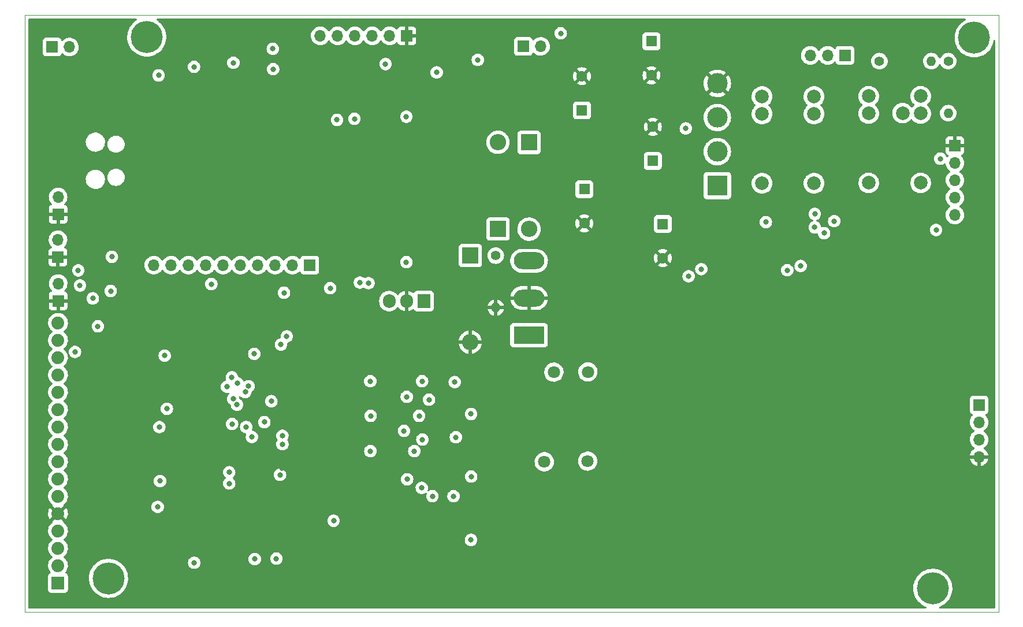
<source format=gbr>
%TF.GenerationSoftware,KiCad,Pcbnew,(6.0.0)*%
%TF.CreationDate,2022-07-07T17:58:35-06:00*%
%TF.ProjectId,Turbopump Controller,54757262-6f70-4756-9d70-20436f6e7472,rev?*%
%TF.SameCoordinates,Original*%
%TF.FileFunction,Copper,L2,Inr*%
%TF.FilePolarity,Positive*%
%FSLAX46Y46*%
G04 Gerber Fmt 4.6, Leading zero omitted, Abs format (unit mm)*
G04 Created by KiCad (PCBNEW (6.0.0)) date 2022-07-07 17:58:35*
%MOMM*%
%LPD*%
G01*
G04 APERTURE LIST*
%TA.AperFunction,Profile*%
%ADD10C,0.100000*%
%TD*%
%TA.AperFunction,ComponentPad*%
%ADD11R,1.700000X1.700000*%
%TD*%
%TA.AperFunction,ComponentPad*%
%ADD12O,1.700000X1.700000*%
%TD*%
%TA.AperFunction,ComponentPad*%
%ADD13C,4.700000*%
%TD*%
%TA.AperFunction,ComponentPad*%
%ADD14C,1.400000*%
%TD*%
%TA.AperFunction,ComponentPad*%
%ADD15O,1.400000X1.400000*%
%TD*%
%TA.AperFunction,ComponentPad*%
%ADD16R,1.905000X2.000000*%
%TD*%
%TA.AperFunction,ComponentPad*%
%ADD17O,1.905000X2.000000*%
%TD*%
%TA.AperFunction,ComponentPad*%
%ADD18R,1.600000X1.600000*%
%TD*%
%TA.AperFunction,ComponentPad*%
%ADD19C,1.600000*%
%TD*%
%TA.AperFunction,ComponentPad*%
%ADD20R,2.400000X2.400000*%
%TD*%
%TA.AperFunction,ComponentPad*%
%ADD21O,2.400000X2.400000*%
%TD*%
%TA.AperFunction,ComponentPad*%
%ADD22R,4.500000X2.500000*%
%TD*%
%TA.AperFunction,ComponentPad*%
%ADD23O,4.500000X2.500000*%
%TD*%
%TA.AperFunction,ComponentPad*%
%ADD24R,1.879600X1.879600*%
%TD*%
%TA.AperFunction,ComponentPad*%
%ADD25C,1.879600*%
%TD*%
%TA.AperFunction,ComponentPad*%
%ADD26C,2.000000*%
%TD*%
%TA.AperFunction,ComponentPad*%
%ADD27R,3.000000X3.000000*%
%TD*%
%TA.AperFunction,ComponentPad*%
%ADD28C,3.000000*%
%TD*%
%TA.AperFunction,ViaPad*%
%ADD29C,0.800000*%
%TD*%
%TA.AperFunction,ViaPad*%
%ADD30C,2.000000*%
%TD*%
%TA.AperFunction,ViaPad*%
%ADD31C,1.800000*%
%TD*%
G04 APERTURE END LIST*
D10*
X92870000Y-53320000D02*
X235620000Y-53320000D01*
X235620000Y-53320000D02*
X235620000Y-140720000D01*
X235620000Y-140720000D02*
X92870000Y-140720000D01*
X92870000Y-140720000D02*
X92870000Y-53320000D01*
D11*
%TO.N,GND*%
%TO.C,SW1*%
X97775000Y-95170000D03*
D12*
%TO.N,Net-(SW1-Pad2)*%
X97775000Y-92630000D03*
%TD*%
D13*
%TO.N,N/C*%
%TO.C,REF\u002A\u002A*%
X232030000Y-56630000D03*
%TD*%
D14*
%TO.N,Net-(C1-Pad1)*%
%TO.C,R1*%
X218150000Y-60050000D03*
D15*
%TO.N,Net-(C5-Pad1)*%
X225770000Y-60050000D03*
%TD*%
D11*
%TO.N,Net-(J1-Pad1)*%
%TO.C,J1*%
X213085000Y-59205000D03*
D12*
%TO.N,Net-(J1-Pad2)*%
X210545000Y-59205000D03*
%TO.N,Net-(J1-Pad3)*%
X208005000Y-59205000D03*
%TD*%
D13*
%TO.N,N/C*%
%TO.C,REF\u002A\u002A*%
X110750000Y-56510000D03*
%TD*%
D11*
%TO.N,Net-(J4-Pad1)*%
%TO.C,J4*%
X96890000Y-57979000D03*
D12*
%TO.N,+5V*%
X99430000Y-57979000D03*
%TD*%
D16*
%TO.N,Net-(C6-Pad1)*%
%TO.C,U6*%
X151370000Y-95205000D03*
D17*
%TO.N,GND*%
X148830000Y-95205000D03*
%TO.N,+15V*%
X146290000Y-95205000D03*
%TD*%
D18*
%TO.N,Net-(C1-Pad1)*%
%TO.C,C1*%
X184930000Y-74662651D03*
D19*
%TO.N,GND*%
X184930000Y-69662651D03*
%TD*%
D20*
%TO.N,Net-(C1-Pad1)*%
%TO.C,D2*%
X166800000Y-71960000D03*
D21*
%TO.N,Net-(D2-Pad2)*%
X166800000Y-84660000D03*
%TD*%
D11*
%TO.N,GND*%
%TO.C,J6*%
X148880000Y-56340000D03*
D12*
%TO.N,Net-(C30-Pad1)*%
X146340000Y-56340000D03*
%TO.N,Net-(J6-Pad3)*%
X143800000Y-56340000D03*
%TO.N,Net-(J6-Pad4)*%
X141260000Y-56340000D03*
%TO.N,Net-(J6-Pad5)*%
X138720000Y-56340000D03*
%TO.N,Net-(J6-Pad6)*%
X136180000Y-56340000D03*
%TD*%
D11*
%TO.N,GND*%
%TO.C,SW3*%
X97750000Y-88770000D03*
D12*
%TO.N,Net-(SW3-Pad2)*%
X97750000Y-86230000D03*
%TD*%
D11*
%TO.N,Net-(J7-Pad1)*%
%TO.C,J7*%
X134650000Y-89925000D03*
D12*
%TO.N,Net-(J7-Pad2)*%
X132110000Y-89925000D03*
%TO.N,Net-(J7-Pad3)*%
X129570000Y-89925000D03*
%TO.N,Net-(J7-Pad4)*%
X127030000Y-89925000D03*
%TO.N,Net-(J7-Pad5)*%
X124490000Y-89925000D03*
%TO.N,Net-(J7-Pad6)*%
X121950000Y-89925000D03*
%TO.N,Net-(J7-Pad7)*%
X119410000Y-89925000D03*
%TO.N,Net-(J7-Pad8)*%
X116870000Y-89925000D03*
%TO.N,Net-(J7-Pad9)*%
X114330000Y-89925000D03*
%TO.N,Net-(J7-Pad10)*%
X111790000Y-89925000D03*
%TD*%
D22*
%TO.N,Net-(C1-Pad1)*%
%TO.C,Q3*%
X166795000Y-100210000D03*
D23*
%TO.N,GND*%
X166795000Y-94760000D03*
%TO.N,Net-(D6-Pad2)*%
X166795000Y-89310000D03*
%TD*%
D11*
%TO.N,GND*%
%TO.C,J3*%
X229205000Y-72430000D03*
D12*
%TO.N,Net-(D10-Pad3)*%
X229205000Y-74970000D03*
%TO.N,Net-(J3-Pad3)*%
X229205000Y-77510000D03*
%TO.N,Net-(C5-Pad1)*%
X229205000Y-80050000D03*
%TO.N,+5V*%
X229205000Y-82590000D03*
%TD*%
D14*
%TO.N,Net-(C5-Pad1)*%
%TO.C,R4*%
X228230000Y-60050000D03*
D15*
%TO.N,Net-(C5-Pad2)*%
X228230000Y-67670000D03*
%TD*%
D11*
%TO.N,GND*%
%TO.C,SW2*%
X97765000Y-82480000D03*
D12*
%TO.N,Net-(SW2-Pad2)*%
X97765000Y-79940000D03*
%TD*%
D11*
%TO.N,Net-(D10-Pad4)*%
%TO.C,J2*%
X165950000Y-57885000D03*
D12*
%TO.N,Net-(D10-Pad3)*%
X168490000Y-57885000D03*
%TD*%
D18*
%TO.N,Net-(C1-Pad1)*%
%TO.C,C4*%
X174540000Y-67262651D03*
D19*
%TO.N,GND*%
X174540000Y-62262651D03*
%TD*%
D24*
%TO.N,unconnected-(U12-Pad1)*%
%TO.C,U12*%
X97750000Y-136500000D03*
D25*
%TO.N,unconnected-(U12-Pad2)*%
X97750000Y-133960000D03*
%TO.N,unconnected-(U12-Pad3)*%
X97750000Y-131420000D03*
%TO.N,unconnected-(U12-Pad4)*%
X97750000Y-128880000D03*
%TO.N,GND*%
X97750000Y-126340000D03*
%TO.N,Net-(U12-Pad6)*%
X97750000Y-123800000D03*
%TO.N,unconnected-(U12-Pad7)*%
X97750000Y-121260000D03*
%TO.N,unconnected-(U12-Pad8)*%
X97750000Y-118720000D03*
%TO.N,unconnected-(U12-Pad9)*%
X97750000Y-116180000D03*
%TO.N,unconnected-(U12-Pad10)*%
X97750000Y-113640000D03*
%TO.N,Net-(U12-Pad11)*%
X97750000Y-111100000D03*
%TO.N,Net-(U12-Pad12)*%
X97750000Y-108560000D03*
%TO.N,Net-(U12-Pad13)*%
X97750000Y-106020000D03*
%TO.N,Net-(U12-Pad14)*%
X97750000Y-103482540D03*
%TO.N,unconnected-(U12-Pad15)*%
X97750000Y-100942540D03*
%TO.N,unconnected-(U12-Pad16)*%
X97750000Y-98402540D03*
%TD*%
D13*
%TO.N,N/C*%
%TO.C,REF\u002A\u002A*%
X105150000Y-135830000D03*
%TD*%
D26*
%TO.N,Net-(J1-Pad1)*%
%TO.C,K1*%
X216580000Y-67730000D03*
%TO.N,Net-(D1-Pad2)*%
X224200000Y-67730000D03*
%TO.N,N/C*%
X216580000Y-65190000D03*
%TO.N,unconnected-(K1-Pad14)*%
X224200000Y-65190000D03*
%TO.N,Net-(D3-Pad1)*%
X216580000Y-77890000D03*
%TO.N,Net-(D3-Pad2)*%
X224200000Y-77890000D03*
%TD*%
D14*
%TO.N,Net-(D6-Pad2)*%
%TO.C,R7*%
X161910000Y-88540000D03*
D15*
%TO.N,GND*%
X161910000Y-96160000D03*
%TD*%
D18*
%TO.N,Net-(C1-Pad1)*%
%TO.C,C2*%
X186390000Y-83917349D03*
D19*
%TO.N,GND*%
X186390000Y-88917349D03*
%TD*%
D20*
%TO.N,Net-(D6-Pad2)*%
%TO.C,D7*%
X158170000Y-88520000D03*
D21*
%TO.N,GND*%
X158170000Y-101220000D03*
%TD*%
D18*
%TO.N,Net-(C6-Pad1)*%
%TO.C,C6*%
X184740000Y-57137349D03*
D19*
%TO.N,GND*%
X184740000Y-62137349D03*
%TD*%
D13*
%TO.N,N/C*%
%TO.C,REF\u002A\u002A*%
X225970000Y-137290000D03*
%TD*%
D18*
%TO.N,Net-(C1-Pad1)*%
%TO.C,C3*%
X174890000Y-78817349D03*
D19*
%TO.N,GND*%
X174890000Y-83817349D03*
%TD*%
D20*
%TO.N,Net-(D2-Pad2)*%
%TO.C,D5*%
X162240000Y-84640000D03*
D21*
%TO.N,Net-(D5-Pad2)*%
X162240000Y-71940000D03*
%TD*%
D11*
%TO.N,Net-(J5-Pad1)*%
%TO.C,J5*%
X232755000Y-110410000D03*
D12*
%TO.N,Net-(J5-Pad2)*%
X232755000Y-112950000D03*
%TO.N,Net-(J5-Pad3)*%
X232755000Y-115490000D03*
%TO.N,GND*%
X232755000Y-118030000D03*
%TD*%
D26*
%TO.N,Net-(D1-Pad3)*%
%TO.C,K2*%
X200930000Y-67780000D03*
%TO.N,Net-(J1-Pad2)*%
X208550000Y-67780000D03*
%TO.N,N/C*%
X200930000Y-65240000D03*
%TO.N,Net-(J1-Pad3)*%
X208550000Y-65240000D03*
%TO.N,Net-(D3-Pad1)*%
X200930000Y-77940000D03*
%TO.N,Net-(D4-Pad2)*%
X208550000Y-77940000D03*
%TD*%
D27*
%TO.N,Net-(C1-Pad1)*%
%TO.C,D1*%
X194387500Y-78307500D03*
D28*
%TO.N,Net-(D1-Pad2)*%
X194387500Y-73307500D03*
%TO.N,Net-(D1-Pad3)*%
X194387500Y-68307500D03*
%TO.N,GND*%
X194387500Y-63307500D03*
%TD*%
D29*
%TO.N,GND*%
X191390000Y-54590000D03*
X191420000Y-56770000D03*
X146300000Y-62440000D03*
X233660000Y-85910000D03*
X233660000Y-88100000D03*
X231010000Y-136570000D03*
X138140000Y-131760000D03*
X113940000Y-98470000D03*
X189100000Y-137300000D03*
X131500000Y-104300000D03*
X171150000Y-138740000D03*
X124880000Y-139480000D03*
X171190000Y-54590000D03*
X194670000Y-137240000D03*
X146360000Y-87010000D03*
X155920000Y-56530000D03*
X168390000Y-54740000D03*
X108180000Y-81970000D03*
X189130000Y-139480000D03*
X163060000Y-54470000D03*
X113840000Y-124570000D03*
X131450000Y-98310000D03*
X113700000Y-118670000D03*
X234420000Y-62190000D03*
X231260000Y-90170000D03*
X185830000Y-137370000D03*
X130550000Y-119660000D03*
D30*
X200420000Y-119760000D03*
D29*
X147380000Y-131180000D03*
X140790000Y-98280000D03*
X153580000Y-56510000D03*
X153550000Y-54330000D03*
X123220000Y-96490000D03*
X104330000Y-104290000D03*
X185830000Y-139560000D03*
X233630000Y-90180000D03*
X104270000Y-111810000D03*
X178950000Y-54910000D03*
X193760000Y-54600000D03*
X106610000Y-109640000D03*
X97480000Y-72110000D03*
X136220000Y-93650000D03*
X124590000Y-54520000D03*
X234420000Y-64380000D03*
X122220000Y-54510000D03*
X128800000Y-54330000D03*
X97480000Y-69920000D03*
X233630000Y-92370000D03*
D30*
X200520000Y-135150000D03*
D29*
X95140000Y-72090000D03*
X183460000Y-137360000D03*
X149940000Y-129010000D03*
X124410000Y-118540000D03*
X171120000Y-136560000D03*
X123230000Y-139500000D03*
X231040000Y-138750000D03*
X156870000Y-67980000D03*
X181360000Y-54510000D03*
X120880000Y-82030000D03*
X197040000Y-137250000D03*
X194700000Y-139420000D03*
X106610000Y-111830000D03*
X183490000Y-139540000D03*
X231290000Y-92350000D03*
X120880000Y-67300000D03*
X106700000Y-104300000D03*
X131170000Y-54340000D03*
X165810000Y-54700000D03*
X193760000Y-56790000D03*
X176610000Y-57080000D03*
X160990000Y-54710000D03*
X102160000Y-59690000D03*
X113640000Y-138250000D03*
X185560000Y-54340000D03*
X133540000Y-86556940D03*
X133580000Y-67290000D03*
X232080000Y-64360000D03*
X165980000Y-136560000D03*
X176580000Y-54900000D03*
X189010000Y-56940000D03*
X124590000Y-56710000D03*
X150910000Y-62400000D03*
X168350000Y-136570000D03*
X104430000Y-115110000D03*
X126520000Y-139500000D03*
X95110000Y-69910000D03*
X145040000Y-131160000D03*
X113974500Y-108560000D03*
X105650000Y-98060000D03*
X155920000Y-54340000D03*
X147380000Y-128990000D03*
X158580000Y-55050000D03*
X162420000Y-58290000D03*
X145010000Y-128980000D03*
X152310000Y-129020000D03*
X191470000Y-137310000D03*
X106800000Y-115120000D03*
X158170000Y-58500000D03*
D30*
X200450000Y-105340000D03*
D29*
X142630000Y-98160000D03*
X233380000Y-138770000D03*
X104460000Y-117290000D03*
X122250000Y-56690000D03*
X104240000Y-109630000D03*
X131170000Y-56530000D03*
X127520000Y-122810000D03*
X106700000Y-106490000D03*
X154315500Y-74610000D03*
X108180000Y-67340000D03*
X232050000Y-62180000D03*
X231320000Y-88080000D03*
X233380000Y-136580000D03*
X168350000Y-138760000D03*
X106800000Y-117310000D03*
X152310000Y-131210000D03*
X188110000Y-54760000D03*
X173490000Y-138760000D03*
X136280000Y-131620000D03*
X178950000Y-57100000D03*
X155060000Y-98200000D03*
X197040000Y-139440000D03*
X231290000Y-85900000D03*
X126170000Y-128440000D03*
X173490000Y-136570000D03*
X104360000Y-106470000D03*
X149970000Y-131190000D03*
X191470000Y-139500000D03*
X128830000Y-56510000D03*
X166010000Y-138740000D03*
%TO.N,Net-(C6-Pad1)*%
X159280000Y-59870000D03*
X171440000Y-55980000D03*
%TO.N,+5V*%
X126520000Y-102940000D03*
X113710000Y-110990000D03*
X130880000Y-93980000D03*
X113390000Y-103190000D03*
X112360000Y-125360000D03*
X204640000Y-90680000D03*
X190180000Y-91560000D03*
X206610000Y-90060000D03*
X130420000Y-101570000D03*
%TO.N,+15V*%
X143260000Y-92580000D03*
X137650000Y-93320000D03*
X131280000Y-100380000D03*
X192040000Y-90530000D03*
D31*
%TO.N,Net-(C15-Pad2)*%
X170440000Y-105610000D03*
X175420000Y-105590000D03*
D29*
X152130000Y-109660000D03*
X148860000Y-109230000D03*
D31*
%TO.N,Net-(C18-Pad2)*%
X175390000Y-118650000D03*
D29*
X151150000Y-115490000D03*
X148460000Y-114220000D03*
D31*
X169020000Y-118750000D03*
D29*
%TO.N,Net-(C30-Pad1)*%
X148810000Y-68190000D03*
X138150000Y-127380000D03*
X148810000Y-89500000D03*
X142000000Y-92490000D03*
%TO.N,Net-(D10-Pad3)*%
X153252701Y-61697299D03*
X129290000Y-61220000D03*
X189770000Y-69910000D03*
X227070000Y-74340000D03*
%TO.N,Net-(J3-Pad3)*%
X123450000Y-60300000D03*
X210040000Y-85250000D03*
X226462300Y-84782300D03*
%TO.N,Net-(J6-Pad3)*%
X129760000Y-132940000D03*
X145760000Y-60480000D03*
%TO.N,Net-(J6-Pad4)*%
X141200000Y-68500000D03*
X112610000Y-113660000D03*
%TO.N,Net-(J6-Pad5)*%
X138640000Y-68650000D03*
X120220000Y-92710000D03*
D30*
%TO.N,Net-(D1-Pad2)*%
X221540000Y-67650000D03*
D29*
%TO.N,Net-(Q2-Pad1)*%
X208680000Y-82440000D03*
X208670000Y-84400000D03*
%TO.N,Net-(R8-Pad1)*%
X130644511Y-114930000D03*
X125695819Y-107677872D03*
%TO.N,Net-(U12-Pad13)*%
X100720000Y-90710000D03*
X100240000Y-102650000D03*
%TO.N,Net-(U12-Pad11)*%
X105478531Y-93726000D03*
X105650000Y-88710000D03*
%TO.N,Net-(SW1-Pad2)*%
X102855500Y-94800000D03*
X100964500Y-92910000D03*
%TO.N,Net-(SW2-Pad2)*%
X129230000Y-58230000D03*
%TO.N,Net-(SW3-Pad2)*%
X117690000Y-60875511D03*
%TO.N,Net-(U12-Pad6)*%
X112490000Y-62140000D03*
X103590000Y-98900000D03*
%TO.N,Net-(U11-Pad2)*%
X123270000Y-113200000D03*
X123432775Y-109547070D03*
%TO.N,Net-(U11-Pad5)*%
X122840000Y-120270000D03*
X122840000Y-121924500D03*
%TO.N,Net-(U11-Pad6)*%
X126170000Y-115110000D03*
X123984500Y-110380500D03*
X128000000Y-112940500D03*
%TO.N,Net-(U11-Pad4)*%
X129020000Y-109870000D03*
X125189842Y-108539842D03*
%TO.N,Net-(U11-Pad7)*%
X112700000Y-121570000D03*
X125330000Y-113650000D03*
X122520000Y-107750000D03*
%TO.N,Net-(R11-Pad2)*%
X117710000Y-133540000D03*
X126590000Y-133000000D03*
%TO.N,Net-(RV1-Pad2)*%
X124050000Y-107240000D03*
X130644500Y-116180000D03*
%TO.N,Net-(Q7-Pad3)*%
X158280000Y-130190000D03*
X130290000Y-120670000D03*
X158310000Y-120920000D03*
X158290000Y-111740000D03*
X123240000Y-106370000D03*
%TO.N,Net-(R13-Pad2)*%
X143530000Y-117180000D03*
X149970000Y-117180000D03*
%TO.N,Net-(R10-Pad2)*%
X143580000Y-112030000D03*
X150680000Y-112030000D03*
%TO.N,Net-(R9-Pad2)*%
X143520000Y-106950000D03*
X151124020Y-106950000D03*
%TO.N,Net-(Q7-Pad1)*%
X148920000Y-121310000D03*
X155900000Y-107070000D03*
%TO.N,Net-(Q8-Pad1)*%
X156060000Y-115150000D03*
X151060000Y-122570000D03*
%TO.N,Net-(Q9-Pad1)*%
X152630000Y-123800000D03*
X155720000Y-123800000D03*
%TO.N,Net-(D3-Pad1)*%
X201500000Y-83630000D03*
X211520000Y-83500000D03*
%TD*%
%TA.AperFunction,Conductor*%
%TO.N,GND*%
G36*
X109276244Y-53848002D02*
G01*
X109322737Y-53901658D01*
X109332841Y-53971932D01*
X109303347Y-54036512D01*
X109275080Y-54060736D01*
X109091319Y-54176009D01*
X109088485Y-54178279D01*
X109088480Y-54178283D01*
X109021895Y-54231628D01*
X108834049Y-54382121D01*
X108602174Y-54616437D01*
X108398767Y-54875851D01*
X108396874Y-54878940D01*
X108396872Y-54878943D01*
X108248102Y-55121715D01*
X108226525Y-55156925D01*
X108225006Y-55160197D01*
X108225003Y-55160203D01*
X108189422Y-55236857D01*
X108087730Y-55455933D01*
X108086590Y-55459380D01*
X108012099Y-55684621D01*
X107984222Y-55768912D01*
X107983486Y-55772467D01*
X107983485Y-55772470D01*
X107940508Y-55980000D01*
X107917373Y-56091714D01*
X107888069Y-56420060D01*
X107888164Y-56423690D01*
X107888164Y-56423691D01*
X107891706Y-56558955D01*
X107896698Y-56749598D01*
X107897208Y-56753183D01*
X107897209Y-56753192D01*
X107916780Y-56890703D01*
X107943146Y-57075961D01*
X107944065Y-57079464D01*
X107944066Y-57079469D01*
X107994821Y-57272933D01*
X108026798Y-57394822D01*
X108109482Y-57606895D01*
X108141290Y-57688478D01*
X108146544Y-57701955D01*
X108202995Y-57808572D01*
X108297128Y-57986358D01*
X108300798Y-57993290D01*
X108302850Y-57996275D01*
X108302855Y-57996284D01*
X108485457Y-58261972D01*
X108485463Y-58261979D01*
X108487514Y-58264964D01*
X108704219Y-58513377D01*
X108948039Y-58735236D01*
X108950987Y-58737354D01*
X108950989Y-58737356D01*
X109212793Y-58925481D01*
X109212799Y-58925485D01*
X109215744Y-58927601D01*
X109218924Y-58929371D01*
X109312950Y-58981705D01*
X109503784Y-59087922D01*
X109808342Y-59214074D01*
X109811836Y-59215069D01*
X109811838Y-59215070D01*
X110121880Y-59303388D01*
X110121885Y-59303389D01*
X110125381Y-59304385D01*
X110311993Y-59334944D01*
X110447118Y-59357072D01*
X110447125Y-59357073D01*
X110450699Y-59357658D01*
X110615341Y-59365422D01*
X110776357Y-59373016D01*
X110776358Y-59373016D01*
X110779984Y-59373187D01*
X110791877Y-59372376D01*
X111105241Y-59351014D01*
X111105249Y-59351013D01*
X111108872Y-59350766D01*
X111112448Y-59350103D01*
X111112450Y-59350103D01*
X111429438Y-59291353D01*
X111429442Y-59291352D01*
X111433003Y-59290692D01*
X111694708Y-59210181D01*
X111744604Y-59194831D01*
X111748082Y-59193761D01*
X111921718Y-59117540D01*
X112046604Y-59062719D01*
X112046612Y-59062715D01*
X112049931Y-59061258D01*
X112055211Y-59058173D01*
X112308703Y-58910044D01*
X112334550Y-58894940D01*
X112483462Y-58783134D01*
X112595260Y-58699194D01*
X112595264Y-58699191D01*
X112598167Y-58697011D01*
X112837288Y-58470094D01*
X112865528Y-58436320D01*
X113007043Y-58267069D01*
X113038038Y-58230000D01*
X128316496Y-58230000D01*
X128317186Y-58236565D01*
X128332457Y-58381857D01*
X128336458Y-58419928D01*
X128395473Y-58601556D01*
X128490960Y-58766944D01*
X128495378Y-58771851D01*
X128495379Y-58771852D01*
X128571811Y-58856738D01*
X128618747Y-58908866D01*
X128686900Y-58958382D01*
X128764745Y-59014940D01*
X128773248Y-59021118D01*
X128779276Y-59023802D01*
X128779278Y-59023803D01*
X128940610Y-59095632D01*
X128947712Y-59098794D01*
X129029511Y-59116181D01*
X129128056Y-59137128D01*
X129128061Y-59137128D01*
X129134513Y-59138500D01*
X129325487Y-59138500D01*
X129331939Y-59137128D01*
X129331944Y-59137128D01*
X129430489Y-59116181D01*
X129512288Y-59098794D01*
X129519390Y-59095632D01*
X129680722Y-59023803D01*
X129680724Y-59023802D01*
X129686752Y-59021118D01*
X129695256Y-59014940D01*
X129773100Y-58958382D01*
X129841253Y-58908866D01*
X129888189Y-58856738D01*
X129954463Y-58783134D01*
X164591500Y-58783134D01*
X164598255Y-58845316D01*
X164649385Y-58981705D01*
X164736739Y-59098261D01*
X164853295Y-59185615D01*
X164989684Y-59236745D01*
X165051866Y-59243500D01*
X166848134Y-59243500D01*
X166910316Y-59236745D01*
X167046705Y-59185615D01*
X167163261Y-59098261D01*
X167250615Y-58981705D01*
X167271433Y-58926173D01*
X167294598Y-58864382D01*
X167337240Y-58807618D01*
X167403802Y-58782918D01*
X167473150Y-58798126D01*
X167507817Y-58826114D01*
X167536250Y-58858938D01*
X167708126Y-59001632D01*
X167901000Y-59114338D01*
X167905825Y-59116180D01*
X167905826Y-59116181D01*
X167960681Y-59137128D01*
X168109692Y-59194030D01*
X168114760Y-59195061D01*
X168114763Y-59195062D01*
X168208211Y-59214074D01*
X168328597Y-59238567D01*
X168333772Y-59238757D01*
X168333774Y-59238757D01*
X168546673Y-59246564D01*
X168546677Y-59246564D01*
X168551837Y-59246753D01*
X168556957Y-59246097D01*
X168556959Y-59246097D01*
X168768288Y-59219025D01*
X168768289Y-59219025D01*
X168773416Y-59218368D01*
X168792362Y-59212684D01*
X168928985Y-59171695D01*
X206642251Y-59171695D01*
X206642548Y-59176848D01*
X206642548Y-59176851D01*
X206652973Y-59357658D01*
X206655110Y-59394715D01*
X206656247Y-59399761D01*
X206656248Y-59399767D01*
X206672249Y-59470766D01*
X206704222Y-59612639D01*
X206735181Y-59688882D01*
X206779185Y-59797251D01*
X206788266Y-59819616D01*
X206825685Y-59880678D01*
X206902291Y-60005688D01*
X206904987Y-60010088D01*
X207051250Y-60178938D01*
X207135846Y-60249171D01*
X207212575Y-60312872D01*
X207223126Y-60321632D01*
X207416000Y-60434338D01*
X207624692Y-60514030D01*
X207629760Y-60515061D01*
X207629763Y-60515062D01*
X207737017Y-60536883D01*
X207843597Y-60558567D01*
X207848772Y-60558757D01*
X207848774Y-60558757D01*
X208061673Y-60566564D01*
X208061677Y-60566564D01*
X208066837Y-60566753D01*
X208071957Y-60566097D01*
X208071959Y-60566097D01*
X208283288Y-60539025D01*
X208283289Y-60539025D01*
X208288416Y-60538368D01*
X208293366Y-60536883D01*
X208497429Y-60475661D01*
X208497434Y-60475659D01*
X208502384Y-60474174D01*
X208702994Y-60375896D01*
X208884860Y-60246173D01*
X209043096Y-60088489D01*
X209099926Y-60009402D01*
X209173453Y-59907077D01*
X209174776Y-59908028D01*
X209221645Y-59864857D01*
X209291580Y-59852625D01*
X209357026Y-59880144D01*
X209384875Y-59911994D01*
X209444987Y-60010088D01*
X209591250Y-60178938D01*
X209675846Y-60249171D01*
X209752575Y-60312872D01*
X209763126Y-60321632D01*
X209956000Y-60434338D01*
X210164692Y-60514030D01*
X210169760Y-60515061D01*
X210169763Y-60515062D01*
X210277017Y-60536883D01*
X210383597Y-60558567D01*
X210388772Y-60558757D01*
X210388774Y-60558757D01*
X210601673Y-60566564D01*
X210601677Y-60566564D01*
X210606837Y-60566753D01*
X210611957Y-60566097D01*
X210611959Y-60566097D01*
X210823288Y-60539025D01*
X210823289Y-60539025D01*
X210828416Y-60538368D01*
X210833366Y-60536883D01*
X211037429Y-60475661D01*
X211037434Y-60475659D01*
X211042384Y-60474174D01*
X211242994Y-60375896D01*
X211424860Y-60246173D01*
X211533091Y-60138319D01*
X211595462Y-60104404D01*
X211666268Y-60109592D01*
X211723030Y-60152238D01*
X211740012Y-60183341D01*
X211777670Y-60283794D01*
X211784385Y-60301705D01*
X211871739Y-60418261D01*
X211988295Y-60505615D01*
X212124684Y-60556745D01*
X212186866Y-60563500D01*
X213983134Y-60563500D01*
X214045316Y-60556745D01*
X214181705Y-60505615D01*
X214298261Y-60418261D01*
X214385615Y-60301705D01*
X214436745Y-60165316D01*
X214443500Y-60103134D01*
X214443500Y-60050000D01*
X216936884Y-60050000D01*
X216955314Y-60260655D01*
X216956738Y-60265968D01*
X216956738Y-60265970D01*
X216995621Y-60411081D01*
X217010044Y-60464910D01*
X217012366Y-60469891D01*
X217012367Y-60469892D01*
X217053806Y-60558757D01*
X217099411Y-60656558D01*
X217220699Y-60829776D01*
X217370224Y-60979301D01*
X217543442Y-61100589D01*
X217548420Y-61102910D01*
X217548423Y-61102912D01*
X217683950Y-61166109D01*
X217735090Y-61189956D01*
X217740398Y-61191378D01*
X217740400Y-61191379D01*
X217934030Y-61243262D01*
X217934032Y-61243262D01*
X217939345Y-61244686D01*
X218150000Y-61263116D01*
X218360655Y-61244686D01*
X218365968Y-61243262D01*
X218365970Y-61243262D01*
X218559600Y-61191379D01*
X218559602Y-61191378D01*
X218564910Y-61189956D01*
X218616050Y-61166109D01*
X218751577Y-61102912D01*
X218751580Y-61102910D01*
X218756558Y-61100589D01*
X218929776Y-60979301D01*
X219079301Y-60829776D01*
X219200589Y-60656558D01*
X219246195Y-60558757D01*
X219287633Y-60469892D01*
X219287634Y-60469891D01*
X219289956Y-60464910D01*
X219304380Y-60411081D01*
X219343262Y-60265970D01*
X219343262Y-60265968D01*
X219344686Y-60260655D01*
X219363116Y-60050000D01*
X224556884Y-60050000D01*
X224575314Y-60260655D01*
X224576738Y-60265968D01*
X224576738Y-60265970D01*
X224615621Y-60411081D01*
X224630044Y-60464910D01*
X224632366Y-60469891D01*
X224632367Y-60469892D01*
X224673806Y-60558757D01*
X224719411Y-60656558D01*
X224840699Y-60829776D01*
X224990224Y-60979301D01*
X225163442Y-61100589D01*
X225168420Y-61102910D01*
X225168423Y-61102912D01*
X225303950Y-61166109D01*
X225355090Y-61189956D01*
X225360398Y-61191378D01*
X225360400Y-61191379D01*
X225554030Y-61243262D01*
X225554032Y-61243262D01*
X225559345Y-61244686D01*
X225770000Y-61263116D01*
X225980655Y-61244686D01*
X225985968Y-61243262D01*
X225985970Y-61243262D01*
X226179600Y-61191379D01*
X226179602Y-61191378D01*
X226184910Y-61189956D01*
X226236050Y-61166109D01*
X226371577Y-61102912D01*
X226371580Y-61102910D01*
X226376558Y-61100589D01*
X226549776Y-60979301D01*
X226699301Y-60829776D01*
X226820589Y-60656558D01*
X226866195Y-60558757D01*
X226885805Y-60516702D01*
X226932722Y-60463417D01*
X227001000Y-60443956D01*
X227068960Y-60464498D01*
X227114195Y-60516702D01*
X227133806Y-60558757D01*
X227179411Y-60656558D01*
X227300699Y-60829776D01*
X227450224Y-60979301D01*
X227623442Y-61100589D01*
X227628420Y-61102910D01*
X227628423Y-61102912D01*
X227763950Y-61166109D01*
X227815090Y-61189956D01*
X227820398Y-61191378D01*
X227820400Y-61191379D01*
X228014030Y-61243262D01*
X228014032Y-61243262D01*
X228019345Y-61244686D01*
X228230000Y-61263116D01*
X228440655Y-61244686D01*
X228445968Y-61243262D01*
X228445970Y-61243262D01*
X228639600Y-61191379D01*
X228639602Y-61191378D01*
X228644910Y-61189956D01*
X228696050Y-61166109D01*
X228831577Y-61102912D01*
X228831580Y-61102910D01*
X228836558Y-61100589D01*
X229009776Y-60979301D01*
X229159301Y-60829776D01*
X229280589Y-60656558D01*
X229326195Y-60558757D01*
X229367633Y-60469892D01*
X229367634Y-60469891D01*
X229369956Y-60464910D01*
X229384380Y-60411081D01*
X229423262Y-60265970D01*
X229423262Y-60265968D01*
X229424686Y-60260655D01*
X229443116Y-60050000D01*
X229424686Y-59839345D01*
X229415763Y-59806045D01*
X229371379Y-59640400D01*
X229371378Y-59640398D01*
X229369956Y-59635090D01*
X229340943Y-59572872D01*
X229282912Y-59448423D01*
X229282910Y-59448420D01*
X229280589Y-59443442D01*
X229159301Y-59270224D01*
X229009776Y-59120699D01*
X228836558Y-58999411D01*
X228831580Y-58997090D01*
X228831577Y-58997088D01*
X228649892Y-58912367D01*
X228649891Y-58912366D01*
X228644910Y-58910044D01*
X228639602Y-58908622D01*
X228639600Y-58908621D01*
X228445970Y-58856738D01*
X228445968Y-58856738D01*
X228440655Y-58855314D01*
X228230000Y-58836884D01*
X228019345Y-58855314D01*
X228014032Y-58856738D01*
X228014030Y-58856738D01*
X227820400Y-58908621D01*
X227820398Y-58908622D01*
X227815090Y-58910044D01*
X227810109Y-58912366D01*
X227810108Y-58912367D01*
X227628423Y-58997088D01*
X227628420Y-58997090D01*
X227623442Y-58999411D01*
X227450224Y-59120699D01*
X227300699Y-59270224D01*
X227179411Y-59443442D01*
X227177090Y-59448420D01*
X227177088Y-59448423D01*
X227114195Y-59583298D01*
X227067278Y-59636583D01*
X226999000Y-59656044D01*
X226931040Y-59635502D01*
X226885805Y-59583298D01*
X226822912Y-59448423D01*
X226822910Y-59448420D01*
X226820589Y-59443442D01*
X226699301Y-59270224D01*
X226549776Y-59120699D01*
X226376558Y-58999411D01*
X226371580Y-58997090D01*
X226371577Y-58997088D01*
X226189892Y-58912367D01*
X226189891Y-58912366D01*
X226184910Y-58910044D01*
X226179602Y-58908622D01*
X226179600Y-58908621D01*
X225985970Y-58856738D01*
X225985968Y-58856738D01*
X225980655Y-58855314D01*
X225770000Y-58836884D01*
X225559345Y-58855314D01*
X225554032Y-58856738D01*
X225554030Y-58856738D01*
X225360400Y-58908621D01*
X225360398Y-58908622D01*
X225355090Y-58910044D01*
X225350109Y-58912366D01*
X225350108Y-58912367D01*
X225168423Y-58997088D01*
X225168420Y-58997090D01*
X225163442Y-58999411D01*
X224990224Y-59120699D01*
X224840699Y-59270224D01*
X224719411Y-59443442D01*
X224717090Y-59448420D01*
X224717088Y-59448423D01*
X224659057Y-59572872D01*
X224630044Y-59635090D01*
X224628622Y-59640398D01*
X224628621Y-59640400D01*
X224584237Y-59806045D01*
X224575314Y-59839345D01*
X224556884Y-60050000D01*
X219363116Y-60050000D01*
X219344686Y-59839345D01*
X219335763Y-59806045D01*
X219291379Y-59640400D01*
X219291378Y-59640398D01*
X219289956Y-59635090D01*
X219260943Y-59572872D01*
X219202912Y-59448423D01*
X219202910Y-59448420D01*
X219200589Y-59443442D01*
X219079301Y-59270224D01*
X218929776Y-59120699D01*
X218756558Y-58999411D01*
X218751580Y-58997090D01*
X218751577Y-58997088D01*
X218569892Y-58912367D01*
X218569891Y-58912366D01*
X218564910Y-58910044D01*
X218559602Y-58908622D01*
X218559600Y-58908621D01*
X218365970Y-58856738D01*
X218365968Y-58856738D01*
X218360655Y-58855314D01*
X218150000Y-58836884D01*
X217939345Y-58855314D01*
X217934032Y-58856738D01*
X217934030Y-58856738D01*
X217740400Y-58908621D01*
X217740398Y-58908622D01*
X217735090Y-58910044D01*
X217730109Y-58912366D01*
X217730108Y-58912367D01*
X217548423Y-58997088D01*
X217548420Y-58997090D01*
X217543442Y-58999411D01*
X217370224Y-59120699D01*
X217220699Y-59270224D01*
X217099411Y-59443442D01*
X217097090Y-59448420D01*
X217097088Y-59448423D01*
X217039057Y-59572872D01*
X217010044Y-59635090D01*
X217008622Y-59640398D01*
X217008621Y-59640400D01*
X216964237Y-59806045D01*
X216955314Y-59839345D01*
X216936884Y-60050000D01*
X214443500Y-60050000D01*
X214443500Y-58306866D01*
X214436745Y-58244684D01*
X214385615Y-58108295D01*
X214298261Y-57991739D01*
X214181705Y-57904385D01*
X214045316Y-57853255D01*
X213983134Y-57846500D01*
X212186866Y-57846500D01*
X212124684Y-57853255D01*
X211988295Y-57904385D01*
X211871739Y-57991739D01*
X211784385Y-58108295D01*
X211781233Y-58116703D01*
X211739919Y-58226907D01*
X211697277Y-58283671D01*
X211630716Y-58308371D01*
X211561367Y-58293163D01*
X211528743Y-58267476D01*
X211478151Y-58211875D01*
X211478142Y-58211866D01*
X211474670Y-58208051D01*
X211470619Y-58204852D01*
X211470615Y-58204848D01*
X211303414Y-58072800D01*
X211303410Y-58072798D01*
X211299359Y-58069598D01*
X211257762Y-58046635D01*
X211234500Y-58033794D01*
X211103789Y-57961638D01*
X211098920Y-57959914D01*
X211098916Y-57959912D01*
X210898087Y-57888795D01*
X210898083Y-57888794D01*
X210893212Y-57887069D01*
X210888119Y-57886162D01*
X210888116Y-57886161D01*
X210678373Y-57848800D01*
X210678367Y-57848799D01*
X210673284Y-57847894D01*
X210599452Y-57846992D01*
X210455081Y-57845228D01*
X210455079Y-57845228D01*
X210449911Y-57845165D01*
X210229091Y-57878955D01*
X210016756Y-57948357D01*
X209986443Y-57964137D01*
X209823600Y-58048908D01*
X209818607Y-58051507D01*
X209814474Y-58054610D01*
X209814471Y-58054612D01*
X209656701Y-58173069D01*
X209639965Y-58185635D01*
X209600525Y-58226907D01*
X209498021Y-58334171D01*
X209485629Y-58347138D01*
X209378201Y-58504621D01*
X209323293Y-58549621D01*
X209252768Y-58557792D01*
X209189021Y-58526538D01*
X209168324Y-58502054D01*
X209087822Y-58377617D01*
X209087820Y-58377614D01*
X209085014Y-58373277D01*
X208934670Y-58208051D01*
X208930619Y-58204852D01*
X208930615Y-58204848D01*
X208763414Y-58072800D01*
X208763410Y-58072798D01*
X208759359Y-58069598D01*
X208717762Y-58046635D01*
X208694500Y-58033794D01*
X208563789Y-57961638D01*
X208558920Y-57959914D01*
X208558916Y-57959912D01*
X208358087Y-57888795D01*
X208358083Y-57888794D01*
X208353212Y-57887069D01*
X208348119Y-57886162D01*
X208348116Y-57886161D01*
X208138373Y-57848800D01*
X208138367Y-57848799D01*
X208133284Y-57847894D01*
X208059452Y-57846992D01*
X207915081Y-57845228D01*
X207915079Y-57845228D01*
X207909911Y-57845165D01*
X207689091Y-57878955D01*
X207476756Y-57948357D01*
X207446443Y-57964137D01*
X207283600Y-58048908D01*
X207278607Y-58051507D01*
X207274474Y-58054610D01*
X207274471Y-58054612D01*
X207116701Y-58173069D01*
X207099965Y-58185635D01*
X207060525Y-58226907D01*
X206958021Y-58334171D01*
X206945629Y-58347138D01*
X206819743Y-58531680D01*
X206796182Y-58582438D01*
X206750396Y-58681077D01*
X206725688Y-58734305D01*
X206665989Y-58949570D01*
X206642251Y-59171695D01*
X168928985Y-59171695D01*
X168982429Y-59155661D01*
X168982434Y-59155659D01*
X168987384Y-59154174D01*
X169187994Y-59055896D01*
X169369860Y-58926173D01*
X169383715Y-58912367D01*
X169513616Y-58782918D01*
X169528096Y-58768489D01*
X169549073Y-58739297D01*
X169655435Y-58591277D01*
X169658453Y-58587077D01*
X169672927Y-58557792D01*
X169755136Y-58391453D01*
X169755137Y-58391451D01*
X169757430Y-58386811D01*
X169816849Y-58191240D01*
X169820865Y-58178023D01*
X169820865Y-58178021D01*
X169822370Y-58173069D01*
X169847067Y-57985483D01*
X183431500Y-57985483D01*
X183438255Y-58047665D01*
X183489385Y-58184054D01*
X183576739Y-58300610D01*
X183693295Y-58387964D01*
X183829684Y-58439094D01*
X183891866Y-58445849D01*
X185588134Y-58445849D01*
X185650316Y-58439094D01*
X185786705Y-58387964D01*
X185903261Y-58300610D01*
X185990615Y-58184054D01*
X186041745Y-58047665D01*
X186048500Y-57985483D01*
X186048500Y-56289215D01*
X186041745Y-56227033D01*
X185990615Y-56090644D01*
X185903261Y-55974088D01*
X185786705Y-55886734D01*
X185650316Y-55835604D01*
X185588134Y-55828849D01*
X183891866Y-55828849D01*
X183829684Y-55835604D01*
X183693295Y-55886734D01*
X183576739Y-55974088D01*
X183489385Y-56090644D01*
X183438255Y-56227033D01*
X183431500Y-56289215D01*
X183431500Y-57985483D01*
X169847067Y-57985483D01*
X169851529Y-57951590D01*
X169851647Y-57946750D01*
X169853074Y-57888365D01*
X169853074Y-57888361D01*
X169853156Y-57885000D01*
X169834852Y-57662361D01*
X169780431Y-57445702D01*
X169691354Y-57240840D01*
X169626563Y-57140688D01*
X169572822Y-57057617D01*
X169572820Y-57057614D01*
X169570014Y-57053277D01*
X169419670Y-56888051D01*
X169415619Y-56884852D01*
X169415615Y-56884848D01*
X169248414Y-56752800D01*
X169248410Y-56752798D01*
X169244359Y-56749598D01*
X169223598Y-56738137D01*
X169192101Y-56720750D01*
X169048789Y-56641638D01*
X169043920Y-56639914D01*
X169043916Y-56639912D01*
X168843087Y-56568795D01*
X168843083Y-56568794D01*
X168838212Y-56567069D01*
X168833119Y-56566162D01*
X168833116Y-56566161D01*
X168623373Y-56528800D01*
X168623367Y-56528799D01*
X168618284Y-56527894D01*
X168544452Y-56526992D01*
X168400081Y-56525228D01*
X168400079Y-56525228D01*
X168394911Y-56525165D01*
X168174091Y-56558955D01*
X167961756Y-56628357D01*
X167931443Y-56644137D01*
X167843743Y-56689791D01*
X167763607Y-56731507D01*
X167759474Y-56734610D01*
X167759471Y-56734612D01*
X167589100Y-56862530D01*
X167584965Y-56865635D01*
X167504508Y-56949829D01*
X167504283Y-56950064D01*
X167442759Y-56985494D01*
X167371846Y-56982037D01*
X167314060Y-56940791D01*
X167295207Y-56907243D01*
X167253767Y-56796703D01*
X167250615Y-56788295D01*
X167163261Y-56671739D01*
X167046705Y-56584385D01*
X166910316Y-56533255D01*
X166848134Y-56526500D01*
X165051866Y-56526500D01*
X164989684Y-56533255D01*
X164853295Y-56584385D01*
X164736739Y-56671739D01*
X164649385Y-56788295D01*
X164598255Y-56924684D01*
X164591500Y-56986866D01*
X164591500Y-58783134D01*
X129954463Y-58783134D01*
X129964621Y-58771852D01*
X129964622Y-58771851D01*
X129969040Y-58766944D01*
X130064527Y-58601556D01*
X130123542Y-58419928D01*
X130127544Y-58381857D01*
X130142814Y-58236565D01*
X130143504Y-58230000D01*
X130131552Y-58116284D01*
X130124232Y-58046635D01*
X130124232Y-58046633D01*
X130123542Y-58040072D01*
X130064527Y-57858444D01*
X130057313Y-57845948D01*
X130005589Y-57756361D01*
X129969040Y-57693056D01*
X129951905Y-57674025D01*
X129845675Y-57556045D01*
X129845674Y-57556044D01*
X129841253Y-57551134D01*
X129686752Y-57438882D01*
X129680724Y-57436198D01*
X129680722Y-57436197D01*
X129518319Y-57363891D01*
X129518318Y-57363891D01*
X129512288Y-57361206D01*
X129417264Y-57341008D01*
X129331944Y-57322872D01*
X129331939Y-57322872D01*
X129325487Y-57321500D01*
X129134513Y-57321500D01*
X129128061Y-57322872D01*
X129128056Y-57322872D01*
X129042736Y-57341008D01*
X128947712Y-57361206D01*
X128941682Y-57363891D01*
X128941681Y-57363891D01*
X128779278Y-57436197D01*
X128779276Y-57436198D01*
X128773248Y-57438882D01*
X128618747Y-57551134D01*
X128614326Y-57556044D01*
X128614325Y-57556045D01*
X128508096Y-57674025D01*
X128490960Y-57693056D01*
X128454411Y-57756361D01*
X128402688Y-57845948D01*
X128395473Y-57858444D01*
X128336458Y-58040072D01*
X128335768Y-58046633D01*
X128335768Y-58046635D01*
X128328448Y-58116284D01*
X128316496Y-58230000D01*
X113038038Y-58230000D01*
X113048743Y-58217197D01*
X113067020Y-58189373D01*
X113227742Y-57944698D01*
X113227747Y-57944689D01*
X113229729Y-57941672D01*
X113377847Y-57647171D01*
X113447221Y-57457597D01*
X113489887Y-57341008D01*
X113489888Y-57341004D01*
X113491135Y-57337597D01*
X113491980Y-57334075D01*
X113491983Y-57334067D01*
X113567244Y-57020584D01*
X113567245Y-57020580D01*
X113568091Y-57017055D01*
X113568789Y-57011285D01*
X113607358Y-56692570D01*
X113607358Y-56692563D01*
X113607694Y-56689791D01*
X113608053Y-56678385D01*
X113612887Y-56524547D01*
X113613344Y-56510000D01*
X113613183Y-56507204D01*
X113601622Y-56306695D01*
X134817251Y-56306695D01*
X134817548Y-56311848D01*
X134817548Y-56311851D01*
X134829374Y-56516944D01*
X134830110Y-56529715D01*
X134831247Y-56534761D01*
X134831248Y-56534767D01*
X134852717Y-56630029D01*
X134879222Y-56747639D01*
X134930982Y-56875109D01*
X134948108Y-56917285D01*
X134963266Y-56954616D01*
X135001529Y-57017055D01*
X135077291Y-57140688D01*
X135079987Y-57145088D01*
X135226250Y-57313938D01*
X135398126Y-57456632D01*
X135591000Y-57569338D01*
X135799692Y-57649030D01*
X135804760Y-57650061D01*
X135804763Y-57650062D01*
X135912017Y-57671883D01*
X136018597Y-57693567D01*
X136023772Y-57693757D01*
X136023774Y-57693757D01*
X136236673Y-57701564D01*
X136236677Y-57701564D01*
X136241837Y-57701753D01*
X136246957Y-57701097D01*
X136246959Y-57701097D01*
X136458288Y-57674025D01*
X136458289Y-57674025D01*
X136463416Y-57673368D01*
X136500104Y-57662361D01*
X136672429Y-57610661D01*
X136672434Y-57610659D01*
X136677384Y-57609174D01*
X136877994Y-57510896D01*
X137059860Y-57381173D01*
X137077203Y-57363891D01*
X137168479Y-57272933D01*
X137218096Y-57223489D01*
X137230540Y-57206172D01*
X137348453Y-57042077D01*
X137349776Y-57043028D01*
X137396645Y-56999857D01*
X137466580Y-56987625D01*
X137532026Y-57015144D01*
X137559875Y-57046994D01*
X137619987Y-57145088D01*
X137766250Y-57313938D01*
X137938126Y-57456632D01*
X138131000Y-57569338D01*
X138339692Y-57649030D01*
X138344760Y-57650061D01*
X138344763Y-57650062D01*
X138452017Y-57671883D01*
X138558597Y-57693567D01*
X138563772Y-57693757D01*
X138563774Y-57693757D01*
X138776673Y-57701564D01*
X138776677Y-57701564D01*
X138781837Y-57701753D01*
X138786957Y-57701097D01*
X138786959Y-57701097D01*
X138998288Y-57674025D01*
X138998289Y-57674025D01*
X139003416Y-57673368D01*
X139040104Y-57662361D01*
X139212429Y-57610661D01*
X139212434Y-57610659D01*
X139217384Y-57609174D01*
X139417994Y-57510896D01*
X139599860Y-57381173D01*
X139617203Y-57363891D01*
X139708479Y-57272933D01*
X139758096Y-57223489D01*
X139770540Y-57206172D01*
X139888453Y-57042077D01*
X139889776Y-57043028D01*
X139936645Y-56999857D01*
X140006580Y-56987625D01*
X140072026Y-57015144D01*
X140099875Y-57046994D01*
X140159987Y-57145088D01*
X140306250Y-57313938D01*
X140478126Y-57456632D01*
X140671000Y-57569338D01*
X140879692Y-57649030D01*
X140884760Y-57650061D01*
X140884763Y-57650062D01*
X140992017Y-57671883D01*
X141098597Y-57693567D01*
X141103772Y-57693757D01*
X141103774Y-57693757D01*
X141316673Y-57701564D01*
X141316677Y-57701564D01*
X141321837Y-57701753D01*
X141326957Y-57701097D01*
X141326959Y-57701097D01*
X141538288Y-57674025D01*
X141538289Y-57674025D01*
X141543416Y-57673368D01*
X141580104Y-57662361D01*
X141752429Y-57610661D01*
X141752434Y-57610659D01*
X141757384Y-57609174D01*
X141957994Y-57510896D01*
X142139860Y-57381173D01*
X142157203Y-57363891D01*
X142248479Y-57272933D01*
X142298096Y-57223489D01*
X142310540Y-57206172D01*
X142428453Y-57042077D01*
X142429776Y-57043028D01*
X142476645Y-56999857D01*
X142546580Y-56987625D01*
X142612026Y-57015144D01*
X142639875Y-57046994D01*
X142699987Y-57145088D01*
X142846250Y-57313938D01*
X143018126Y-57456632D01*
X143211000Y-57569338D01*
X143419692Y-57649030D01*
X143424760Y-57650061D01*
X143424763Y-57650062D01*
X143532017Y-57671883D01*
X143638597Y-57693567D01*
X143643772Y-57693757D01*
X143643774Y-57693757D01*
X143856673Y-57701564D01*
X143856677Y-57701564D01*
X143861837Y-57701753D01*
X143866957Y-57701097D01*
X143866959Y-57701097D01*
X144078288Y-57674025D01*
X144078289Y-57674025D01*
X144083416Y-57673368D01*
X144120104Y-57662361D01*
X144292429Y-57610661D01*
X144292434Y-57610659D01*
X144297384Y-57609174D01*
X144497994Y-57510896D01*
X144679860Y-57381173D01*
X144697203Y-57363891D01*
X144788479Y-57272933D01*
X144838096Y-57223489D01*
X144850540Y-57206172D01*
X144968453Y-57042077D01*
X144969776Y-57043028D01*
X145016645Y-56999857D01*
X145086580Y-56987625D01*
X145152026Y-57015144D01*
X145179875Y-57046994D01*
X145239987Y-57145088D01*
X145386250Y-57313938D01*
X145558126Y-57456632D01*
X145751000Y-57569338D01*
X145959692Y-57649030D01*
X145964760Y-57650061D01*
X145964763Y-57650062D01*
X146072017Y-57671883D01*
X146178597Y-57693567D01*
X146183772Y-57693757D01*
X146183774Y-57693757D01*
X146396673Y-57701564D01*
X146396677Y-57701564D01*
X146401837Y-57701753D01*
X146406957Y-57701097D01*
X146406959Y-57701097D01*
X146618288Y-57674025D01*
X146618289Y-57674025D01*
X146623416Y-57673368D01*
X146660104Y-57662361D01*
X146832429Y-57610661D01*
X146832434Y-57610659D01*
X146837384Y-57609174D01*
X147037994Y-57510896D01*
X147219860Y-57381173D01*
X147237203Y-57363891D01*
X147328479Y-57272933D01*
X147390851Y-57239017D01*
X147461658Y-57244205D01*
X147518419Y-57286851D01*
X147535401Y-57317954D01*
X147576676Y-57428054D01*
X147585214Y-57443649D01*
X147661715Y-57545724D01*
X147674276Y-57558285D01*
X147776351Y-57634786D01*
X147791946Y-57643324D01*
X147912394Y-57688478D01*
X147927649Y-57692105D01*
X147978514Y-57697631D01*
X147985328Y-57698000D01*
X148607885Y-57698000D01*
X148623124Y-57693525D01*
X148624329Y-57692135D01*
X148626000Y-57684452D01*
X148626000Y-57679884D01*
X149134000Y-57679884D01*
X149138475Y-57695123D01*
X149139865Y-57696328D01*
X149147548Y-57697999D01*
X149774669Y-57697999D01*
X149781490Y-57697629D01*
X149832352Y-57692105D01*
X149847604Y-57688479D01*
X149968054Y-57643324D01*
X149983649Y-57634786D01*
X150085724Y-57558285D01*
X150098285Y-57545724D01*
X150174786Y-57443649D01*
X150183324Y-57428054D01*
X150228478Y-57307606D01*
X150232105Y-57292351D01*
X150237631Y-57241486D01*
X150238000Y-57234672D01*
X150238000Y-56612115D01*
X150233525Y-56596876D01*
X150232135Y-56595671D01*
X150224452Y-56594000D01*
X149152115Y-56594000D01*
X149136876Y-56598475D01*
X149135671Y-56599865D01*
X149134000Y-56607548D01*
X149134000Y-57679884D01*
X148626000Y-57679884D01*
X148626000Y-56067885D01*
X149134000Y-56067885D01*
X149138475Y-56083124D01*
X149139865Y-56084329D01*
X149147548Y-56086000D01*
X150219884Y-56086000D01*
X150235123Y-56081525D01*
X150236328Y-56080135D01*
X150237999Y-56072452D01*
X150237999Y-55980000D01*
X170526496Y-55980000D01*
X170527186Y-55986565D01*
X170538027Y-56089707D01*
X170546458Y-56169928D01*
X170605473Y-56351556D01*
X170700960Y-56516944D01*
X170705378Y-56521851D01*
X170705379Y-56521852D01*
X170823425Y-56652955D01*
X170828747Y-56658866D01*
X170913923Y-56720750D01*
X170958036Y-56752800D01*
X170983248Y-56771118D01*
X170989276Y-56773802D01*
X170989278Y-56773803D01*
X171151681Y-56846109D01*
X171157712Y-56848794D01*
X171238523Y-56865971D01*
X171338056Y-56887128D01*
X171338061Y-56887128D01*
X171344513Y-56888500D01*
X171535487Y-56888500D01*
X171541939Y-56887128D01*
X171541944Y-56887128D01*
X171641477Y-56865971D01*
X171722288Y-56848794D01*
X171728319Y-56846109D01*
X171890722Y-56773803D01*
X171890724Y-56773802D01*
X171896752Y-56771118D01*
X171921965Y-56752800D01*
X171966077Y-56720750D01*
X172051253Y-56658866D01*
X172056575Y-56652955D01*
X172174621Y-56521852D01*
X172174622Y-56521851D01*
X172179040Y-56516944D01*
X172274527Y-56351556D01*
X172333542Y-56169928D01*
X172341974Y-56089707D01*
X172352814Y-55986565D01*
X172353504Y-55980000D01*
X172343930Y-55888912D01*
X172334232Y-55796635D01*
X172334232Y-55796633D01*
X172333542Y-55790072D01*
X172274527Y-55608444D01*
X172179040Y-55443056D01*
X172129151Y-55387648D01*
X172055675Y-55306045D01*
X172055674Y-55306044D01*
X172051253Y-55301134D01*
X171918383Y-55204598D01*
X171902094Y-55192763D01*
X171902093Y-55192762D01*
X171896752Y-55188882D01*
X171890724Y-55186198D01*
X171890722Y-55186197D01*
X171728319Y-55113891D01*
X171728318Y-55113891D01*
X171722288Y-55111206D01*
X171628888Y-55091353D01*
X171541944Y-55072872D01*
X171541939Y-55072872D01*
X171535487Y-55071500D01*
X171344513Y-55071500D01*
X171338061Y-55072872D01*
X171338056Y-55072872D01*
X171251113Y-55091353D01*
X171157712Y-55111206D01*
X171151682Y-55113891D01*
X171151681Y-55113891D01*
X170989278Y-55186197D01*
X170989276Y-55186198D01*
X170983248Y-55188882D01*
X170977907Y-55192762D01*
X170977906Y-55192763D01*
X170961617Y-55204598D01*
X170828747Y-55301134D01*
X170824326Y-55306044D01*
X170824325Y-55306045D01*
X170750850Y-55387648D01*
X170700960Y-55443056D01*
X170605473Y-55608444D01*
X170546458Y-55790072D01*
X170545768Y-55796633D01*
X170545768Y-55796635D01*
X170536070Y-55888912D01*
X170526496Y-55980000D01*
X150237999Y-55980000D01*
X150237999Y-55445331D01*
X150237629Y-55438510D01*
X150232105Y-55387648D01*
X150228479Y-55372396D01*
X150183324Y-55251946D01*
X150174786Y-55236351D01*
X150098285Y-55134276D01*
X150085724Y-55121715D01*
X149983649Y-55045214D01*
X149968054Y-55036676D01*
X149847606Y-54991522D01*
X149832351Y-54987895D01*
X149781486Y-54982369D01*
X149774672Y-54982000D01*
X149152115Y-54982000D01*
X149136876Y-54986475D01*
X149135671Y-54987865D01*
X149134000Y-54995548D01*
X149134000Y-56067885D01*
X148626000Y-56067885D01*
X148626000Y-55000116D01*
X148621525Y-54984877D01*
X148620135Y-54983672D01*
X148612452Y-54982001D01*
X147985331Y-54982001D01*
X147978510Y-54982371D01*
X147927648Y-54987895D01*
X147912396Y-54991521D01*
X147791946Y-55036676D01*
X147776351Y-55045214D01*
X147674276Y-55121715D01*
X147661715Y-55134276D01*
X147585214Y-55236351D01*
X147576676Y-55251946D01*
X147535297Y-55362322D01*
X147492655Y-55419087D01*
X147426093Y-55443786D01*
X147356744Y-55428578D01*
X147324121Y-55402891D01*
X147273151Y-55346876D01*
X147273145Y-55346870D01*
X147269670Y-55343051D01*
X147265619Y-55339852D01*
X147265615Y-55339848D01*
X147098414Y-55207800D01*
X147098410Y-55207798D01*
X147094359Y-55204598D01*
X147065890Y-55188882D01*
X146966970Y-55134276D01*
X146898789Y-55096638D01*
X146893920Y-55094914D01*
X146893916Y-55094912D01*
X146693087Y-55023795D01*
X146693083Y-55023794D01*
X146688212Y-55022069D01*
X146683119Y-55021162D01*
X146683116Y-55021161D01*
X146473373Y-54983800D01*
X146473367Y-54983799D01*
X146468284Y-54982894D01*
X146394452Y-54981992D01*
X146250081Y-54980228D01*
X146250079Y-54980228D01*
X146244911Y-54980165D01*
X146024091Y-55013955D01*
X145811756Y-55083357D01*
X145613607Y-55186507D01*
X145609474Y-55189610D01*
X145609471Y-55189612D01*
X145454397Y-55306045D01*
X145434965Y-55320635D01*
X145280629Y-55482138D01*
X145173201Y-55639621D01*
X145118293Y-55684621D01*
X145047768Y-55692792D01*
X144984021Y-55661538D01*
X144963324Y-55637054D01*
X144882822Y-55512617D01*
X144882820Y-55512614D01*
X144880014Y-55508277D01*
X144729670Y-55343051D01*
X144725619Y-55339852D01*
X144725615Y-55339848D01*
X144558414Y-55207800D01*
X144558410Y-55207798D01*
X144554359Y-55204598D01*
X144525890Y-55188882D01*
X144426970Y-55134276D01*
X144358789Y-55096638D01*
X144353920Y-55094914D01*
X144353916Y-55094912D01*
X144153087Y-55023795D01*
X144153083Y-55023794D01*
X144148212Y-55022069D01*
X144143119Y-55021162D01*
X144143116Y-55021161D01*
X143933373Y-54983800D01*
X143933367Y-54983799D01*
X143928284Y-54982894D01*
X143854452Y-54981992D01*
X143710081Y-54980228D01*
X143710079Y-54980228D01*
X143704911Y-54980165D01*
X143484091Y-55013955D01*
X143271756Y-55083357D01*
X143073607Y-55186507D01*
X143069474Y-55189610D01*
X143069471Y-55189612D01*
X142914397Y-55306045D01*
X142894965Y-55320635D01*
X142740629Y-55482138D01*
X142633201Y-55639621D01*
X142578293Y-55684621D01*
X142507768Y-55692792D01*
X142444021Y-55661538D01*
X142423324Y-55637054D01*
X142342822Y-55512617D01*
X142342820Y-55512614D01*
X142340014Y-55508277D01*
X142189670Y-55343051D01*
X142185619Y-55339852D01*
X142185615Y-55339848D01*
X142018414Y-55207800D01*
X142018410Y-55207798D01*
X142014359Y-55204598D01*
X141985890Y-55188882D01*
X141886970Y-55134276D01*
X141818789Y-55096638D01*
X141813920Y-55094914D01*
X141813916Y-55094912D01*
X141613087Y-55023795D01*
X141613083Y-55023794D01*
X141608212Y-55022069D01*
X141603119Y-55021162D01*
X141603116Y-55021161D01*
X141393373Y-54983800D01*
X141393367Y-54983799D01*
X141388284Y-54982894D01*
X141314452Y-54981992D01*
X141170081Y-54980228D01*
X141170079Y-54980228D01*
X141164911Y-54980165D01*
X140944091Y-55013955D01*
X140731756Y-55083357D01*
X140533607Y-55186507D01*
X140529474Y-55189610D01*
X140529471Y-55189612D01*
X140374397Y-55306045D01*
X140354965Y-55320635D01*
X140200629Y-55482138D01*
X140093201Y-55639621D01*
X140038293Y-55684621D01*
X139967768Y-55692792D01*
X139904021Y-55661538D01*
X139883324Y-55637054D01*
X139802822Y-55512617D01*
X139802820Y-55512614D01*
X139800014Y-55508277D01*
X139649670Y-55343051D01*
X139645619Y-55339852D01*
X139645615Y-55339848D01*
X139478414Y-55207800D01*
X139478410Y-55207798D01*
X139474359Y-55204598D01*
X139445890Y-55188882D01*
X139346970Y-55134276D01*
X139278789Y-55096638D01*
X139273920Y-55094914D01*
X139273916Y-55094912D01*
X139073087Y-55023795D01*
X139073083Y-55023794D01*
X139068212Y-55022069D01*
X139063119Y-55021162D01*
X139063116Y-55021161D01*
X138853373Y-54983800D01*
X138853367Y-54983799D01*
X138848284Y-54982894D01*
X138774452Y-54981992D01*
X138630081Y-54980228D01*
X138630079Y-54980228D01*
X138624911Y-54980165D01*
X138404091Y-55013955D01*
X138191756Y-55083357D01*
X137993607Y-55186507D01*
X137989474Y-55189610D01*
X137989471Y-55189612D01*
X137834397Y-55306045D01*
X137814965Y-55320635D01*
X137660629Y-55482138D01*
X137553201Y-55639621D01*
X137498293Y-55684621D01*
X137427768Y-55692792D01*
X137364021Y-55661538D01*
X137343324Y-55637054D01*
X137262822Y-55512617D01*
X137262820Y-55512614D01*
X137260014Y-55508277D01*
X137109670Y-55343051D01*
X137105619Y-55339852D01*
X137105615Y-55339848D01*
X136938414Y-55207800D01*
X136938410Y-55207798D01*
X136934359Y-55204598D01*
X136905890Y-55188882D01*
X136806970Y-55134276D01*
X136738789Y-55096638D01*
X136733920Y-55094914D01*
X136733916Y-55094912D01*
X136533087Y-55023795D01*
X136533083Y-55023794D01*
X136528212Y-55022069D01*
X136523119Y-55021162D01*
X136523116Y-55021161D01*
X136313373Y-54983800D01*
X136313367Y-54983799D01*
X136308284Y-54982894D01*
X136234452Y-54981992D01*
X136090081Y-54980228D01*
X136090079Y-54980228D01*
X136084911Y-54980165D01*
X135864091Y-55013955D01*
X135651756Y-55083357D01*
X135453607Y-55186507D01*
X135449474Y-55189610D01*
X135449471Y-55189612D01*
X135294397Y-55306045D01*
X135274965Y-55320635D01*
X135120629Y-55482138D01*
X134994743Y-55666680D01*
X134948888Y-55765467D01*
X134919296Y-55829218D01*
X134900688Y-55869305D01*
X134840989Y-56084570D01*
X134817251Y-56306695D01*
X113601622Y-56306695D01*
X113594577Y-56184515D01*
X113594576Y-56184510D01*
X113594368Y-56180895D01*
X113577806Y-56086000D01*
X113538315Y-55859726D01*
X113538313Y-55859719D01*
X113537691Y-55856153D01*
X113531352Y-55834751D01*
X113482957Y-55671375D01*
X113444065Y-55540077D01*
X113442641Y-55536738D01*
X113316155Y-55240195D01*
X113316153Y-55240192D01*
X113314731Y-55236857D01*
X113271009Y-55160203D01*
X113153193Y-54953651D01*
X113151402Y-54950511D01*
X112996248Y-54739294D01*
X112958384Y-54687749D01*
X112958382Y-54687747D01*
X112956244Y-54684836D01*
X112731844Y-54443352D01*
X112729084Y-54440995D01*
X112729078Y-54440989D01*
X112483947Y-54231628D01*
X112483942Y-54231624D01*
X112481175Y-54229261D01*
X112405313Y-54178283D01*
X112227178Y-54058581D01*
X112181793Y-54003985D01*
X112173130Y-53933519D01*
X112203938Y-53869556D01*
X112264438Y-53832403D01*
X112297454Y-53828000D01*
X230707670Y-53828000D01*
X230775791Y-53848002D01*
X230822284Y-53901658D01*
X230832388Y-53971932D01*
X230802894Y-54036512D01*
X230761914Y-54067726D01*
X230653855Y-54119267D01*
X230653841Y-54119275D01*
X230650574Y-54120833D01*
X230371319Y-54296009D01*
X230368485Y-54298279D01*
X230368480Y-54298283D01*
X230260613Y-54384701D01*
X230114049Y-54502121D01*
X229882174Y-54736437D01*
X229678767Y-54995851D01*
X229676874Y-54998940D01*
X229676872Y-54998943D01*
X229531079Y-55236857D01*
X229506525Y-55276925D01*
X229505006Y-55280197D01*
X229505003Y-55280203D01*
X229474055Y-55346876D01*
X229367730Y-55575933D01*
X229366590Y-55579380D01*
X229265985Y-55883582D01*
X229264222Y-55888912D01*
X229263486Y-55892467D01*
X229263485Y-55892470D01*
X229198213Y-56207657D01*
X229197373Y-56211714D01*
X229168069Y-56540060D01*
X229168164Y-56543690D01*
X229168164Y-56543691D01*
X229173978Y-56765739D01*
X229176698Y-56869598D01*
X229177208Y-56873183D01*
X229177209Y-56873192D01*
X229193874Y-56990283D01*
X229223146Y-57195961D01*
X229224065Y-57199464D01*
X229224066Y-57199469D01*
X229266137Y-57359834D01*
X229306798Y-57514822D01*
X229426544Y-57821955D01*
X229439248Y-57845948D01*
X229559360Y-58072800D01*
X229580798Y-58113290D01*
X229582850Y-58116275D01*
X229582855Y-58116284D01*
X229765457Y-58381972D01*
X229765463Y-58381979D01*
X229767514Y-58384964D01*
X229984219Y-58633377D01*
X230228039Y-58855236D01*
X230230987Y-58857354D01*
X230230989Y-58857356D01*
X230492793Y-59045481D01*
X230492799Y-59045485D01*
X230495744Y-59047601D01*
X230498924Y-59049371D01*
X230520281Y-59061258D01*
X230783784Y-59207922D01*
X231088342Y-59334074D01*
X231091836Y-59335069D01*
X231091838Y-59335070D01*
X231401880Y-59423388D01*
X231401885Y-59423389D01*
X231405381Y-59424385D01*
X231591993Y-59454944D01*
X231727118Y-59477072D01*
X231727125Y-59477073D01*
X231730699Y-59477658D01*
X231895342Y-59485423D01*
X232056357Y-59493016D01*
X232056358Y-59493016D01*
X232059984Y-59493187D01*
X232071877Y-59492376D01*
X232385241Y-59471014D01*
X232385249Y-59471013D01*
X232388872Y-59470766D01*
X232392448Y-59470103D01*
X232392450Y-59470103D01*
X232709438Y-59411353D01*
X232709442Y-59411352D01*
X232713003Y-59410692D01*
X233028082Y-59313761D01*
X233182224Y-59246097D01*
X233326604Y-59182719D01*
X233326612Y-59182715D01*
X233329931Y-59181258D01*
X233614550Y-59014940D01*
X233754259Y-58910044D01*
X233875260Y-58819194D01*
X233875264Y-58819191D01*
X233878167Y-58817011D01*
X234117288Y-58590094D01*
X234328743Y-58337197D01*
X234330731Y-58334171D01*
X234507742Y-58064698D01*
X234507747Y-58064689D01*
X234509729Y-58061672D01*
X234657847Y-57767171D01*
X234682877Y-57698774D01*
X234769887Y-57461008D01*
X234769888Y-57461004D01*
X234771135Y-57457597D01*
X234771980Y-57454075D01*
X234771983Y-57454067D01*
X234847244Y-57140584D01*
X234847245Y-57140580D01*
X234848091Y-57137055D01*
X234858990Y-57046994D01*
X234860913Y-57031099D01*
X234888954Y-56965874D01*
X234947806Y-56926164D01*
X235018785Y-56924576D01*
X235079355Y-56961614D01*
X235110285Y-57025519D01*
X235112000Y-57046236D01*
X235112000Y-140086000D01*
X235091998Y-140154121D01*
X235038342Y-140200614D01*
X234986000Y-140212000D01*
X227025867Y-140212000D01*
X226957746Y-140191998D01*
X226911253Y-140138342D01*
X226901149Y-140068068D01*
X226930643Y-140003488D01*
X226975221Y-139970627D01*
X227266604Y-139842719D01*
X227266612Y-139842715D01*
X227269931Y-139841258D01*
X227554550Y-139674940D01*
X227686933Y-139575544D01*
X227815260Y-139479194D01*
X227815264Y-139479191D01*
X227818167Y-139477011D01*
X228057288Y-139250094D01*
X228268743Y-138997197D01*
X228413856Y-138776284D01*
X228447742Y-138724698D01*
X228447747Y-138724689D01*
X228449729Y-138721672D01*
X228597847Y-138427171D01*
X228711135Y-138117597D01*
X228711980Y-138114075D01*
X228711983Y-138114067D01*
X228787244Y-137800584D01*
X228787245Y-137800580D01*
X228788091Y-137797055D01*
X228788630Y-137792598D01*
X228827358Y-137472570D01*
X228827358Y-137472563D01*
X228827694Y-137469791D01*
X228833344Y-137290000D01*
X228831524Y-137258436D01*
X228814577Y-136964515D01*
X228814576Y-136964510D01*
X228814368Y-136960895D01*
X228798184Y-136868164D01*
X228758315Y-136639726D01*
X228758313Y-136639719D01*
X228757691Y-136636153D01*
X228664065Y-136320077D01*
X228534731Y-136016857D01*
X228491009Y-135940203D01*
X228373193Y-135733651D01*
X228371402Y-135730511D01*
X228200111Y-135497326D01*
X228178384Y-135467749D01*
X228178382Y-135467747D01*
X228176244Y-135464836D01*
X227951844Y-135223352D01*
X227949084Y-135220995D01*
X227949078Y-135220989D01*
X227703947Y-135011628D01*
X227703942Y-135011624D01*
X227701175Y-135009261D01*
X227630796Y-134961968D01*
X227430569Y-134827420D01*
X227430565Y-134827418D01*
X227427561Y-134825399D01*
X227134627Y-134674205D01*
X226826257Y-134557682D01*
X226822736Y-134556798D01*
X226822731Y-134556796D01*
X226669669Y-134518350D01*
X226506537Y-134477374D01*
X226479709Y-134473842D01*
X226183310Y-134434820D01*
X226183302Y-134434819D01*
X226179706Y-134434346D01*
X226042651Y-134432193D01*
X225853738Y-134429225D01*
X225853734Y-134429225D01*
X225850096Y-134429168D01*
X225846482Y-134429529D01*
X225846476Y-134429529D01*
X225615816Y-134452552D01*
X225522074Y-134461909D01*
X225199990Y-134532134D01*
X225196563Y-134533307D01*
X225196557Y-134533309D01*
X224971228Y-134610457D01*
X224888112Y-134638914D01*
X224590574Y-134780833D01*
X224311319Y-134956009D01*
X224308485Y-134958279D01*
X224308480Y-134958283D01*
X224241895Y-135011628D01*
X224054049Y-135162121D01*
X224024919Y-135191558D01*
X223895932Y-135321903D01*
X223822174Y-135396437D01*
X223618767Y-135655851D01*
X223616874Y-135658940D01*
X223616872Y-135658943D01*
X223510335Y-135832797D01*
X223446525Y-135936925D01*
X223445006Y-135940197D01*
X223445003Y-135940203D01*
X223411412Y-136012570D01*
X223307730Y-136235933D01*
X223306590Y-136239380D01*
X223253646Y-136399469D01*
X223204222Y-136548912D01*
X223137373Y-136871714D01*
X223108069Y-137200060D01*
X223108164Y-137203690D01*
X223108164Y-137203691D01*
X223110351Y-137287204D01*
X223116698Y-137529598D01*
X223117208Y-137533183D01*
X223117209Y-137533192D01*
X223124967Y-137587701D01*
X223163146Y-137855961D01*
X223164065Y-137859464D01*
X223164066Y-137859469D01*
X223214784Y-138052793D01*
X223246798Y-138174822D01*
X223366544Y-138481955D01*
X223383951Y-138514831D01*
X223493468Y-138721672D01*
X223520798Y-138773290D01*
X223522850Y-138776275D01*
X223522855Y-138776284D01*
X223705457Y-139041972D01*
X223705463Y-139041979D01*
X223707514Y-139044964D01*
X223924219Y-139293377D01*
X224168039Y-139515236D01*
X224170987Y-139517354D01*
X224170989Y-139517356D01*
X224432793Y-139705481D01*
X224432799Y-139705485D01*
X224435744Y-139707601D01*
X224723784Y-139867922D01*
X224727133Y-139869309D01*
X224969235Y-139969591D01*
X225024516Y-140014139D01*
X225046937Y-140081503D01*
X225029379Y-140150294D01*
X224977417Y-140198672D01*
X224921017Y-140212000D01*
X93504000Y-140212000D01*
X93435879Y-140191998D01*
X93389386Y-140138342D01*
X93378000Y-140086000D01*
X93378000Y-133924494D01*
X96297170Y-133924494D01*
X96297467Y-133929646D01*
X96297467Y-133929650D01*
X96303502Y-134034313D01*
X96310879Y-134162255D01*
X96312016Y-134167301D01*
X96312017Y-134167307D01*
X96335983Y-134273651D01*
X96363237Y-134394585D01*
X96365179Y-134399367D01*
X96365180Y-134399371D01*
X96429985Y-134558967D01*
X96452837Y-134615244D01*
X96577274Y-134818306D01*
X96580655Y-134822209D01*
X96645772Y-134897382D01*
X96675255Y-134961968D01*
X96665140Y-135032240D01*
X96618639Y-135085889D01*
X96594766Y-135097862D01*
X96563495Y-135109585D01*
X96446939Y-135196939D01*
X96359585Y-135313495D01*
X96308455Y-135449884D01*
X96301700Y-135512066D01*
X96301700Y-137487934D01*
X96308455Y-137550116D01*
X96359585Y-137686505D01*
X96446939Y-137803061D01*
X96563495Y-137890415D01*
X96699884Y-137941545D01*
X96762066Y-137948300D01*
X98737934Y-137948300D01*
X98800116Y-137941545D01*
X98936505Y-137890415D01*
X99053061Y-137803061D01*
X99140415Y-137686505D01*
X99191545Y-137550116D01*
X99198300Y-137487934D01*
X99198300Y-135740060D01*
X102288069Y-135740060D01*
X102296698Y-136069598D01*
X102343146Y-136395961D01*
X102344065Y-136399464D01*
X102344066Y-136399469D01*
X102405246Y-136632671D01*
X102426798Y-136714822D01*
X102546544Y-137021955D01*
X102548248Y-137025173D01*
X102689948Y-137292797D01*
X102700798Y-137313290D01*
X102702850Y-137316275D01*
X102702855Y-137316284D01*
X102885457Y-137581972D01*
X102885463Y-137581979D01*
X102887514Y-137584964D01*
X103104219Y-137833377D01*
X103348039Y-138055236D01*
X103350987Y-138057354D01*
X103350989Y-138057356D01*
X103612793Y-138245481D01*
X103612799Y-138245485D01*
X103615744Y-138247601D01*
X103903784Y-138407922D01*
X104208342Y-138534074D01*
X104211836Y-138535069D01*
X104211838Y-138535070D01*
X104521880Y-138623388D01*
X104521885Y-138623389D01*
X104525381Y-138624385D01*
X104711993Y-138654944D01*
X104847118Y-138677072D01*
X104847125Y-138677073D01*
X104850699Y-138677658D01*
X105015342Y-138685423D01*
X105176357Y-138693016D01*
X105176358Y-138693016D01*
X105179984Y-138693187D01*
X105191877Y-138692376D01*
X105505241Y-138671014D01*
X105505249Y-138671013D01*
X105508872Y-138670766D01*
X105512448Y-138670103D01*
X105512450Y-138670103D01*
X105829438Y-138611353D01*
X105829442Y-138611352D01*
X105833003Y-138610692D01*
X106148082Y-138513761D01*
X106353089Y-138423769D01*
X106446604Y-138382719D01*
X106446612Y-138382715D01*
X106449931Y-138381258D01*
X106734550Y-138214940D01*
X106868900Y-138114067D01*
X106995260Y-138019194D01*
X106995264Y-138019191D01*
X106998167Y-138017011D01*
X107237288Y-137790094D01*
X107448743Y-137537197D01*
X107456117Y-137525971D01*
X107627742Y-137264698D01*
X107627747Y-137264689D01*
X107629729Y-137261672D01*
X107777847Y-136967171D01*
X107812779Y-136871714D01*
X107889887Y-136661008D01*
X107889888Y-136661004D01*
X107891135Y-136657597D01*
X107891980Y-136654075D01*
X107891983Y-136654067D01*
X107967244Y-136340584D01*
X107967245Y-136340580D01*
X107968091Y-136337055D01*
X108006839Y-136016857D01*
X108007358Y-136012570D01*
X108007358Y-136012563D01*
X108007694Y-136009791D01*
X108013344Y-135830000D01*
X108013183Y-135827204D01*
X107994577Y-135504515D01*
X107994576Y-135504510D01*
X107994368Y-135500895D01*
X107945929Y-135223352D01*
X107938315Y-135179726D01*
X107938313Y-135179719D01*
X107937691Y-135176153D01*
X107844065Y-134860077D01*
X107809645Y-134779380D01*
X107716155Y-134560195D01*
X107716153Y-134560192D01*
X107714731Y-134556857D01*
X107701300Y-134533309D01*
X107553193Y-134273651D01*
X107551402Y-134270511D01*
X107548905Y-134267111D01*
X107358384Y-134007749D01*
X107358382Y-134007747D01*
X107356244Y-134004836D01*
X107131844Y-133763352D01*
X107129084Y-133760995D01*
X107129078Y-133760989D01*
X106883947Y-133551628D01*
X106883942Y-133551624D01*
X106881175Y-133549261D01*
X106877163Y-133546565D01*
X106867393Y-133540000D01*
X116796496Y-133540000D01*
X116797186Y-133546565D01*
X116813807Y-133704701D01*
X116816458Y-133729928D01*
X116875473Y-133911556D01*
X116878776Y-133917278D01*
X116878777Y-133917279D01*
X116901506Y-133956646D01*
X116970960Y-134076944D01*
X117098747Y-134218866D01*
X117253248Y-134331118D01*
X117259276Y-134333802D01*
X117259278Y-134333803D01*
X117384473Y-134389543D01*
X117427712Y-134408794D01*
X117521113Y-134428647D01*
X117608056Y-134447128D01*
X117608061Y-134447128D01*
X117614513Y-134448500D01*
X117805487Y-134448500D01*
X117811939Y-134447128D01*
X117811944Y-134447128D01*
X117898887Y-134428647D01*
X117992288Y-134408794D01*
X118035527Y-134389543D01*
X118160722Y-134333803D01*
X118160724Y-134333802D01*
X118166752Y-134331118D01*
X118321253Y-134218866D01*
X118449040Y-134076944D01*
X118518494Y-133956646D01*
X118541223Y-133917279D01*
X118541224Y-133917278D01*
X118544527Y-133911556D01*
X118603542Y-133729928D01*
X118606194Y-133704701D01*
X118622814Y-133546565D01*
X118623504Y-133540000D01*
X118617926Y-133486924D01*
X118604232Y-133356635D01*
X118604232Y-133356633D01*
X118603542Y-133350072D01*
X118544527Y-133168444D01*
X118449040Y-133003056D01*
X118446288Y-133000000D01*
X125676496Y-133000000D01*
X125677186Y-133006565D01*
X125694861Y-133174729D01*
X125696458Y-133189928D01*
X125755473Y-133371556D01*
X125850960Y-133536944D01*
X125855378Y-133541851D01*
X125855379Y-133541852D01*
X125920301Y-133613955D01*
X125978747Y-133678866D01*
X126077843Y-133750864D01*
X126095032Y-133763352D01*
X126133248Y-133791118D01*
X126139276Y-133793802D01*
X126139278Y-133793803D01*
X126301681Y-133866109D01*
X126307712Y-133868794D01*
X126401112Y-133888647D01*
X126488056Y-133907128D01*
X126488061Y-133907128D01*
X126494513Y-133908500D01*
X126685487Y-133908500D01*
X126691939Y-133907128D01*
X126691944Y-133907128D01*
X126778888Y-133888647D01*
X126872288Y-133868794D01*
X126878319Y-133866109D01*
X127040722Y-133793803D01*
X127040724Y-133793802D01*
X127046752Y-133791118D01*
X127084969Y-133763352D01*
X127102157Y-133750864D01*
X127201253Y-133678866D01*
X127259699Y-133613955D01*
X127324621Y-133541852D01*
X127324622Y-133541851D01*
X127329040Y-133536944D01*
X127424527Y-133371556D01*
X127483542Y-133189928D01*
X127485140Y-133174729D01*
X127502814Y-133006565D01*
X127503504Y-133000000D01*
X127497198Y-132940000D01*
X128846496Y-132940000D01*
X128847186Y-132946565D01*
X128860963Y-133077642D01*
X128866458Y-133129928D01*
X128925473Y-133311556D01*
X128928776Y-133317278D01*
X128928777Y-133317279D01*
X128956485Y-133365271D01*
X129020960Y-133476944D01*
X129148747Y-133618866D01*
X129224570Y-133673955D01*
X129291585Y-133722644D01*
X129303248Y-133731118D01*
X129309276Y-133733802D01*
X129309278Y-133733803D01*
X129444041Y-133793803D01*
X129477712Y-133808794D01*
X129571112Y-133828647D01*
X129658056Y-133847128D01*
X129658061Y-133847128D01*
X129664513Y-133848500D01*
X129855487Y-133848500D01*
X129861939Y-133847128D01*
X129861944Y-133847128D01*
X129948888Y-133828647D01*
X130042288Y-133808794D01*
X130075959Y-133793803D01*
X130210722Y-133733803D01*
X130210724Y-133733802D01*
X130216752Y-133731118D01*
X130228416Y-133722644D01*
X130295430Y-133673955D01*
X130371253Y-133618866D01*
X130499040Y-133476944D01*
X130563515Y-133365271D01*
X130591223Y-133317279D01*
X130591224Y-133317278D01*
X130594527Y-133311556D01*
X130653542Y-133129928D01*
X130659038Y-133077642D01*
X130672814Y-132946565D01*
X130673504Y-132940000D01*
X130668664Y-132893947D01*
X130654232Y-132756635D01*
X130654232Y-132756633D01*
X130653542Y-132750072D01*
X130594527Y-132568444D01*
X130499040Y-132403056D01*
X130371253Y-132261134D01*
X130249514Y-132172685D01*
X130222094Y-132152763D01*
X130222093Y-132152762D01*
X130216752Y-132148882D01*
X130210724Y-132146198D01*
X130210722Y-132146197D01*
X130048319Y-132073891D01*
X130048318Y-132073891D01*
X130042288Y-132071206D01*
X129948887Y-132051353D01*
X129861944Y-132032872D01*
X129861939Y-132032872D01*
X129855487Y-132031500D01*
X129664513Y-132031500D01*
X129658061Y-132032872D01*
X129658056Y-132032872D01*
X129571113Y-132051353D01*
X129477712Y-132071206D01*
X129471682Y-132073891D01*
X129471681Y-132073891D01*
X129309278Y-132146197D01*
X129309276Y-132146198D01*
X129303248Y-132148882D01*
X129297907Y-132152762D01*
X129297906Y-132152763D01*
X129270486Y-132172685D01*
X129148747Y-132261134D01*
X129020960Y-132403056D01*
X128925473Y-132568444D01*
X128866458Y-132750072D01*
X128865768Y-132756633D01*
X128865768Y-132756635D01*
X128851336Y-132893947D01*
X128846496Y-132940000D01*
X127497198Y-132940000D01*
X127490575Y-132876990D01*
X127484232Y-132816635D01*
X127484232Y-132816633D01*
X127483542Y-132810072D01*
X127424527Y-132628444D01*
X127329040Y-132463056D01*
X127201253Y-132321134D01*
X127046752Y-132208882D01*
X127040724Y-132206198D01*
X127040722Y-132206197D01*
X126878319Y-132133891D01*
X126878318Y-132133891D01*
X126872288Y-132131206D01*
X126778887Y-132111353D01*
X126691944Y-132092872D01*
X126691939Y-132092872D01*
X126685487Y-132091500D01*
X126494513Y-132091500D01*
X126488061Y-132092872D01*
X126488056Y-132092872D01*
X126401113Y-132111353D01*
X126307712Y-132131206D01*
X126301682Y-132133891D01*
X126301681Y-132133891D01*
X126139278Y-132206197D01*
X126139276Y-132206198D01*
X126133248Y-132208882D01*
X125978747Y-132321134D01*
X125850960Y-132463056D01*
X125755473Y-132628444D01*
X125696458Y-132810072D01*
X125695768Y-132816633D01*
X125695768Y-132816635D01*
X125689425Y-132876990D01*
X125676496Y-133000000D01*
X118446288Y-133000000D01*
X118423190Y-132974346D01*
X118325675Y-132866045D01*
X118325674Y-132866044D01*
X118321253Y-132861134D01*
X118166752Y-132748882D01*
X118160724Y-132746198D01*
X118160722Y-132746197D01*
X117998319Y-132673891D01*
X117998318Y-132673891D01*
X117992288Y-132671206D01*
X117898888Y-132651353D01*
X117811944Y-132632872D01*
X117811939Y-132632872D01*
X117805487Y-132631500D01*
X117614513Y-132631500D01*
X117608061Y-132632872D01*
X117608056Y-132632872D01*
X117521112Y-132651353D01*
X117427712Y-132671206D01*
X117421682Y-132673891D01*
X117421681Y-132673891D01*
X117259278Y-132746197D01*
X117259276Y-132746198D01*
X117253248Y-132748882D01*
X117098747Y-132861134D01*
X117094326Y-132866044D01*
X117094325Y-132866045D01*
X116996811Y-132974346D01*
X116970960Y-133003056D01*
X116875473Y-133168444D01*
X116816458Y-133350072D01*
X116815768Y-133356633D01*
X116815768Y-133356635D01*
X116802074Y-133486924D01*
X116796496Y-133540000D01*
X106867393Y-133540000D01*
X106610569Y-133367420D01*
X106610565Y-133367418D01*
X106607561Y-133365399D01*
X106314627Y-133214205D01*
X106006257Y-133097682D01*
X106002736Y-133096798D01*
X106002731Y-133096796D01*
X105815248Y-133049704D01*
X105686537Y-133017374D01*
X105666253Y-133014704D01*
X105363310Y-132974820D01*
X105363302Y-132974819D01*
X105359706Y-132974346D01*
X105222651Y-132972193D01*
X105033738Y-132969225D01*
X105033734Y-132969225D01*
X105030096Y-132969168D01*
X105026482Y-132969529D01*
X105026476Y-132969529D01*
X104795816Y-132992552D01*
X104702074Y-133001909D01*
X104627095Y-133018257D01*
X104392204Y-133069471D01*
X104379990Y-133072134D01*
X104376563Y-133073307D01*
X104376557Y-133073309D01*
X104115408Y-133162721D01*
X104068112Y-133178914D01*
X103770574Y-133320833D01*
X103491319Y-133496009D01*
X103488485Y-133498279D01*
X103488480Y-133498283D01*
X103327335Y-133627385D01*
X103234049Y-133702121D01*
X103231496Y-133704701D01*
X103013993Y-133924494D01*
X103002174Y-133936437D01*
X102798767Y-134195851D01*
X102796874Y-134198940D01*
X102796872Y-134198943D01*
X102635254Y-134462681D01*
X102626525Y-134476925D01*
X102625006Y-134480197D01*
X102625003Y-134480203D01*
X102600898Y-134532134D01*
X102487730Y-134775933D01*
X102486590Y-134779380D01*
X102394295Y-135058455D01*
X102384222Y-135088912D01*
X102383486Y-135092467D01*
X102383485Y-135092470D01*
X102380593Y-135106434D01*
X102317373Y-135411714D01*
X102288069Y-135740060D01*
X99198300Y-135740060D01*
X99198300Y-135512066D01*
X99191545Y-135449884D01*
X99140415Y-135313495D01*
X99053061Y-135196939D01*
X98936505Y-135109585D01*
X98926670Y-135105898D01*
X98909612Y-135099503D01*
X98852847Y-135056861D01*
X98828148Y-134990299D01*
X98843356Y-134920950D01*
X98855991Y-134902611D01*
X98856716Y-134901889D01*
X98859732Y-134897691D01*
X98859736Y-134897687D01*
X98943703Y-134780833D01*
X98995690Y-134708486D01*
X99011812Y-134675867D01*
X99098917Y-134499624D01*
X99098918Y-134499622D01*
X99101211Y-134494982D01*
X99170443Y-134267111D01*
X99171118Y-134261985D01*
X99201092Y-134034313D01*
X99201092Y-134034309D01*
X99201529Y-134030992D01*
X99203264Y-133960000D01*
X99183750Y-133722644D01*
X99125731Y-133491663D01*
X99051453Y-133320833D01*
X99032827Y-133277996D01*
X99032825Y-133277993D01*
X99030767Y-133273259D01*
X99013694Y-133246867D01*
X98917181Y-133097682D01*
X98901406Y-133073298D01*
X98741124Y-132897150D01*
X98737073Y-132893951D01*
X98737069Y-132893947D01*
X98639174Y-132816635D01*
X98603347Y-132788341D01*
X98562285Y-132730425D01*
X98559053Y-132659502D01*
X98594678Y-132598091D01*
X98608271Y-132586882D01*
X98683814Y-132532998D01*
X98683821Y-132532992D01*
X98688020Y-132529997D01*
X98856716Y-132361889D01*
X98882473Y-132326045D01*
X98925587Y-132266045D01*
X98995690Y-132168486D01*
X99041774Y-132075244D01*
X99098917Y-131959624D01*
X99098918Y-131959622D01*
X99101211Y-131954982D01*
X99170443Y-131727111D01*
X99201529Y-131490992D01*
X99203264Y-131420000D01*
X99183750Y-131182644D01*
X99125731Y-130951663D01*
X99030767Y-130733259D01*
X99022983Y-130721226D01*
X98904216Y-130537642D01*
X98901406Y-130533298D01*
X98741124Y-130357150D01*
X98737073Y-130353951D01*
X98737069Y-130353947D01*
X98603348Y-130248342D01*
X98562285Y-130190425D01*
X98562266Y-130190000D01*
X157366496Y-130190000D01*
X157386458Y-130379928D01*
X157445473Y-130561556D01*
X157540960Y-130726944D01*
X157668747Y-130868866D01*
X157823248Y-130981118D01*
X157829276Y-130983802D01*
X157829278Y-130983803D01*
X157991681Y-131056109D01*
X157997712Y-131058794D01*
X158091113Y-131078647D01*
X158178056Y-131097128D01*
X158178061Y-131097128D01*
X158184513Y-131098500D01*
X158375487Y-131098500D01*
X158381939Y-131097128D01*
X158381944Y-131097128D01*
X158468887Y-131078647D01*
X158562288Y-131058794D01*
X158568319Y-131056109D01*
X158730722Y-130983803D01*
X158730724Y-130983802D01*
X158736752Y-130981118D01*
X158891253Y-130868866D01*
X159019040Y-130726944D01*
X159114527Y-130561556D01*
X159173542Y-130379928D01*
X159193504Y-130190000D01*
X159187019Y-130128295D01*
X159174232Y-130006635D01*
X159174232Y-130006633D01*
X159173542Y-130000072D01*
X159114527Y-129818444D01*
X159019040Y-129653056D01*
X158908652Y-129530457D01*
X158895675Y-129516045D01*
X158895674Y-129516044D01*
X158891253Y-129511134D01*
X158736752Y-129398882D01*
X158730724Y-129396198D01*
X158730722Y-129396197D01*
X158568319Y-129323891D01*
X158568318Y-129323891D01*
X158562288Y-129321206D01*
X158468888Y-129301353D01*
X158381944Y-129282872D01*
X158381939Y-129282872D01*
X158375487Y-129281500D01*
X158184513Y-129281500D01*
X158178061Y-129282872D01*
X158178056Y-129282872D01*
X158091112Y-129301353D01*
X157997712Y-129321206D01*
X157991682Y-129323891D01*
X157991681Y-129323891D01*
X157829278Y-129396197D01*
X157829276Y-129396198D01*
X157823248Y-129398882D01*
X157668747Y-129511134D01*
X157664326Y-129516044D01*
X157664325Y-129516045D01*
X157651349Y-129530457D01*
X157540960Y-129653056D01*
X157445473Y-129818444D01*
X157386458Y-130000072D01*
X157385768Y-130006633D01*
X157385768Y-130006635D01*
X157372981Y-130128295D01*
X157366496Y-130190000D01*
X98562266Y-130190000D01*
X98559053Y-130119502D01*
X98594678Y-130058091D01*
X98608271Y-130046882D01*
X98683814Y-129992998D01*
X98683821Y-129992992D01*
X98688020Y-129989997D01*
X98856716Y-129821889D01*
X98995690Y-129628486D01*
X99041774Y-129535244D01*
X99098917Y-129419624D01*
X99098918Y-129419622D01*
X99101211Y-129414982D01*
X99170443Y-129187111D01*
X99201529Y-128950992D01*
X99203264Y-128880000D01*
X99183750Y-128642644D01*
X99125731Y-128411663D01*
X99030767Y-128193259D01*
X99018181Y-128173803D01*
X98904216Y-127997642D01*
X98901406Y-127993298D01*
X98741124Y-127817150D01*
X98737073Y-127813951D01*
X98737069Y-127813947D01*
X98594932Y-127701695D01*
X98553869Y-127643778D01*
X98550637Y-127572855D01*
X98572406Y-127528113D01*
X98565045Y-127514256D01*
X98430789Y-127380000D01*
X137236496Y-127380000D01*
X137237186Y-127386565D01*
X137246476Y-127474950D01*
X137256458Y-127569928D01*
X137315473Y-127751556D01*
X137318776Y-127757278D01*
X137318777Y-127757279D01*
X137339546Y-127793252D01*
X137410960Y-127916944D01*
X137415378Y-127921851D01*
X137415379Y-127921852D01*
X137479709Y-127993298D01*
X137538747Y-128058866D01*
X137693248Y-128171118D01*
X137699276Y-128173802D01*
X137699278Y-128173803D01*
X137753617Y-128197996D01*
X137867712Y-128248794D01*
X137961113Y-128268647D01*
X138048056Y-128287128D01*
X138048061Y-128287128D01*
X138054513Y-128288500D01*
X138245487Y-128288500D01*
X138251939Y-128287128D01*
X138251944Y-128287128D01*
X138338887Y-128268647D01*
X138432288Y-128248794D01*
X138546383Y-128197996D01*
X138600722Y-128173803D01*
X138600724Y-128173802D01*
X138606752Y-128171118D01*
X138761253Y-128058866D01*
X138820291Y-127993298D01*
X138884621Y-127921852D01*
X138884622Y-127921851D01*
X138889040Y-127916944D01*
X138960454Y-127793252D01*
X138981223Y-127757279D01*
X138981224Y-127757278D01*
X138984527Y-127751556D01*
X139043542Y-127569928D01*
X139053525Y-127474950D01*
X139062814Y-127386565D01*
X139063504Y-127380000D01*
X139043542Y-127190072D01*
X138984527Y-127008444D01*
X138889040Y-126843056D01*
X138768147Y-126708790D01*
X138765675Y-126706045D01*
X138765674Y-126706044D01*
X138761253Y-126701134D01*
X138606752Y-126588882D01*
X138600724Y-126586198D01*
X138600722Y-126586197D01*
X138438319Y-126513891D01*
X138438318Y-126513891D01*
X138432288Y-126511206D01*
X138338887Y-126491353D01*
X138251944Y-126472872D01*
X138251939Y-126472872D01*
X138245487Y-126471500D01*
X138054513Y-126471500D01*
X138048061Y-126472872D01*
X138048056Y-126472872D01*
X137961113Y-126491353D01*
X137867712Y-126511206D01*
X137861682Y-126513891D01*
X137861681Y-126513891D01*
X137699278Y-126586197D01*
X137699276Y-126586198D01*
X137693248Y-126588882D01*
X137538747Y-126701134D01*
X137534326Y-126706044D01*
X137534325Y-126706045D01*
X137531854Y-126708790D01*
X137410960Y-126843056D01*
X137315473Y-127008444D01*
X137256458Y-127190072D01*
X137236496Y-127380000D01*
X98430789Y-127380000D01*
X97762811Y-126712021D01*
X97748868Y-126704408D01*
X97747034Y-126704539D01*
X97740420Y-126708790D01*
X96931083Y-127518128D01*
X96924326Y-127530503D01*
X96924760Y-127531083D01*
X96949572Y-127597603D01*
X96934481Y-127666977D01*
X96899546Y-127707353D01*
X96789275Y-127790147D01*
X96785140Y-127793252D01*
X96620602Y-127965431D01*
X96486394Y-128162172D01*
X96386122Y-128378191D01*
X96322477Y-128607685D01*
X96321928Y-128612819D01*
X96321928Y-128612821D01*
X96316449Y-128664089D01*
X96297170Y-128844494D01*
X96297467Y-128849646D01*
X96297467Y-128849650D01*
X96303502Y-128954313D01*
X96310879Y-129082255D01*
X96312016Y-129087301D01*
X96312017Y-129087307D01*
X96345111Y-129234156D01*
X96363237Y-129314585D01*
X96365179Y-129319367D01*
X96365180Y-129319371D01*
X96441470Y-129507251D01*
X96452837Y-129535244D01*
X96577274Y-129738306D01*
X96733204Y-129918317D01*
X96839584Y-130006635D01*
X96897560Y-130054768D01*
X96937195Y-130113671D01*
X96938693Y-130184651D01*
X96901578Y-130245174D01*
X96892728Y-130252472D01*
X96789275Y-130330147D01*
X96785140Y-130333252D01*
X96620602Y-130505431D01*
X96486394Y-130702172D01*
X96386122Y-130918191D01*
X96322477Y-131147685D01*
X96321928Y-131152819D01*
X96321928Y-131152821D01*
X96316449Y-131204089D01*
X96297170Y-131384494D01*
X96297467Y-131389646D01*
X96297467Y-131389650D01*
X96303502Y-131494313D01*
X96310879Y-131622255D01*
X96312016Y-131627301D01*
X96312017Y-131627307D01*
X96345111Y-131774156D01*
X96363237Y-131854585D01*
X96365179Y-131859367D01*
X96365180Y-131859371D01*
X96450640Y-132069834D01*
X96452837Y-132075244D01*
X96577274Y-132278306D01*
X96733204Y-132458317D01*
X96745800Y-132468774D01*
X96897560Y-132594768D01*
X96937195Y-132653671D01*
X96938693Y-132724651D01*
X96901578Y-132785174D01*
X96892728Y-132792472D01*
X96789275Y-132870147D01*
X96785140Y-132873252D01*
X96781568Y-132876990D01*
X96662193Y-133001909D01*
X96620602Y-133045431D01*
X96486394Y-133242172D01*
X96386122Y-133458191D01*
X96322477Y-133687685D01*
X96321928Y-133692819D01*
X96321928Y-133692821D01*
X96317292Y-133736206D01*
X96297170Y-133924494D01*
X93378000Y-133924494D01*
X93378000Y-126309662D01*
X96297969Y-126309662D01*
X96311078Y-126537017D01*
X96312514Y-126547237D01*
X96362580Y-126769393D01*
X96365659Y-126779221D01*
X96451338Y-126990223D01*
X96455991Y-126999434D01*
X96551153Y-127154723D01*
X96561611Y-127164185D01*
X96570387Y-127160402D01*
X97377979Y-126352811D01*
X97384356Y-126341132D01*
X98114408Y-126341132D01*
X98114539Y-126342966D01*
X98118790Y-126349580D01*
X98924826Y-127155615D01*
X98936832Y-127162171D01*
X98948571Y-127153202D01*
X98992241Y-127092429D01*
X98997551Y-127083592D01*
X99098450Y-126879438D01*
X99102249Y-126869843D01*
X99168449Y-126651957D01*
X99170628Y-126641876D01*
X99200591Y-126414288D01*
X99201110Y-126407615D01*
X99202680Y-126343365D01*
X99202486Y-126336646D01*
X99183679Y-126107887D01*
X99181994Y-126097707D01*
X99126515Y-125876837D01*
X99123195Y-125867086D01*
X99032384Y-125658233D01*
X99027518Y-125649158D01*
X98948008Y-125526256D01*
X98937322Y-125517052D01*
X98927755Y-125521456D01*
X98122021Y-126327189D01*
X98114408Y-126341132D01*
X97384356Y-126341132D01*
X97385592Y-126338868D01*
X97385461Y-126337034D01*
X97381210Y-126330420D01*
X96575220Y-125524431D01*
X96563688Y-125518134D01*
X96551406Y-125527757D01*
X96489747Y-125618146D01*
X96484654Y-125627110D01*
X96388768Y-125833679D01*
X96385211Y-125843347D01*
X96324352Y-126062797D01*
X96322421Y-126072916D01*
X96298221Y-126299373D01*
X96297969Y-126309662D01*
X93378000Y-126309662D01*
X93378000Y-123764494D01*
X96297170Y-123764494D01*
X96297467Y-123769646D01*
X96297467Y-123769650D01*
X96303502Y-123874313D01*
X96310879Y-124002255D01*
X96312016Y-124007301D01*
X96312017Y-124007307D01*
X96345111Y-124154156D01*
X96363237Y-124234585D01*
X96365179Y-124239367D01*
X96365180Y-124239371D01*
X96406793Y-124341852D01*
X96452837Y-124455244D01*
X96577274Y-124658306D01*
X96733204Y-124838317D01*
X96870146Y-124952008D01*
X96905535Y-124981389D01*
X96945170Y-125040292D01*
X96946668Y-125111272D01*
X96926887Y-125151929D01*
X96933825Y-125164614D01*
X97737189Y-125967979D01*
X97751132Y-125975592D01*
X97752966Y-125975461D01*
X97759580Y-125971210D01*
X98370789Y-125360000D01*
X111446496Y-125360000D01*
X111447186Y-125366565D01*
X111463466Y-125521456D01*
X111466458Y-125549928D01*
X111525473Y-125731556D01*
X111620960Y-125896944D01*
X111748747Y-126038866D01*
X111903248Y-126151118D01*
X111909276Y-126153802D01*
X111909278Y-126153803D01*
X112071681Y-126226109D01*
X112077712Y-126228794D01*
X112171113Y-126248647D01*
X112258056Y-126267128D01*
X112258061Y-126267128D01*
X112264513Y-126268500D01*
X112455487Y-126268500D01*
X112461939Y-126267128D01*
X112461944Y-126267128D01*
X112548887Y-126248647D01*
X112642288Y-126228794D01*
X112648319Y-126226109D01*
X112810722Y-126153803D01*
X112810724Y-126153802D01*
X112816752Y-126151118D01*
X112971253Y-126038866D01*
X113099040Y-125896944D01*
X113194527Y-125731556D01*
X113253542Y-125549928D01*
X113256535Y-125521456D01*
X113272814Y-125366565D01*
X113273504Y-125360000D01*
X113272814Y-125353435D01*
X113254232Y-125176635D01*
X113254232Y-125176633D01*
X113253542Y-125170072D01*
X113194527Y-124988444D01*
X113099040Y-124823056D01*
X112995894Y-124708500D01*
X112975675Y-124686045D01*
X112975674Y-124686044D01*
X112971253Y-124681134D01*
X112847357Y-124591118D01*
X112822094Y-124572763D01*
X112822093Y-124572762D01*
X112816752Y-124568882D01*
X112810724Y-124566198D01*
X112810722Y-124566197D01*
X112648319Y-124493891D01*
X112648318Y-124493891D01*
X112642288Y-124491206D01*
X112548888Y-124471353D01*
X112461944Y-124452872D01*
X112461939Y-124452872D01*
X112455487Y-124451500D01*
X112264513Y-124451500D01*
X112258061Y-124452872D01*
X112258056Y-124452872D01*
X112171112Y-124471353D01*
X112077712Y-124491206D01*
X112071682Y-124493891D01*
X112071681Y-124493891D01*
X111909278Y-124566197D01*
X111909276Y-124566198D01*
X111903248Y-124568882D01*
X111897907Y-124572762D01*
X111897906Y-124572763D01*
X111872643Y-124591118D01*
X111748747Y-124681134D01*
X111744326Y-124686044D01*
X111744325Y-124686045D01*
X111724107Y-124708500D01*
X111620960Y-124823056D01*
X111525473Y-124988444D01*
X111466458Y-125170072D01*
X111465768Y-125176633D01*
X111465768Y-125176635D01*
X111447186Y-125353435D01*
X111446496Y-125360000D01*
X98370789Y-125360000D01*
X98567331Y-125163458D01*
X98574348Y-125150607D01*
X98572815Y-125148503D01*
X98548865Y-125081668D01*
X98564851Y-125012495D01*
X98601480Y-124971726D01*
X98688020Y-124909997D01*
X98856716Y-124741889D01*
X98995690Y-124548486D01*
X99028180Y-124482749D01*
X99098917Y-124339624D01*
X99098918Y-124339622D01*
X99101211Y-124334982D01*
X99170443Y-124107111D01*
X99201529Y-123870992D01*
X99203264Y-123800000D01*
X99183750Y-123562644D01*
X99125731Y-123331663D01*
X99070363Y-123204324D01*
X99032827Y-123117996D01*
X99032825Y-123117993D01*
X99030767Y-123113259D01*
X99022983Y-123101226D01*
X98912991Y-122931206D01*
X98901406Y-122913298D01*
X98881572Y-122891500D01*
X98850358Y-122857197D01*
X98741124Y-122737150D01*
X98737073Y-122733951D01*
X98737069Y-122733947D01*
X98603348Y-122628342D01*
X98562285Y-122570425D01*
X98559053Y-122499502D01*
X98594678Y-122438091D01*
X98608271Y-122426882D01*
X98683814Y-122372998D01*
X98683821Y-122372992D01*
X98688020Y-122369997D01*
X98856716Y-122201889D01*
X98995690Y-122008486D01*
X99031876Y-121935271D01*
X99098917Y-121799624D01*
X99098918Y-121799622D01*
X99101211Y-121794982D01*
X99169565Y-121570000D01*
X111786496Y-121570000D01*
X111806458Y-121759928D01*
X111865473Y-121941556D01*
X111960960Y-122106944D01*
X111965378Y-122111851D01*
X111965379Y-122111852D01*
X112023236Y-122176109D01*
X112088747Y-122248866D01*
X112243248Y-122361118D01*
X112249276Y-122363802D01*
X112249278Y-122363803D01*
X112300560Y-122386635D01*
X112417712Y-122438794D01*
X112511113Y-122458647D01*
X112598056Y-122477128D01*
X112598061Y-122477128D01*
X112604513Y-122478500D01*
X112795487Y-122478500D01*
X112801939Y-122477128D01*
X112801944Y-122477128D01*
X112888887Y-122458647D01*
X112982288Y-122438794D01*
X113099440Y-122386635D01*
X113150722Y-122363803D01*
X113150724Y-122363802D01*
X113156752Y-122361118D01*
X113311253Y-122248866D01*
X113376764Y-122176109D01*
X113434621Y-122111852D01*
X113434622Y-122111851D01*
X113439040Y-122106944D01*
X113534527Y-121941556D01*
X113540069Y-121924500D01*
X121926496Y-121924500D01*
X121927186Y-121931065D01*
X121938507Y-122038774D01*
X121946458Y-122114428D01*
X122005473Y-122296056D01*
X122100960Y-122461444D01*
X122105378Y-122466351D01*
X122105379Y-122466352D01*
X122143145Y-122508295D01*
X122228747Y-122603366D01*
X122383248Y-122715618D01*
X122389276Y-122718302D01*
X122389278Y-122718303D01*
X122482770Y-122759928D01*
X122557712Y-122793294D01*
X122651113Y-122813147D01*
X122738056Y-122831628D01*
X122738061Y-122831628D01*
X122744513Y-122833000D01*
X122935487Y-122833000D01*
X122941939Y-122831628D01*
X122941944Y-122831628D01*
X123028887Y-122813147D01*
X123122288Y-122793294D01*
X123197230Y-122759928D01*
X123290722Y-122718303D01*
X123290724Y-122718302D01*
X123296752Y-122715618D01*
X123451253Y-122603366D01*
X123481296Y-122570000D01*
X150146496Y-122570000D01*
X150166458Y-122759928D01*
X150225473Y-122941556D01*
X150320960Y-123106944D01*
X150325378Y-123111851D01*
X150325379Y-123111852D01*
X150444325Y-123243955D01*
X150448747Y-123248866D01*
X150603248Y-123361118D01*
X150609276Y-123363802D01*
X150609278Y-123363803D01*
X150771681Y-123436109D01*
X150777712Y-123438794D01*
X150871113Y-123458647D01*
X150958056Y-123477128D01*
X150958061Y-123477128D01*
X150964513Y-123478500D01*
X151155487Y-123478500D01*
X151161939Y-123477128D01*
X151161944Y-123477128D01*
X151248887Y-123458647D01*
X151342288Y-123438794D01*
X151348319Y-123436109D01*
X151510722Y-123363803D01*
X151510724Y-123363802D01*
X151516752Y-123361118D01*
X151596513Y-123303168D01*
X151663378Y-123279311D01*
X151732530Y-123295391D01*
X151782010Y-123346304D01*
X151796110Y-123415887D01*
X151790405Y-123444041D01*
X151736458Y-123610072D01*
X151716496Y-123800000D01*
X151717186Y-123806565D01*
X151724307Y-123874313D01*
X151736458Y-123989928D01*
X151795473Y-124171556D01*
X151890960Y-124336944D01*
X151895378Y-124341851D01*
X151895379Y-124341852D01*
X151995342Y-124452872D01*
X152018747Y-124478866D01*
X152039427Y-124493891D01*
X152147985Y-124572763D01*
X152173248Y-124591118D01*
X152179276Y-124593802D01*
X152179278Y-124593803D01*
X152341681Y-124666109D01*
X152347712Y-124668794D01*
X152428871Y-124686045D01*
X152528056Y-124707128D01*
X152528061Y-124707128D01*
X152534513Y-124708500D01*
X152725487Y-124708500D01*
X152731939Y-124707128D01*
X152731944Y-124707128D01*
X152831129Y-124686045D01*
X152912288Y-124668794D01*
X152918319Y-124666109D01*
X153080722Y-124593803D01*
X153080724Y-124593802D01*
X153086752Y-124591118D01*
X153112016Y-124572763D01*
X153220573Y-124493891D01*
X153241253Y-124478866D01*
X153264658Y-124452872D01*
X153364621Y-124341852D01*
X153364622Y-124341851D01*
X153369040Y-124336944D01*
X153464527Y-124171556D01*
X153523542Y-123989928D01*
X153535694Y-123874313D01*
X153542814Y-123806565D01*
X153543504Y-123800000D01*
X154806496Y-123800000D01*
X154807186Y-123806565D01*
X154814307Y-123874313D01*
X154826458Y-123989928D01*
X154885473Y-124171556D01*
X154980960Y-124336944D01*
X154985378Y-124341851D01*
X154985379Y-124341852D01*
X155085342Y-124452872D01*
X155108747Y-124478866D01*
X155129427Y-124493891D01*
X155237985Y-124572763D01*
X155263248Y-124591118D01*
X155269276Y-124593802D01*
X155269278Y-124593803D01*
X155431681Y-124666109D01*
X155437712Y-124668794D01*
X155518871Y-124686045D01*
X155618056Y-124707128D01*
X155618061Y-124707128D01*
X155624513Y-124708500D01*
X155815487Y-124708500D01*
X155821939Y-124707128D01*
X155821944Y-124707128D01*
X155921129Y-124686045D01*
X156002288Y-124668794D01*
X156008319Y-124666109D01*
X156170722Y-124593803D01*
X156170724Y-124593802D01*
X156176752Y-124591118D01*
X156202016Y-124572763D01*
X156310573Y-124493891D01*
X156331253Y-124478866D01*
X156354658Y-124452872D01*
X156454621Y-124341852D01*
X156454622Y-124341851D01*
X156459040Y-124336944D01*
X156554527Y-124171556D01*
X156613542Y-123989928D01*
X156625694Y-123874313D01*
X156632814Y-123806565D01*
X156633504Y-123800000D01*
X156613542Y-123610072D01*
X156554527Y-123428444D01*
X156459040Y-123263056D01*
X156441842Y-123243955D01*
X156335675Y-123126045D01*
X156335674Y-123126044D01*
X156331253Y-123121134D01*
X156176752Y-123008882D01*
X156170724Y-123006198D01*
X156170722Y-123006197D01*
X156008319Y-122933891D01*
X156008318Y-122933891D01*
X156002288Y-122931206D01*
X155908887Y-122911353D01*
X155821944Y-122892872D01*
X155821939Y-122892872D01*
X155815487Y-122891500D01*
X155624513Y-122891500D01*
X155618061Y-122892872D01*
X155618056Y-122892872D01*
X155531113Y-122911353D01*
X155437712Y-122931206D01*
X155431682Y-122933891D01*
X155431681Y-122933891D01*
X155269278Y-123006197D01*
X155269276Y-123006198D01*
X155263248Y-123008882D01*
X155108747Y-123121134D01*
X155104326Y-123126044D01*
X155104325Y-123126045D01*
X154998159Y-123243955D01*
X154980960Y-123263056D01*
X154885473Y-123428444D01*
X154826458Y-123610072D01*
X154806496Y-123800000D01*
X153543504Y-123800000D01*
X153523542Y-123610072D01*
X153464527Y-123428444D01*
X153369040Y-123263056D01*
X153351842Y-123243955D01*
X153245675Y-123126045D01*
X153245674Y-123126044D01*
X153241253Y-123121134D01*
X153086752Y-123008882D01*
X153080724Y-123006198D01*
X153080722Y-123006197D01*
X152918319Y-122933891D01*
X152918318Y-122933891D01*
X152912288Y-122931206D01*
X152818887Y-122911353D01*
X152731944Y-122892872D01*
X152731939Y-122892872D01*
X152725487Y-122891500D01*
X152534513Y-122891500D01*
X152528061Y-122892872D01*
X152528056Y-122892872D01*
X152441113Y-122911353D01*
X152347712Y-122931206D01*
X152341682Y-122933891D01*
X152341681Y-122933891D01*
X152179278Y-123006197D01*
X152179276Y-123006198D01*
X152173248Y-123008882D01*
X152093487Y-123066832D01*
X152026622Y-123090689D01*
X151957470Y-123074609D01*
X151907990Y-123023696D01*
X151893890Y-122954113D01*
X151899595Y-122925959D01*
X151951502Y-122766206D01*
X151953542Y-122759928D01*
X151973504Y-122570000D01*
X151967019Y-122508295D01*
X151954232Y-122386635D01*
X151954232Y-122386633D01*
X151953542Y-122380072D01*
X151894527Y-122198444D01*
X151799040Y-122033056D01*
X151762748Y-121992749D01*
X151675675Y-121896045D01*
X151675674Y-121896044D01*
X151671253Y-121891134D01*
X151516752Y-121778882D01*
X151510724Y-121776198D01*
X151510722Y-121776197D01*
X151348319Y-121703891D01*
X151348318Y-121703891D01*
X151342288Y-121701206D01*
X151248888Y-121681353D01*
X151161944Y-121662872D01*
X151161939Y-121662872D01*
X151155487Y-121661500D01*
X150964513Y-121661500D01*
X150958061Y-121662872D01*
X150958056Y-121662872D01*
X150871112Y-121681353D01*
X150777712Y-121701206D01*
X150771682Y-121703891D01*
X150771681Y-121703891D01*
X150609278Y-121776197D01*
X150609276Y-121776198D01*
X150603248Y-121778882D01*
X150448747Y-121891134D01*
X150444326Y-121896044D01*
X150444325Y-121896045D01*
X150357253Y-121992749D01*
X150320960Y-122033056D01*
X150225473Y-122198444D01*
X150166458Y-122380072D01*
X150165768Y-122386633D01*
X150165768Y-122386635D01*
X150152981Y-122508295D01*
X150146496Y-122570000D01*
X123481296Y-122570000D01*
X123536855Y-122508295D01*
X123574621Y-122466352D01*
X123574622Y-122466351D01*
X123579040Y-122461444D01*
X123674527Y-122296056D01*
X123733542Y-122114428D01*
X123741494Y-122038774D01*
X123752814Y-121931065D01*
X123753504Y-121924500D01*
X123749589Y-121887251D01*
X123734232Y-121741135D01*
X123734232Y-121741133D01*
X123733542Y-121734572D01*
X123674527Y-121552944D01*
X123666358Y-121538794D01*
X123623061Y-121463803D01*
X123579040Y-121387556D01*
X123572302Y-121380072D01*
X123455675Y-121250545D01*
X123455674Y-121250544D01*
X123451253Y-121245634D01*
X123422157Y-121224494D01*
X123387323Y-121199186D01*
X123343969Y-121142964D01*
X123337894Y-121072227D01*
X123371026Y-121009436D01*
X123387323Y-120995314D01*
X123445909Y-120952749D01*
X123445911Y-120952747D01*
X123451253Y-120948866D01*
X123531333Y-120859928D01*
X123574621Y-120811852D01*
X123574622Y-120811851D01*
X123579040Y-120806944D01*
X123658105Y-120670000D01*
X129376496Y-120670000D01*
X129377186Y-120676565D01*
X129383500Y-120736635D01*
X129396458Y-120859928D01*
X129455473Y-121041556D01*
X129550960Y-121206944D01*
X129555378Y-121211851D01*
X129555379Y-121211852D01*
X129621486Y-121285271D01*
X129678747Y-121348866D01*
X129833248Y-121461118D01*
X129839276Y-121463802D01*
X129839278Y-121463803D01*
X130001681Y-121536109D01*
X130007712Y-121538794D01*
X130101112Y-121558647D01*
X130188056Y-121577128D01*
X130188061Y-121577128D01*
X130194513Y-121578500D01*
X130385487Y-121578500D01*
X130391939Y-121577128D01*
X130391944Y-121577128D01*
X130478888Y-121558647D01*
X130572288Y-121538794D01*
X130578319Y-121536109D01*
X130740722Y-121463803D01*
X130740724Y-121463802D01*
X130746752Y-121461118D01*
X130901253Y-121348866D01*
X130936248Y-121310000D01*
X148006496Y-121310000D01*
X148007186Y-121316565D01*
X148014551Y-121386635D01*
X148026458Y-121499928D01*
X148085473Y-121681556D01*
X148088776Y-121687278D01*
X148088777Y-121687279D01*
X148096026Y-121699834D01*
X148180960Y-121846944D01*
X148185378Y-121851851D01*
X148185379Y-121851852D01*
X148246423Y-121919648D01*
X148308747Y-121988866D01*
X148463248Y-122101118D01*
X148469276Y-122103802D01*
X148469278Y-122103803D01*
X148510619Y-122122209D01*
X148637712Y-122178794D01*
X148726620Y-122197692D01*
X148818056Y-122217128D01*
X148818061Y-122217128D01*
X148824513Y-122218500D01*
X149015487Y-122218500D01*
X149021939Y-122217128D01*
X149021944Y-122217128D01*
X149113380Y-122197692D01*
X149202288Y-122178794D01*
X149329381Y-122122209D01*
X149370722Y-122103803D01*
X149370724Y-122103802D01*
X149376752Y-122101118D01*
X149531253Y-121988866D01*
X149593577Y-121919648D01*
X149654621Y-121851852D01*
X149654622Y-121851851D01*
X149659040Y-121846944D01*
X149743974Y-121699834D01*
X149751223Y-121687279D01*
X149751224Y-121687278D01*
X149754527Y-121681556D01*
X149813542Y-121499928D01*
X149825450Y-121386635D01*
X149832814Y-121316565D01*
X149833504Y-121310000D01*
X149813542Y-121120072D01*
X149754527Y-120938444D01*
X149743878Y-120920000D01*
X157396496Y-120920000D01*
X157397186Y-120926565D01*
X157415126Y-121097250D01*
X157416458Y-121109928D01*
X157475473Y-121291556D01*
X157570960Y-121456944D01*
X157575378Y-121461851D01*
X157575379Y-121461852D01*
X157642240Y-121536109D01*
X157698747Y-121598866D01*
X157784955Y-121661500D01*
X157837080Y-121699371D01*
X157853248Y-121711118D01*
X157859276Y-121713802D01*
X157859278Y-121713803D01*
X158005449Y-121778882D01*
X158027712Y-121788794D01*
X158121113Y-121808647D01*
X158208056Y-121827128D01*
X158208061Y-121827128D01*
X158214513Y-121828500D01*
X158405487Y-121828500D01*
X158411939Y-121827128D01*
X158411944Y-121827128D01*
X158498887Y-121808647D01*
X158592288Y-121788794D01*
X158614551Y-121778882D01*
X158760722Y-121713803D01*
X158760724Y-121713802D01*
X158766752Y-121711118D01*
X158782921Y-121699371D01*
X158835045Y-121661500D01*
X158921253Y-121598866D01*
X158977760Y-121536109D01*
X159044621Y-121461852D01*
X159044622Y-121461851D01*
X159049040Y-121456944D01*
X159144527Y-121291556D01*
X159203542Y-121109928D01*
X159204875Y-121097250D01*
X159222814Y-120926565D01*
X159223504Y-120920000D01*
X159217190Y-120859928D01*
X159204232Y-120736635D01*
X159204232Y-120736633D01*
X159203542Y-120730072D01*
X159144527Y-120548444D01*
X159138436Y-120537893D01*
X159060481Y-120402872D01*
X159049040Y-120383056D01*
X158921253Y-120241134D01*
X158811256Y-120161216D01*
X158772094Y-120132763D01*
X158772093Y-120132762D01*
X158766752Y-120128882D01*
X158760724Y-120126198D01*
X158760722Y-120126197D01*
X158598319Y-120053891D01*
X158598318Y-120053891D01*
X158592288Y-120051206D01*
X158475713Y-120026427D01*
X158411944Y-120012872D01*
X158411939Y-120012872D01*
X158405487Y-120011500D01*
X158214513Y-120011500D01*
X158208061Y-120012872D01*
X158208056Y-120012872D01*
X158144287Y-120026427D01*
X158027712Y-120051206D01*
X158021682Y-120053891D01*
X158021681Y-120053891D01*
X157859278Y-120126197D01*
X157859276Y-120126198D01*
X157853248Y-120128882D01*
X157847907Y-120132762D01*
X157847906Y-120132763D01*
X157808744Y-120161216D01*
X157698747Y-120241134D01*
X157570960Y-120383056D01*
X157559519Y-120402872D01*
X157481565Y-120537893D01*
X157475473Y-120548444D01*
X157416458Y-120730072D01*
X157415768Y-120736633D01*
X157415768Y-120736635D01*
X157402810Y-120859928D01*
X157396496Y-120920000D01*
X149743878Y-120920000D01*
X149659040Y-120773056D01*
X149626247Y-120736635D01*
X149535675Y-120636045D01*
X149535674Y-120636044D01*
X149531253Y-120631134D01*
X149426091Y-120554729D01*
X149382094Y-120522763D01*
X149382093Y-120522762D01*
X149376752Y-120518882D01*
X149370724Y-120516198D01*
X149370722Y-120516197D01*
X149208319Y-120443891D01*
X149208318Y-120443891D01*
X149202288Y-120441206D01*
X149108887Y-120421353D01*
X149021944Y-120402872D01*
X149021939Y-120402872D01*
X149015487Y-120401500D01*
X148824513Y-120401500D01*
X148818061Y-120402872D01*
X148818056Y-120402872D01*
X148731113Y-120421353D01*
X148637712Y-120441206D01*
X148631682Y-120443891D01*
X148631681Y-120443891D01*
X148469278Y-120516197D01*
X148469276Y-120516198D01*
X148463248Y-120518882D01*
X148457907Y-120522762D01*
X148457906Y-120522763D01*
X148413909Y-120554729D01*
X148308747Y-120631134D01*
X148304326Y-120636044D01*
X148304325Y-120636045D01*
X148213754Y-120736635D01*
X148180960Y-120773056D01*
X148085473Y-120938444D01*
X148026458Y-121120072D01*
X148006496Y-121310000D01*
X130936248Y-121310000D01*
X130958514Y-121285271D01*
X131024621Y-121211852D01*
X131024622Y-121211851D01*
X131029040Y-121206944D01*
X131124527Y-121041556D01*
X131183542Y-120859928D01*
X131196501Y-120736635D01*
X131202814Y-120676565D01*
X131203504Y-120670000D01*
X131183542Y-120480072D01*
X131124527Y-120298444D01*
X131029040Y-120133056D01*
X130988780Y-120088342D01*
X130905675Y-119996045D01*
X130905674Y-119996044D01*
X130901253Y-119991134D01*
X130746752Y-119878882D01*
X130740724Y-119876198D01*
X130740722Y-119876197D01*
X130578319Y-119803891D01*
X130578318Y-119803891D01*
X130572288Y-119801206D01*
X130478888Y-119781353D01*
X130391944Y-119762872D01*
X130391939Y-119762872D01*
X130385487Y-119761500D01*
X130194513Y-119761500D01*
X130188061Y-119762872D01*
X130188056Y-119762872D01*
X130101112Y-119781353D01*
X130007712Y-119801206D01*
X130001682Y-119803891D01*
X130001681Y-119803891D01*
X129839278Y-119876197D01*
X129839276Y-119876198D01*
X129833248Y-119878882D01*
X129678747Y-119991134D01*
X129674326Y-119996044D01*
X129674325Y-119996045D01*
X129591221Y-120088342D01*
X129550960Y-120133056D01*
X129455473Y-120298444D01*
X129396458Y-120480072D01*
X129376496Y-120670000D01*
X123658105Y-120670000D01*
X123674527Y-120641556D01*
X123733542Y-120459928D01*
X123741021Y-120388774D01*
X123752814Y-120276565D01*
X123753504Y-120270000D01*
X123743728Y-120176990D01*
X123734232Y-120086635D01*
X123734232Y-120086633D01*
X123733542Y-120080072D01*
X123674527Y-119898444D01*
X123579040Y-119733056D01*
X123451253Y-119591134D01*
X123296752Y-119478882D01*
X123290724Y-119476198D01*
X123290722Y-119476197D01*
X123128319Y-119403891D01*
X123128318Y-119403891D01*
X123122288Y-119401206D01*
X123020866Y-119379648D01*
X122941944Y-119362872D01*
X122941939Y-119362872D01*
X122935487Y-119361500D01*
X122744513Y-119361500D01*
X122738061Y-119362872D01*
X122738056Y-119362872D01*
X122659134Y-119379648D01*
X122557712Y-119401206D01*
X122551682Y-119403891D01*
X122551681Y-119403891D01*
X122389278Y-119476197D01*
X122389276Y-119476198D01*
X122383248Y-119478882D01*
X122228747Y-119591134D01*
X122100960Y-119733056D01*
X122005473Y-119898444D01*
X121946458Y-120080072D01*
X121945768Y-120086633D01*
X121945768Y-120086635D01*
X121936272Y-120176990D01*
X121926496Y-120270000D01*
X121927186Y-120276565D01*
X121938980Y-120388774D01*
X121946458Y-120459928D01*
X122005473Y-120641556D01*
X122100960Y-120806944D01*
X122105378Y-120811851D01*
X122105379Y-120811852D01*
X122148667Y-120859928D01*
X122228747Y-120948866D01*
X122234089Y-120952747D01*
X122234091Y-120952749D01*
X122292677Y-120995314D01*
X122336031Y-121051536D01*
X122342106Y-121122273D01*
X122308974Y-121185064D01*
X122292677Y-121199186D01*
X122257844Y-121224494D01*
X122228747Y-121245634D01*
X122224326Y-121250544D01*
X122224325Y-121250545D01*
X122107699Y-121380072D01*
X122100960Y-121387556D01*
X122056939Y-121463803D01*
X122013643Y-121538794D01*
X122005473Y-121552944D01*
X121946458Y-121734572D01*
X121945768Y-121741133D01*
X121945768Y-121741135D01*
X121930411Y-121887251D01*
X121926496Y-121924500D01*
X113540069Y-121924500D01*
X113593542Y-121759928D01*
X113613504Y-121570000D01*
X113606139Y-121499928D01*
X113594232Y-121386635D01*
X113594232Y-121386633D01*
X113593542Y-121380072D01*
X113534527Y-121198444D01*
X113439040Y-121033056D01*
X113417773Y-121009436D01*
X113315675Y-120896045D01*
X113315674Y-120896044D01*
X113311253Y-120891134D01*
X113181242Y-120796675D01*
X113162094Y-120782763D01*
X113162093Y-120782762D01*
X113156752Y-120778882D01*
X113150724Y-120776198D01*
X113150722Y-120776197D01*
X112988319Y-120703891D01*
X112988318Y-120703891D01*
X112982288Y-120701206D01*
X112866362Y-120676565D01*
X112801944Y-120662872D01*
X112801939Y-120662872D01*
X112795487Y-120661500D01*
X112604513Y-120661500D01*
X112598061Y-120662872D01*
X112598056Y-120662872D01*
X112533638Y-120676565D01*
X112417712Y-120701206D01*
X112411682Y-120703891D01*
X112411681Y-120703891D01*
X112249278Y-120776197D01*
X112249276Y-120776198D01*
X112243248Y-120778882D01*
X112237907Y-120782762D01*
X112237906Y-120782763D01*
X112218758Y-120796675D01*
X112088747Y-120891134D01*
X112084326Y-120896044D01*
X112084325Y-120896045D01*
X111982228Y-121009436D01*
X111960960Y-121033056D01*
X111865473Y-121198444D01*
X111806458Y-121380072D01*
X111805768Y-121386633D01*
X111805768Y-121386635D01*
X111793861Y-121499928D01*
X111786496Y-121570000D01*
X99169565Y-121570000D01*
X99170443Y-121567111D01*
X99173062Y-121547221D01*
X99201092Y-121334313D01*
X99201092Y-121334309D01*
X99201529Y-121330992D01*
X99202042Y-121310000D01*
X99203182Y-121263365D01*
X99203182Y-121263361D01*
X99203264Y-121260000D01*
X99183750Y-121022644D01*
X99125731Y-120791663D01*
X99030767Y-120573259D01*
X99018780Y-120554729D01*
X98907719Y-120383056D01*
X98901406Y-120373298D01*
X98741124Y-120197150D01*
X98737073Y-120193951D01*
X98737069Y-120193947D01*
X98603348Y-120088342D01*
X98562285Y-120030425D01*
X98559053Y-119959502D01*
X98594678Y-119898091D01*
X98608271Y-119886882D01*
X98683814Y-119832998D01*
X98683821Y-119832992D01*
X98688020Y-119829997D01*
X98856716Y-119661889D01*
X98995690Y-119468486D01*
X99033670Y-119391641D01*
X99098917Y-119259624D01*
X99098918Y-119259622D01*
X99101211Y-119254982D01*
X99170443Y-119027111D01*
X99184964Y-118916812D01*
X99201092Y-118794313D01*
X99201092Y-118794309D01*
X99201529Y-118790992D01*
X99202613Y-118746646D01*
X99203182Y-118723365D01*
X99203182Y-118723361D01*
X99203264Y-118720000D01*
X99202891Y-118715469D01*
X167607095Y-118715469D01*
X167607392Y-118720622D01*
X167607392Y-118720625D01*
X167618251Y-118908965D01*
X167620427Y-118946697D01*
X167621564Y-118951743D01*
X167621565Y-118951749D01*
X167653741Y-119094523D01*
X167671346Y-119172642D01*
X167673288Y-119177424D01*
X167673289Y-119177428D01*
X167756540Y-119382450D01*
X167758484Y-119387237D01*
X167879501Y-119584719D01*
X168031147Y-119759784D01*
X168209349Y-119907730D01*
X168409322Y-120024584D01*
X168414147Y-120026426D01*
X168414148Y-120026427D01*
X168429900Y-120032442D01*
X168625694Y-120107209D01*
X168630760Y-120108240D01*
X168630761Y-120108240D01*
X168683846Y-120119040D01*
X168852656Y-120153385D01*
X168983324Y-120158176D01*
X169078949Y-120161683D01*
X169078953Y-120161683D01*
X169084113Y-120161872D01*
X169089233Y-120161216D01*
X169089235Y-120161216D01*
X169162270Y-120151860D01*
X169313847Y-120132442D01*
X169318795Y-120130957D01*
X169318802Y-120130956D01*
X169530747Y-120067369D01*
X169535690Y-120065886D01*
X169543884Y-120061872D01*
X169739049Y-119966262D01*
X169739052Y-119966260D01*
X169743684Y-119963991D01*
X169932243Y-119829494D01*
X170096303Y-119666005D01*
X170102277Y-119657692D01*
X170151908Y-119588622D01*
X170231458Y-119477917D01*
X170278641Y-119382450D01*
X170331784Y-119274922D01*
X170331785Y-119274920D01*
X170334078Y-119270280D01*
X170401408Y-119048671D01*
X170431640Y-118819041D01*
X170432244Y-118794313D01*
X170433245Y-118753365D01*
X170433245Y-118753361D01*
X170433327Y-118750000D01*
X170425382Y-118653365D01*
X170422267Y-118615469D01*
X173977095Y-118615469D01*
X173977392Y-118620622D01*
X173977392Y-118620625D01*
X173983067Y-118719041D01*
X173990427Y-118846697D01*
X173991564Y-118851743D01*
X173991565Y-118851749D01*
X174023741Y-118994523D01*
X174041346Y-119072642D01*
X174043288Y-119077424D01*
X174043289Y-119077428D01*
X174117720Y-119260729D01*
X174128484Y-119287237D01*
X174249501Y-119484719D01*
X174401147Y-119659784D01*
X174579349Y-119807730D01*
X174779322Y-119924584D01*
X174995694Y-120007209D01*
X175000760Y-120008240D01*
X175000761Y-120008240D01*
X175016785Y-120011500D01*
X175222656Y-120053385D01*
X175353324Y-120058176D01*
X175448949Y-120061683D01*
X175448953Y-120061683D01*
X175454113Y-120061872D01*
X175459233Y-120061216D01*
X175459235Y-120061216D01*
X175550331Y-120049546D01*
X175683847Y-120032442D01*
X175688795Y-120030957D01*
X175688802Y-120030956D01*
X175900747Y-119967369D01*
X175905690Y-119965886D01*
X175915678Y-119960993D01*
X176109049Y-119866262D01*
X176109052Y-119866260D01*
X176113684Y-119863991D01*
X176302243Y-119729494D01*
X176466303Y-119566005D01*
X176601458Y-119377917D01*
X176608567Y-119363534D01*
X176701784Y-119174922D01*
X176701785Y-119174920D01*
X176704078Y-119170280D01*
X176771408Y-118948671D01*
X176801640Y-118719041D01*
X176803327Y-118650000D01*
X176797032Y-118573434D01*
X176784773Y-118424318D01*
X176784772Y-118424312D01*
X176784349Y-118419167D01*
X176754302Y-118299544D01*
X176753906Y-118297966D01*
X231423257Y-118297966D01*
X231453565Y-118432446D01*
X231456645Y-118442275D01*
X231536770Y-118639603D01*
X231541413Y-118648794D01*
X231652694Y-118830388D01*
X231658777Y-118838699D01*
X231798213Y-118999667D01*
X231805580Y-119006883D01*
X231969434Y-119142916D01*
X231977881Y-119148831D01*
X232161756Y-119256279D01*
X232171042Y-119260729D01*
X232370001Y-119336703D01*
X232379899Y-119339579D01*
X232483250Y-119360606D01*
X232497299Y-119359410D01*
X232501000Y-119349065D01*
X232501000Y-119348517D01*
X233009000Y-119348517D01*
X233013064Y-119362359D01*
X233026478Y-119364393D01*
X233033184Y-119363534D01*
X233043262Y-119361392D01*
X233247255Y-119300191D01*
X233256842Y-119296433D01*
X233448095Y-119202739D01*
X233456945Y-119197464D01*
X233630328Y-119073792D01*
X233638200Y-119067139D01*
X233789052Y-118916812D01*
X233795730Y-118908965D01*
X233920003Y-118736020D01*
X233925313Y-118727183D01*
X234019670Y-118536267D01*
X234023469Y-118526672D01*
X234085377Y-118322910D01*
X234087555Y-118312837D01*
X234088986Y-118301962D01*
X234086775Y-118287778D01*
X234073617Y-118284000D01*
X233027115Y-118284000D01*
X233011876Y-118288475D01*
X233010671Y-118289865D01*
X233009000Y-118297548D01*
X233009000Y-119348517D01*
X232501000Y-119348517D01*
X232501000Y-118302115D01*
X232496525Y-118286876D01*
X232495135Y-118285671D01*
X232487452Y-118284000D01*
X231438225Y-118284000D01*
X231424694Y-118287973D01*
X231423257Y-118297966D01*
X176753906Y-118297966D01*
X176729184Y-118199544D01*
X176729183Y-118199540D01*
X176727925Y-118194533D01*
X176725866Y-118189797D01*
X176637630Y-117986868D01*
X176637628Y-117986865D01*
X176635570Y-117982131D01*
X176509764Y-117787665D01*
X176496063Y-117772607D01*
X176394483Y-117660973D01*
X176353887Y-117616358D01*
X176349836Y-117613159D01*
X176349832Y-117613155D01*
X176176177Y-117476011D01*
X176176172Y-117476008D01*
X176172123Y-117472810D01*
X176167607Y-117470317D01*
X176167604Y-117470315D01*
X175973879Y-117363373D01*
X175973875Y-117363371D01*
X175969355Y-117360876D01*
X175964486Y-117359152D01*
X175964482Y-117359150D01*
X175755903Y-117285288D01*
X175755899Y-117285287D01*
X175751028Y-117283562D01*
X175745935Y-117282655D01*
X175745932Y-117282654D01*
X175528095Y-117243851D01*
X175528089Y-117243850D01*
X175523006Y-117242945D01*
X175450096Y-117242054D01*
X175296581Y-117240179D01*
X175296579Y-117240179D01*
X175291411Y-117240116D01*
X175062464Y-117275150D01*
X174842314Y-117347106D01*
X174837726Y-117349494D01*
X174837722Y-117349496D01*
X174758351Y-117390814D01*
X174636872Y-117454052D01*
X174632739Y-117457155D01*
X174632736Y-117457157D01*
X174455790Y-117590012D01*
X174451655Y-117593117D01*
X174291639Y-117760564D01*
X174288725Y-117764836D01*
X174288724Y-117764837D01*
X174273152Y-117787665D01*
X174161119Y-117951899D01*
X174063602Y-118161981D01*
X174001707Y-118385169D01*
X173977095Y-118615469D01*
X170422267Y-118615469D01*
X170414773Y-118524318D01*
X170414772Y-118524312D01*
X170414349Y-118519167D01*
X170362523Y-118312837D01*
X170359184Y-118299544D01*
X170359183Y-118299540D01*
X170357925Y-118294533D01*
X170353345Y-118284000D01*
X170267630Y-118086868D01*
X170267628Y-118086865D01*
X170265570Y-118082131D01*
X170139764Y-117887665D01*
X169983887Y-117716358D01*
X169979836Y-117713159D01*
X169979832Y-117713155D01*
X169806177Y-117576011D01*
X169806172Y-117576008D01*
X169802123Y-117572810D01*
X169797607Y-117570317D01*
X169797604Y-117570315D01*
X169603879Y-117463373D01*
X169603875Y-117463371D01*
X169599355Y-117460876D01*
X169594486Y-117459152D01*
X169594482Y-117459150D01*
X169385903Y-117385288D01*
X169385899Y-117385287D01*
X169381028Y-117383562D01*
X169375935Y-117382655D01*
X169375932Y-117382654D01*
X169158095Y-117343851D01*
X169158089Y-117343850D01*
X169153006Y-117342945D01*
X169080096Y-117342054D01*
X168926581Y-117340179D01*
X168926579Y-117340179D01*
X168921411Y-117340116D01*
X168692464Y-117375150D01*
X168472314Y-117447106D01*
X168467726Y-117449494D01*
X168467722Y-117449496D01*
X168283740Y-117545271D01*
X168266872Y-117554052D01*
X168262739Y-117557155D01*
X168262736Y-117557157D01*
X168085790Y-117690012D01*
X168081655Y-117693117D01*
X167921639Y-117860564D01*
X167918725Y-117864836D01*
X167918724Y-117864837D01*
X167903152Y-117887665D01*
X167791119Y-118051899D01*
X167693602Y-118261981D01*
X167631707Y-118485169D01*
X167607095Y-118715469D01*
X99202891Y-118715469D01*
X99183750Y-118482644D01*
X99125731Y-118251663D01*
X99038872Y-118051899D01*
X99032827Y-118037996D01*
X99032825Y-118037993D01*
X99030767Y-118033259D01*
X99013694Y-118006867D01*
X98934102Y-117883838D01*
X98901406Y-117833298D01*
X98741124Y-117657150D01*
X98737073Y-117653951D01*
X98737069Y-117653947D01*
X98638384Y-117576011D01*
X98603347Y-117548341D01*
X98562285Y-117490425D01*
X98559053Y-117419502D01*
X98594678Y-117358091D01*
X98608271Y-117346882D01*
X98683814Y-117292998D01*
X98683821Y-117292992D01*
X98688020Y-117289997D01*
X98798402Y-117180000D01*
X142616496Y-117180000D01*
X142617186Y-117186565D01*
X142635507Y-117360876D01*
X142636458Y-117369928D01*
X142695473Y-117551556D01*
X142698776Y-117557278D01*
X142698777Y-117557279D01*
X142707744Y-117572810D01*
X142790960Y-117716944D01*
X142795378Y-117721851D01*
X142795379Y-117721852D01*
X142854637Y-117787665D01*
X142918747Y-117858866D01*
X143073248Y-117971118D01*
X143079276Y-117973802D01*
X143079278Y-117973803D01*
X143223459Y-118037996D01*
X143247712Y-118048794D01*
X143341113Y-118068647D01*
X143428056Y-118087128D01*
X143428061Y-118087128D01*
X143434513Y-118088500D01*
X143625487Y-118088500D01*
X143631939Y-118087128D01*
X143631944Y-118087128D01*
X143718887Y-118068647D01*
X143812288Y-118048794D01*
X143836541Y-118037996D01*
X143980722Y-117973803D01*
X143980724Y-117973802D01*
X143986752Y-117971118D01*
X144141253Y-117858866D01*
X144205363Y-117787665D01*
X144264621Y-117721852D01*
X144264622Y-117721851D01*
X144269040Y-117716944D01*
X144352256Y-117572810D01*
X144361223Y-117557279D01*
X144361224Y-117557278D01*
X144364527Y-117551556D01*
X144423542Y-117369928D01*
X144424494Y-117360876D01*
X144442814Y-117186565D01*
X144443504Y-117180000D01*
X149056496Y-117180000D01*
X149057186Y-117186565D01*
X149075507Y-117360876D01*
X149076458Y-117369928D01*
X149135473Y-117551556D01*
X149138776Y-117557278D01*
X149138777Y-117557279D01*
X149147744Y-117572810D01*
X149230960Y-117716944D01*
X149235378Y-117721851D01*
X149235379Y-117721852D01*
X149294637Y-117787665D01*
X149358747Y-117858866D01*
X149513248Y-117971118D01*
X149519276Y-117973802D01*
X149519278Y-117973803D01*
X149663459Y-118037996D01*
X149687712Y-118048794D01*
X149781113Y-118068647D01*
X149868056Y-118087128D01*
X149868061Y-118087128D01*
X149874513Y-118088500D01*
X150065487Y-118088500D01*
X150071939Y-118087128D01*
X150071944Y-118087128D01*
X150158887Y-118068647D01*
X150252288Y-118048794D01*
X150276541Y-118037996D01*
X150420722Y-117973803D01*
X150420724Y-117973802D01*
X150426752Y-117971118D01*
X150581253Y-117858866D01*
X150645363Y-117787665D01*
X150704621Y-117721852D01*
X150704622Y-117721851D01*
X150709040Y-117716944D01*
X150792256Y-117572810D01*
X150801223Y-117557279D01*
X150801224Y-117557278D01*
X150804527Y-117551556D01*
X150863542Y-117369928D01*
X150864494Y-117360876D01*
X150882814Y-117186565D01*
X150883504Y-117180000D01*
X150868612Y-117038306D01*
X150864232Y-116996635D01*
X150864232Y-116996633D01*
X150863542Y-116990072D01*
X150804527Y-116808444D01*
X150709040Y-116643056D01*
X150581253Y-116501134D01*
X150577187Y-116498180D01*
X150540256Y-116438234D01*
X150541608Y-116367250D01*
X150581122Y-116308266D01*
X150646252Y-116280008D01*
X150713054Y-116289937D01*
X150861677Y-116356108D01*
X150861685Y-116356111D01*
X150867712Y-116358794D01*
X150949629Y-116376206D01*
X151048056Y-116397128D01*
X151048061Y-116397128D01*
X151054513Y-116398500D01*
X151245487Y-116398500D01*
X151251939Y-116397128D01*
X151251944Y-116397128D01*
X151350371Y-116376206D01*
X151432288Y-116358794D01*
X151438321Y-116356108D01*
X151600722Y-116283803D01*
X151600724Y-116283802D01*
X151606752Y-116281118D01*
X151761253Y-116168866D01*
X151783198Y-116144494D01*
X151884621Y-116031852D01*
X151884622Y-116031851D01*
X151889040Y-116026944D01*
X151961686Y-115901118D01*
X151981223Y-115867279D01*
X151981224Y-115867278D01*
X151984527Y-115861556D01*
X152043542Y-115679928D01*
X152046817Y-115648774D01*
X152062814Y-115496565D01*
X152063504Y-115490000D01*
X152047041Y-115333365D01*
X152044232Y-115306635D01*
X152044232Y-115306633D01*
X152043542Y-115300072D01*
X151994780Y-115150000D01*
X155146496Y-115150000D01*
X155147186Y-115156565D01*
X155162014Y-115297642D01*
X155166458Y-115339928D01*
X155225473Y-115521556D01*
X155320960Y-115686944D01*
X155448747Y-115828866D01*
X155542851Y-115897237D01*
X155551889Y-115903803D01*
X155603248Y-115941118D01*
X155609276Y-115943802D01*
X155609278Y-115943803D01*
X155771681Y-116016109D01*
X155777712Y-116018794D01*
X155871112Y-116038647D01*
X155958056Y-116057128D01*
X155958061Y-116057128D01*
X155964513Y-116058500D01*
X156155487Y-116058500D01*
X156161939Y-116057128D01*
X156161944Y-116057128D01*
X156248888Y-116038647D01*
X156342288Y-116018794D01*
X156348319Y-116016109D01*
X156510722Y-115943803D01*
X156510724Y-115943802D01*
X156516752Y-115941118D01*
X156568112Y-115903803D01*
X156577149Y-115897237D01*
X156671253Y-115828866D01*
X156799040Y-115686944D01*
X156894527Y-115521556D01*
X156915602Y-115456695D01*
X231392251Y-115456695D01*
X231392548Y-115461848D01*
X231392548Y-115461851D01*
X231400810Y-115605136D01*
X231405110Y-115679715D01*
X231406247Y-115684761D01*
X231406248Y-115684767D01*
X231413439Y-115716675D01*
X231454222Y-115897639D01*
X231538266Y-116104616D01*
X231540965Y-116109020D01*
X231648072Y-116283803D01*
X231654987Y-116295088D01*
X231801250Y-116463938D01*
X231973126Y-116606632D01*
X232045244Y-116648774D01*
X232046955Y-116649774D01*
X232095679Y-116701412D01*
X232108750Y-116771195D01*
X232082019Y-116836967D01*
X232041562Y-116870327D01*
X232033457Y-116874546D01*
X232024738Y-116880036D01*
X231854433Y-117007905D01*
X231846726Y-117014748D01*
X231699590Y-117168717D01*
X231693104Y-117176727D01*
X231573098Y-117352649D01*
X231568000Y-117361623D01*
X231478338Y-117554783D01*
X231474775Y-117564470D01*
X231419389Y-117764183D01*
X231420912Y-117772607D01*
X231433292Y-117776000D01*
X234073344Y-117776000D01*
X234086875Y-117772027D01*
X234088180Y-117762947D01*
X234046214Y-117595875D01*
X234042894Y-117586124D01*
X233957972Y-117390814D01*
X233953105Y-117381739D01*
X233837426Y-117202926D01*
X233831136Y-117194757D01*
X233687806Y-117037240D01*
X233680273Y-117030215D01*
X233513139Y-116898222D01*
X233504556Y-116892520D01*
X233467602Y-116872120D01*
X233417631Y-116821687D01*
X233402859Y-116752245D01*
X233427975Y-116685839D01*
X233455327Y-116659232D01*
X233517920Y-116614585D01*
X233634860Y-116531173D01*
X233793096Y-116373489D01*
X233802670Y-116360166D01*
X233920435Y-116196277D01*
X233923453Y-116192077D01*
X233931080Y-116176646D01*
X234020136Y-115996453D01*
X234020137Y-115996451D01*
X234022430Y-115991811D01*
X234087370Y-115778069D01*
X234116529Y-115556590D01*
X234118156Y-115490000D01*
X234099852Y-115267361D01*
X234045431Y-115050702D01*
X233956354Y-114845840D01*
X233896292Y-114752998D01*
X233837822Y-114662617D01*
X233837820Y-114662614D01*
X233835014Y-114658277D01*
X233684670Y-114493051D01*
X233680619Y-114489852D01*
X233680615Y-114489848D01*
X233513414Y-114357800D01*
X233513410Y-114357798D01*
X233509359Y-114354598D01*
X233468053Y-114331796D01*
X233418084Y-114281364D01*
X233403312Y-114211921D01*
X233428428Y-114145516D01*
X233455780Y-114118909D01*
X233524115Y-114070166D01*
X233634860Y-113991173D01*
X233793096Y-113833489D01*
X233852594Y-113750689D01*
X233920435Y-113656277D01*
X233923453Y-113652077D01*
X233931080Y-113636646D01*
X234020136Y-113456453D01*
X234020137Y-113456451D01*
X234022430Y-113451811D01*
X234065060Y-113311500D01*
X234085865Y-113243023D01*
X234085865Y-113243021D01*
X234087370Y-113238069D01*
X234116529Y-113016590D01*
X234118156Y-112950000D01*
X234099852Y-112727361D01*
X234045431Y-112510702D01*
X233956354Y-112305840D01*
X233891993Y-112206353D01*
X233837822Y-112122617D01*
X233837820Y-112122614D01*
X233835014Y-112118277D01*
X233831532Y-112114450D01*
X233687798Y-111956488D01*
X233656746Y-111892642D01*
X233665141Y-111822143D01*
X233710317Y-111767375D01*
X233736761Y-111753706D01*
X233843297Y-111713767D01*
X233851705Y-111710615D01*
X233968261Y-111623261D01*
X234055615Y-111506705D01*
X234106745Y-111370316D01*
X234113500Y-111308134D01*
X234113500Y-109511866D01*
X234106745Y-109449684D01*
X234055615Y-109313295D01*
X233968261Y-109196739D01*
X233851705Y-109109385D01*
X233715316Y-109058255D01*
X233653134Y-109051500D01*
X231856866Y-109051500D01*
X231794684Y-109058255D01*
X231658295Y-109109385D01*
X231541739Y-109196739D01*
X231454385Y-109313295D01*
X231403255Y-109449684D01*
X231396500Y-109511866D01*
X231396500Y-111308134D01*
X231403255Y-111370316D01*
X231454385Y-111506705D01*
X231541739Y-111623261D01*
X231658295Y-111710615D01*
X231666704Y-111713767D01*
X231666705Y-111713768D01*
X231775451Y-111754535D01*
X231832216Y-111797176D01*
X231856916Y-111863738D01*
X231841709Y-111933087D01*
X231822316Y-111959568D01*
X231755010Y-112030000D01*
X231695629Y-112092138D01*
X231569743Y-112276680D01*
X231554003Y-112310590D01*
X231478860Y-112472472D01*
X231475688Y-112479305D01*
X231415989Y-112694570D01*
X231392251Y-112916695D01*
X231392548Y-112921848D01*
X231392548Y-112921851D01*
X231404751Y-113133496D01*
X231405110Y-113139715D01*
X231406247Y-113144761D01*
X231406248Y-113144767D01*
X231426119Y-113232939D01*
X231454222Y-113357639D01*
X231538266Y-113564616D01*
X231540965Y-113569020D01*
X231640605Y-113731618D01*
X231654987Y-113755088D01*
X231801250Y-113923938D01*
X231973126Y-114066632D01*
X232042427Y-114107128D01*
X232046445Y-114109476D01*
X232095169Y-114161114D01*
X232108240Y-114230897D01*
X232081509Y-114296669D01*
X232041055Y-114330027D01*
X232028607Y-114336507D01*
X232024474Y-114339610D01*
X232024471Y-114339612D01*
X231881128Y-114447237D01*
X231849965Y-114470635D01*
X231695629Y-114632138D01*
X231569743Y-114816680D01*
X231554003Y-114850590D01*
X231478860Y-115012472D01*
X231475688Y-115019305D01*
X231415989Y-115234570D01*
X231392251Y-115456695D01*
X156915602Y-115456695D01*
X156953542Y-115339928D01*
X156957987Y-115297642D01*
X156972814Y-115156565D01*
X156973504Y-115150000D01*
X156968610Y-115103435D01*
X156954232Y-114966635D01*
X156954232Y-114966633D01*
X156953542Y-114960072D01*
X156894527Y-114778444D01*
X156799040Y-114613056D01*
X156784835Y-114597279D01*
X156675675Y-114476045D01*
X156675674Y-114476044D01*
X156671253Y-114471134D01*
X156516752Y-114358882D01*
X156510724Y-114356198D01*
X156510722Y-114356197D01*
X156348319Y-114283891D01*
X156348318Y-114283891D01*
X156342288Y-114281206D01*
X156248887Y-114261353D01*
X156161944Y-114242872D01*
X156161939Y-114242872D01*
X156155487Y-114241500D01*
X155964513Y-114241500D01*
X155958061Y-114242872D01*
X155958056Y-114242872D01*
X155871113Y-114261353D01*
X155777712Y-114281206D01*
X155771682Y-114283891D01*
X155771681Y-114283891D01*
X155609278Y-114356197D01*
X155609276Y-114356198D01*
X155603248Y-114358882D01*
X155448747Y-114471134D01*
X155444326Y-114476044D01*
X155444325Y-114476045D01*
X155335166Y-114597279D01*
X155320960Y-114613056D01*
X155225473Y-114778444D01*
X155166458Y-114960072D01*
X155165768Y-114966633D01*
X155165768Y-114966635D01*
X155151390Y-115103435D01*
X155146496Y-115150000D01*
X151994780Y-115150000D01*
X151984527Y-115118444D01*
X151889040Y-114953056D01*
X151874192Y-114936565D01*
X151765675Y-114816045D01*
X151765674Y-114816044D01*
X151761253Y-114811134D01*
X151606752Y-114698882D01*
X151600724Y-114696198D01*
X151600722Y-114696197D01*
X151438319Y-114623891D01*
X151438318Y-114623891D01*
X151432288Y-114621206D01*
X151319721Y-114597279D01*
X151251944Y-114582872D01*
X151251939Y-114582872D01*
X151245487Y-114581500D01*
X151054513Y-114581500D01*
X151048061Y-114582872D01*
X151048056Y-114582872D01*
X150980279Y-114597279D01*
X150867712Y-114621206D01*
X150861682Y-114623891D01*
X150861681Y-114623891D01*
X150699278Y-114696197D01*
X150699276Y-114696198D01*
X150693248Y-114698882D01*
X150538747Y-114811134D01*
X150534326Y-114816044D01*
X150534325Y-114816045D01*
X150425809Y-114936565D01*
X150410960Y-114953056D01*
X150315473Y-115118444D01*
X150256458Y-115300072D01*
X150255768Y-115306633D01*
X150255768Y-115306635D01*
X150252959Y-115333365D01*
X150236496Y-115490000D01*
X150237186Y-115496565D01*
X150253184Y-115648774D01*
X150256458Y-115679928D01*
X150315473Y-115861556D01*
X150318776Y-115867278D01*
X150318777Y-115867279D01*
X150338314Y-115901118D01*
X150410960Y-116026944D01*
X150415378Y-116031851D01*
X150415379Y-116031852D01*
X150512181Y-116139361D01*
X150538747Y-116168866D01*
X150542813Y-116171820D01*
X150579744Y-116231766D01*
X150578392Y-116302750D01*
X150538878Y-116361734D01*
X150473748Y-116389992D01*
X150406946Y-116380063D01*
X150258323Y-116313892D01*
X150258315Y-116313889D01*
X150252288Y-116311206D01*
X150152226Y-116289937D01*
X150071944Y-116272872D01*
X150071939Y-116272872D01*
X150065487Y-116271500D01*
X149874513Y-116271500D01*
X149868061Y-116272872D01*
X149868056Y-116272872D01*
X149787774Y-116289937D01*
X149687712Y-116311206D01*
X149681682Y-116313891D01*
X149681681Y-116313891D01*
X149519278Y-116386197D01*
X149519276Y-116386198D01*
X149513248Y-116388882D01*
X149358747Y-116501134D01*
X149230960Y-116643056D01*
X149135473Y-116808444D01*
X149076458Y-116990072D01*
X149075768Y-116996633D01*
X149075768Y-116996635D01*
X149071388Y-117038306D01*
X149056496Y-117180000D01*
X144443504Y-117180000D01*
X144428612Y-117038306D01*
X144424232Y-116996635D01*
X144424232Y-116996633D01*
X144423542Y-116990072D01*
X144364527Y-116808444D01*
X144269040Y-116643056D01*
X144141253Y-116501134D01*
X143986752Y-116388882D01*
X143980724Y-116386198D01*
X143980722Y-116386197D01*
X143818319Y-116313891D01*
X143818318Y-116313891D01*
X143812288Y-116311206D01*
X143712226Y-116289937D01*
X143631944Y-116272872D01*
X143631939Y-116272872D01*
X143625487Y-116271500D01*
X143434513Y-116271500D01*
X143428061Y-116272872D01*
X143428056Y-116272872D01*
X143347774Y-116289937D01*
X143247712Y-116311206D01*
X143241682Y-116313891D01*
X143241681Y-116313891D01*
X143079278Y-116386197D01*
X143079276Y-116386198D01*
X143073248Y-116388882D01*
X142918747Y-116501134D01*
X142790960Y-116643056D01*
X142695473Y-116808444D01*
X142636458Y-116990072D01*
X142635768Y-116996633D01*
X142635768Y-116996635D01*
X142631388Y-117038306D01*
X142616496Y-117180000D01*
X98798402Y-117180000D01*
X98856716Y-117121889D01*
X98995690Y-116928486D01*
X99028180Y-116862749D01*
X99098917Y-116719624D01*
X99098918Y-116719622D01*
X99101211Y-116714982D01*
X99164690Y-116506046D01*
X99168941Y-116492055D01*
X99168941Y-116492054D01*
X99170443Y-116487111D01*
X99185871Y-116369928D01*
X99201092Y-116254313D01*
X99201092Y-116254309D01*
X99201529Y-116250992D01*
X99203264Y-116180000D01*
X129730996Y-116180000D01*
X129731686Y-116186565D01*
X129749506Y-116356109D01*
X129750958Y-116369928D01*
X129809973Y-116551556D01*
X129905460Y-116716944D01*
X130033247Y-116858866D01*
X130187748Y-116971118D01*
X130193776Y-116973802D01*
X130193778Y-116973803D01*
X130356181Y-117046109D01*
X130362212Y-117048794D01*
X130455612Y-117068647D01*
X130542556Y-117087128D01*
X130542561Y-117087128D01*
X130549013Y-117088500D01*
X130739987Y-117088500D01*
X130746439Y-117087128D01*
X130746444Y-117087128D01*
X130833388Y-117068647D01*
X130926788Y-117048794D01*
X130932819Y-117046109D01*
X131095222Y-116973803D01*
X131095224Y-116973802D01*
X131101252Y-116971118D01*
X131255753Y-116858866D01*
X131383540Y-116716944D01*
X131479027Y-116551556D01*
X131538042Y-116369928D01*
X131539495Y-116356109D01*
X131557314Y-116186565D01*
X131558004Y-116180000D01*
X131542433Y-116031852D01*
X131538732Y-115996635D01*
X131538732Y-115996633D01*
X131538042Y-115990072D01*
X131479027Y-115808444D01*
X131475723Y-115802721D01*
X131386844Y-115648778D01*
X131386841Y-115648774D01*
X131383540Y-115643056D01*
X131379121Y-115638148D01*
X131375239Y-115632805D01*
X131376582Y-115631829D01*
X131349457Y-115575318D01*
X131358216Y-115504864D01*
X131375760Y-115477561D01*
X131375252Y-115477192D01*
X131379131Y-115471853D01*
X131383551Y-115466944D01*
X131479038Y-115301556D01*
X131538053Y-115119928D01*
X131538811Y-115112721D01*
X131557325Y-114936565D01*
X131558015Y-114930000D01*
X131539412Y-114752998D01*
X131538743Y-114746635D01*
X131538743Y-114746633D01*
X131538053Y-114740072D01*
X131479038Y-114558444D01*
X131383551Y-114393056D01*
X131351807Y-114357800D01*
X131260186Y-114256045D01*
X131260185Y-114256044D01*
X131255764Y-114251134D01*
X131212912Y-114220000D01*
X147546496Y-114220000D01*
X147547186Y-114226565D01*
X147565286Y-114398774D01*
X147566458Y-114409928D01*
X147625473Y-114591556D01*
X147628776Y-114597278D01*
X147628777Y-114597279D01*
X147648903Y-114632138D01*
X147720960Y-114756944D01*
X147725378Y-114761851D01*
X147725379Y-114761852D01*
X147839229Y-114888295D01*
X147848747Y-114898866D01*
X148003248Y-115011118D01*
X148009276Y-115013802D01*
X148009278Y-115013803D01*
X148103426Y-115055720D01*
X148177712Y-115088794D01*
X148271112Y-115108647D01*
X148358056Y-115127128D01*
X148358061Y-115127128D01*
X148364513Y-115128500D01*
X148555487Y-115128500D01*
X148561939Y-115127128D01*
X148561944Y-115127128D01*
X148648888Y-115108647D01*
X148742288Y-115088794D01*
X148816574Y-115055720D01*
X148910722Y-115013803D01*
X148910724Y-115013802D01*
X148916752Y-115011118D01*
X149071253Y-114898866D01*
X149080771Y-114888295D01*
X149194621Y-114761852D01*
X149194622Y-114761851D01*
X149199040Y-114756944D01*
X149271097Y-114632138D01*
X149291223Y-114597279D01*
X149291224Y-114597278D01*
X149294527Y-114591556D01*
X149353542Y-114409928D01*
X149354715Y-114398774D01*
X149372814Y-114226565D01*
X149373504Y-114220000D01*
X149368777Y-114175023D01*
X149354232Y-114036635D01*
X149354232Y-114036633D01*
X149353542Y-114030072D01*
X149294527Y-113848444D01*
X149287970Y-113837086D01*
X149230152Y-113736944D01*
X149199040Y-113683056D01*
X149184192Y-113666565D01*
X149075675Y-113546045D01*
X149075674Y-113546044D01*
X149071253Y-113541134D01*
X148948311Y-113451811D01*
X148922094Y-113432763D01*
X148922093Y-113432762D01*
X148916752Y-113428882D01*
X148910724Y-113426198D01*
X148910722Y-113426197D01*
X148748319Y-113353891D01*
X148748318Y-113353891D01*
X148742288Y-113351206D01*
X148648888Y-113331353D01*
X148561944Y-113312872D01*
X148561939Y-113312872D01*
X148555487Y-113311500D01*
X148364513Y-113311500D01*
X148358061Y-113312872D01*
X148358056Y-113312872D01*
X148271113Y-113331353D01*
X148177712Y-113351206D01*
X148171682Y-113353891D01*
X148171681Y-113353891D01*
X148009278Y-113426197D01*
X148009276Y-113426198D01*
X148003248Y-113428882D01*
X147997907Y-113432762D01*
X147997906Y-113432763D01*
X147971689Y-113451811D01*
X147848747Y-113541134D01*
X147844326Y-113546044D01*
X147844325Y-113546045D01*
X147735809Y-113666565D01*
X147720960Y-113683056D01*
X147689848Y-113736944D01*
X147632031Y-113837086D01*
X147625473Y-113848444D01*
X147566458Y-114030072D01*
X147565768Y-114036633D01*
X147565768Y-114036635D01*
X147551223Y-114175023D01*
X147546496Y-114220000D01*
X131212912Y-114220000D01*
X131101263Y-114138882D01*
X131095235Y-114136198D01*
X131095233Y-114136197D01*
X130932830Y-114063891D01*
X130932829Y-114063891D01*
X130926799Y-114061206D01*
X130814232Y-114037279D01*
X130746455Y-114022872D01*
X130746450Y-114022872D01*
X130739998Y-114021500D01*
X130549024Y-114021500D01*
X130542572Y-114022872D01*
X130542567Y-114022872D01*
X130474790Y-114037279D01*
X130362223Y-114061206D01*
X130356193Y-114063891D01*
X130356192Y-114063891D01*
X130193789Y-114136197D01*
X130193787Y-114136198D01*
X130187759Y-114138882D01*
X130033258Y-114251134D01*
X130028837Y-114256044D01*
X130028836Y-114256045D01*
X129937216Y-114357800D01*
X129905471Y-114393056D01*
X129809984Y-114558444D01*
X129750969Y-114740072D01*
X129750279Y-114746633D01*
X129750279Y-114746635D01*
X129749610Y-114752998D01*
X129731007Y-114930000D01*
X129731697Y-114936565D01*
X129750212Y-115112721D01*
X129750969Y-115119928D01*
X129809984Y-115301556D01*
X129813287Y-115307278D01*
X129813288Y-115307279D01*
X129899554Y-115456695D01*
X129905471Y-115466944D01*
X129909890Y-115471852D01*
X129913772Y-115477195D01*
X129912429Y-115478171D01*
X129939554Y-115534682D01*
X129930795Y-115605136D01*
X129913251Y-115632439D01*
X129913759Y-115632808D01*
X129909880Y-115638147D01*
X129905460Y-115643056D01*
X129882293Y-115683183D01*
X129819035Y-115792749D01*
X129809973Y-115808444D01*
X129750958Y-115990072D01*
X129750268Y-115996633D01*
X129750268Y-115996635D01*
X129746567Y-116031852D01*
X129730996Y-116180000D01*
X99203264Y-116180000D01*
X99183750Y-115942644D01*
X99125731Y-115711663D01*
X99030767Y-115493259D01*
X99026899Y-115487279D01*
X98931572Y-115339928D01*
X98901406Y-115293298D01*
X98882502Y-115272522D01*
X98843434Y-115229588D01*
X98741124Y-115117150D01*
X98737073Y-115113951D01*
X98737069Y-115113947D01*
X98608578Y-115012472D01*
X98603347Y-115008341D01*
X98562285Y-114950425D01*
X98559053Y-114879502D01*
X98594678Y-114818091D01*
X98608271Y-114806882D01*
X98683814Y-114752998D01*
X98683821Y-114752992D01*
X98688020Y-114749997D01*
X98856716Y-114581889D01*
X98995690Y-114388486D01*
X99010322Y-114358882D01*
X99098917Y-114179624D01*
X99098918Y-114179622D01*
X99101211Y-114174982D01*
X99170443Y-113947111D01*
X99182411Y-113856206D01*
X99201092Y-113714313D01*
X99201092Y-113714309D01*
X99201529Y-113710992D01*
X99202775Y-113660000D01*
X111696496Y-113660000D01*
X111697186Y-113666565D01*
X111715701Y-113842721D01*
X111716458Y-113849928D01*
X111775473Y-114031556D01*
X111778776Y-114037278D01*
X111778777Y-114037279D01*
X111800316Y-114074585D01*
X111870960Y-114196944D01*
X111875378Y-114201851D01*
X111875379Y-114201852D01*
X111960753Y-114296669D01*
X111998747Y-114338866D01*
X112060658Y-114383847D01*
X112134143Y-114437237D01*
X112153248Y-114451118D01*
X112159276Y-114453802D01*
X112159278Y-114453803D01*
X112308333Y-114520166D01*
X112327712Y-114528794D01*
X112421113Y-114548647D01*
X112508056Y-114567128D01*
X112508061Y-114567128D01*
X112514513Y-114568500D01*
X112705487Y-114568500D01*
X112711939Y-114567128D01*
X112711944Y-114567128D01*
X112798887Y-114548647D01*
X112892288Y-114528794D01*
X112911667Y-114520166D01*
X113060722Y-114453803D01*
X113060724Y-114453802D01*
X113066752Y-114451118D01*
X113085858Y-114437237D01*
X113159342Y-114383847D01*
X113221253Y-114338866D01*
X113259247Y-114296669D01*
X113344621Y-114201852D01*
X113344622Y-114201851D01*
X113349040Y-114196944D01*
X113419684Y-114074585D01*
X113441223Y-114037279D01*
X113441224Y-114037278D01*
X113444527Y-114031556D01*
X113503542Y-113849928D01*
X113504300Y-113842721D01*
X113522814Y-113666565D01*
X113523504Y-113660000D01*
X113503542Y-113470072D01*
X113444527Y-113288444D01*
X113438754Y-113278444D01*
X113393464Y-113200000D01*
X122356496Y-113200000D01*
X122376458Y-113389928D01*
X122435473Y-113571556D01*
X122530960Y-113736944D01*
X122535378Y-113741851D01*
X122535379Y-113741852D01*
X122632691Y-113849928D01*
X122658747Y-113878866D01*
X122813248Y-113991118D01*
X122819276Y-113993802D01*
X122819278Y-113993803D01*
X122981681Y-114066109D01*
X122987712Y-114068794D01*
X123081113Y-114088647D01*
X123168056Y-114107128D01*
X123168061Y-114107128D01*
X123174513Y-114108500D01*
X123365487Y-114108500D01*
X123371939Y-114107128D01*
X123371944Y-114107128D01*
X123458887Y-114088647D01*
X123552288Y-114068794D01*
X123558319Y-114066109D01*
X123720722Y-113993803D01*
X123720724Y-113993802D01*
X123726752Y-113991118D01*
X123881253Y-113878866D01*
X123907309Y-113849928D01*
X124004621Y-113741852D01*
X124004622Y-113741851D01*
X124009040Y-113736944D01*
X124059237Y-113650000D01*
X124416496Y-113650000D01*
X124436458Y-113839928D01*
X124495473Y-114021556D01*
X124498776Y-114027278D01*
X124498777Y-114027279D01*
X124519915Y-114063891D01*
X124590960Y-114186944D01*
X124595378Y-114191851D01*
X124595379Y-114191852D01*
X124648757Y-114251134D01*
X124718747Y-114328866D01*
X124765402Y-114362763D01*
X124866266Y-114436045D01*
X124873248Y-114441118D01*
X124879276Y-114443802D01*
X124879278Y-114443803D01*
X125001695Y-114498306D01*
X125047712Y-114518794D01*
X125234513Y-114558500D01*
X125237332Y-114558500D01*
X125301692Y-114584977D01*
X125342323Y-114643198D01*
X125345028Y-114714143D01*
X125338331Y-114733494D01*
X125335473Y-114738444D01*
X125276458Y-114920072D01*
X125275768Y-114926633D01*
X125275768Y-114926635D01*
X125266522Y-115014610D01*
X125256496Y-115110000D01*
X125257186Y-115116565D01*
X125273578Y-115272522D01*
X125276458Y-115299928D01*
X125335473Y-115481556D01*
X125430960Y-115646944D01*
X125435378Y-115651851D01*
X125435379Y-115651852D01*
X125466976Y-115686944D01*
X125558747Y-115788866D01*
X125607043Y-115823955D01*
X125701519Y-115892596D01*
X125713248Y-115901118D01*
X125719276Y-115903802D01*
X125719278Y-115903803D01*
X125818109Y-115947805D01*
X125887712Y-115978794D01*
X125970791Y-115996453D01*
X126068056Y-116017128D01*
X126068061Y-116017128D01*
X126074513Y-116018500D01*
X126265487Y-116018500D01*
X126271939Y-116017128D01*
X126271944Y-116017128D01*
X126369209Y-115996453D01*
X126452288Y-115978794D01*
X126521891Y-115947805D01*
X126620722Y-115903803D01*
X126620724Y-115903802D01*
X126626752Y-115901118D01*
X126638482Y-115892596D01*
X126732957Y-115823955D01*
X126781253Y-115788866D01*
X126873024Y-115686944D01*
X126904621Y-115651852D01*
X126904622Y-115651851D01*
X126909040Y-115646944D01*
X127004527Y-115481556D01*
X127063542Y-115299928D01*
X127066423Y-115272522D01*
X127082814Y-115116565D01*
X127083504Y-115110000D01*
X127073478Y-115014610D01*
X127064232Y-114926635D01*
X127064232Y-114926633D01*
X127063542Y-114920072D01*
X127004527Y-114738444D01*
X126909040Y-114573056D01*
X126903703Y-114567128D01*
X126785675Y-114436045D01*
X126785674Y-114436044D01*
X126781253Y-114431134D01*
X126680318Y-114357800D01*
X126632094Y-114322763D01*
X126632093Y-114322762D01*
X126626752Y-114318882D01*
X126620724Y-114316198D01*
X126620722Y-114316197D01*
X126458319Y-114243891D01*
X126458318Y-114243891D01*
X126452288Y-114241206D01*
X126265487Y-114201500D01*
X126262668Y-114201500D01*
X126198308Y-114175023D01*
X126157677Y-114116802D01*
X126154972Y-114045857D01*
X126161669Y-114026506D01*
X126164527Y-114021556D01*
X126223542Y-113839928D01*
X126243504Y-113650000D01*
X126223542Y-113460072D01*
X126164527Y-113278444D01*
X126141217Y-113238069D01*
X126115447Y-113193435D01*
X126069040Y-113113056D01*
X125979166Y-113013240D01*
X125945675Y-112976045D01*
X125945674Y-112976044D01*
X125941253Y-112971134D01*
X125899089Y-112940500D01*
X127086496Y-112940500D01*
X127106458Y-113130428D01*
X127165473Y-113312056D01*
X127168776Y-113317778D01*
X127168777Y-113317779D01*
X127197590Y-113367685D01*
X127260960Y-113477444D01*
X127265378Y-113482351D01*
X127265379Y-113482352D01*
X127335140Y-113559829D01*
X127388747Y-113619366D01*
X127543248Y-113731618D01*
X127549276Y-113734302D01*
X127549278Y-113734303D01*
X127711681Y-113806609D01*
X127717712Y-113809294D01*
X127811113Y-113829147D01*
X127898056Y-113847628D01*
X127898061Y-113847628D01*
X127904513Y-113849000D01*
X128095487Y-113849000D01*
X128101939Y-113847628D01*
X128101944Y-113847628D01*
X128188888Y-113829147D01*
X128282288Y-113809294D01*
X128288319Y-113806609D01*
X128450722Y-113734303D01*
X128450724Y-113734302D01*
X128456752Y-113731618D01*
X128611253Y-113619366D01*
X128664860Y-113559829D01*
X128734621Y-113482352D01*
X128734622Y-113482351D01*
X128739040Y-113477444D01*
X128802410Y-113367685D01*
X128831223Y-113317779D01*
X128831224Y-113317778D01*
X128834527Y-113312056D01*
X128893542Y-113130428D01*
X128913504Y-112940500D01*
X128893542Y-112750572D01*
X128834527Y-112568944D01*
X128827626Y-112556990D01*
X128745044Y-112413955D01*
X128739040Y-112403556D01*
X128709638Y-112370901D01*
X128615675Y-112266545D01*
X128615674Y-112266544D01*
X128611253Y-112261634D01*
X128456752Y-112149382D01*
X128450724Y-112146698D01*
X128450722Y-112146697D01*
X128288319Y-112074391D01*
X128288318Y-112074391D01*
X128282288Y-112071706D01*
X128188887Y-112051853D01*
X128101944Y-112033372D01*
X128101939Y-112033372D01*
X128095487Y-112032000D01*
X127904513Y-112032000D01*
X127898061Y-112033372D01*
X127898056Y-112033372D01*
X127811113Y-112051853D01*
X127717712Y-112071706D01*
X127711682Y-112074391D01*
X127711681Y-112074391D01*
X127549278Y-112146697D01*
X127549276Y-112146698D01*
X127543248Y-112149382D01*
X127388747Y-112261634D01*
X127384326Y-112266544D01*
X127384325Y-112266545D01*
X127290363Y-112370901D01*
X127260960Y-112403556D01*
X127254956Y-112413955D01*
X127172375Y-112556990D01*
X127165473Y-112568944D01*
X127106458Y-112750572D01*
X127086496Y-112940500D01*
X125899089Y-112940500D01*
X125837990Y-112896109D01*
X125792094Y-112862763D01*
X125792093Y-112862762D01*
X125786752Y-112858882D01*
X125780724Y-112856198D01*
X125780722Y-112856197D01*
X125618319Y-112783891D01*
X125618318Y-112783891D01*
X125612288Y-112781206D01*
X125501429Y-112757642D01*
X125431944Y-112742872D01*
X125431939Y-112742872D01*
X125425487Y-112741500D01*
X125234513Y-112741500D01*
X125228061Y-112742872D01*
X125228056Y-112742872D01*
X125158571Y-112757642D01*
X125047712Y-112781206D01*
X125041682Y-112783891D01*
X125041681Y-112783891D01*
X124879278Y-112856197D01*
X124879276Y-112856198D01*
X124873248Y-112858882D01*
X124867907Y-112862762D01*
X124867906Y-112862763D01*
X124822010Y-112896109D01*
X124718747Y-112971134D01*
X124714326Y-112976044D01*
X124714325Y-112976045D01*
X124680835Y-113013240D01*
X124590960Y-113113056D01*
X124544553Y-113193435D01*
X124518784Y-113238069D01*
X124495473Y-113278444D01*
X124436458Y-113460072D01*
X124416496Y-113650000D01*
X124059237Y-113650000D01*
X124104527Y-113571556D01*
X124163542Y-113389928D01*
X124183504Y-113200000D01*
X124163542Y-113010072D01*
X124104527Y-112828444D01*
X124100298Y-112821118D01*
X124047519Y-112729704D01*
X124009040Y-112663056D01*
X123994699Y-112647128D01*
X123885675Y-112526045D01*
X123885674Y-112526044D01*
X123881253Y-112521134D01*
X123782157Y-112449136D01*
X123732094Y-112412763D01*
X123732093Y-112412762D01*
X123726752Y-112408882D01*
X123720724Y-112406198D01*
X123720722Y-112406197D01*
X123558319Y-112333891D01*
X123558318Y-112333891D01*
X123552288Y-112331206D01*
X123455298Y-112310590D01*
X123371944Y-112292872D01*
X123371939Y-112292872D01*
X123365487Y-112291500D01*
X123174513Y-112291500D01*
X123168061Y-112292872D01*
X123168056Y-112292872D01*
X123084702Y-112310590D01*
X122987712Y-112331206D01*
X122981682Y-112333891D01*
X122981681Y-112333891D01*
X122819278Y-112406197D01*
X122819276Y-112406198D01*
X122813248Y-112408882D01*
X122807907Y-112412762D01*
X122807906Y-112412763D01*
X122757843Y-112449136D01*
X122658747Y-112521134D01*
X122654326Y-112526044D01*
X122654325Y-112526045D01*
X122545302Y-112647128D01*
X122530960Y-112663056D01*
X122492481Y-112729704D01*
X122439703Y-112821118D01*
X122435473Y-112828444D01*
X122376458Y-113010072D01*
X122356496Y-113200000D01*
X113393464Y-113200000D01*
X113355674Y-113134547D01*
X113349040Y-113123056D01*
X113221253Y-112981134D01*
X113066752Y-112868882D01*
X113060724Y-112866198D01*
X113060722Y-112866197D01*
X112898319Y-112793891D01*
X112898318Y-112793891D01*
X112892288Y-112791206D01*
X112798887Y-112771353D01*
X112711944Y-112752872D01*
X112711939Y-112752872D01*
X112705487Y-112751500D01*
X112514513Y-112751500D01*
X112508061Y-112752872D01*
X112508056Y-112752872D01*
X112421113Y-112771353D01*
X112327712Y-112791206D01*
X112321682Y-112793891D01*
X112321681Y-112793891D01*
X112159278Y-112866197D01*
X112159276Y-112866198D01*
X112153248Y-112868882D01*
X111998747Y-112981134D01*
X111870960Y-113123056D01*
X111864326Y-113134547D01*
X111781247Y-113278444D01*
X111775473Y-113288444D01*
X111716458Y-113470072D01*
X111696496Y-113660000D01*
X99202775Y-113660000D01*
X99203264Y-113640000D01*
X99183750Y-113402644D01*
X99125731Y-113171663D01*
X99059747Y-113019908D01*
X99032827Y-112957996D01*
X99032825Y-112957993D01*
X99030767Y-112953259D01*
X99020332Y-112937128D01*
X98925042Y-112789834D01*
X98901406Y-112753298D01*
X98882502Y-112732522D01*
X98771166Y-112610166D01*
X98741124Y-112577150D01*
X98737073Y-112573951D01*
X98737069Y-112573947D01*
X98603348Y-112468342D01*
X98562285Y-112410425D01*
X98559053Y-112339502D01*
X98594678Y-112278091D01*
X98608271Y-112266882D01*
X98683814Y-112212998D01*
X98683821Y-112212992D01*
X98688020Y-112209997D01*
X98856716Y-112041889D01*
X98865259Y-112030000D01*
X142666496Y-112030000D01*
X142667186Y-112036565D01*
X142685730Y-112212998D01*
X142686458Y-112219928D01*
X142745473Y-112401556D01*
X142748776Y-112407278D01*
X142748777Y-112407279D01*
X142755467Y-112418866D01*
X142840960Y-112566944D01*
X142845378Y-112571851D01*
X142845379Y-112571852D01*
X142932648Y-112668774D01*
X142968747Y-112708866D01*
X143123248Y-112821118D01*
X143129276Y-112823802D01*
X143129278Y-112823803D01*
X143230528Y-112868882D01*
X143297712Y-112898794D01*
X143381929Y-112916695D01*
X143478056Y-112937128D01*
X143478061Y-112937128D01*
X143484513Y-112938500D01*
X143675487Y-112938500D01*
X143681939Y-112937128D01*
X143681944Y-112937128D01*
X143778071Y-112916695D01*
X143862288Y-112898794D01*
X143929472Y-112868882D01*
X144030722Y-112823803D01*
X144030724Y-112823802D01*
X144036752Y-112821118D01*
X144191253Y-112708866D01*
X144227352Y-112668774D01*
X144314621Y-112571852D01*
X144314622Y-112571851D01*
X144319040Y-112566944D01*
X144404533Y-112418866D01*
X144411223Y-112407279D01*
X144411224Y-112407278D01*
X144414527Y-112401556D01*
X144473542Y-112219928D01*
X144474271Y-112212998D01*
X144492814Y-112036565D01*
X144493504Y-112030000D01*
X149766496Y-112030000D01*
X149767186Y-112036565D01*
X149785730Y-112212998D01*
X149786458Y-112219928D01*
X149845473Y-112401556D01*
X149848776Y-112407278D01*
X149848777Y-112407279D01*
X149855467Y-112418866D01*
X149940960Y-112566944D01*
X149945378Y-112571851D01*
X149945379Y-112571852D01*
X150032648Y-112668774D01*
X150068747Y-112708866D01*
X150223248Y-112821118D01*
X150229276Y-112823802D01*
X150229278Y-112823803D01*
X150330528Y-112868882D01*
X150397712Y-112898794D01*
X150481929Y-112916695D01*
X150578056Y-112937128D01*
X150578061Y-112937128D01*
X150584513Y-112938500D01*
X150775487Y-112938500D01*
X150781939Y-112937128D01*
X150781944Y-112937128D01*
X150878071Y-112916695D01*
X150962288Y-112898794D01*
X151029472Y-112868882D01*
X151130722Y-112823803D01*
X151130724Y-112823802D01*
X151136752Y-112821118D01*
X151291253Y-112708866D01*
X151327352Y-112668774D01*
X151414621Y-112571852D01*
X151414622Y-112571851D01*
X151419040Y-112566944D01*
X151504533Y-112418866D01*
X151511223Y-112407279D01*
X151511224Y-112407278D01*
X151514527Y-112401556D01*
X151573542Y-112219928D01*
X151574271Y-112212998D01*
X151592814Y-112036565D01*
X151593504Y-112030000D01*
X151585506Y-111953905D01*
X151574232Y-111846635D01*
X151574232Y-111846633D01*
X151573542Y-111840072D01*
X151541026Y-111740000D01*
X157376496Y-111740000D01*
X157377186Y-111746565D01*
X157393011Y-111897128D01*
X157396458Y-111929928D01*
X157455473Y-112111556D01*
X157458776Y-112117278D01*
X157458777Y-112117279D01*
X157472830Y-112141619D01*
X157550960Y-112276944D01*
X157555378Y-112281851D01*
X157555379Y-112281852D01*
X157635559Y-112370901D01*
X157678747Y-112418866D01*
X157693447Y-112429546D01*
X157826266Y-112526045D01*
X157833248Y-112531118D01*
X157839276Y-112533802D01*
X157839278Y-112533803D01*
X158001681Y-112606109D01*
X158007712Y-112608794D01*
X158101113Y-112628647D01*
X158188056Y-112647128D01*
X158188061Y-112647128D01*
X158194513Y-112648500D01*
X158385487Y-112648500D01*
X158391939Y-112647128D01*
X158391944Y-112647128D01*
X158478887Y-112628647D01*
X158572288Y-112608794D01*
X158578319Y-112606109D01*
X158740722Y-112533803D01*
X158740724Y-112533802D01*
X158746752Y-112531118D01*
X158753735Y-112526045D01*
X158886553Y-112429546D01*
X158901253Y-112418866D01*
X158944441Y-112370901D01*
X159024621Y-112281852D01*
X159024622Y-112281851D01*
X159029040Y-112276944D01*
X159107170Y-112141619D01*
X159121223Y-112117279D01*
X159121224Y-112117278D01*
X159124527Y-112111556D01*
X159183542Y-111929928D01*
X159186990Y-111897128D01*
X159202814Y-111746565D01*
X159203504Y-111740000D01*
X159195593Y-111664729D01*
X159184232Y-111556635D01*
X159184232Y-111556633D01*
X159183542Y-111550072D01*
X159124527Y-111368444D01*
X159117369Y-111356045D01*
X159056528Y-111250666D01*
X159029040Y-111203056D01*
X159008216Y-111179928D01*
X158905675Y-111066045D01*
X158905674Y-111066044D01*
X158901253Y-111061134D01*
X158746752Y-110948882D01*
X158740724Y-110946198D01*
X158740722Y-110946197D01*
X158578319Y-110873891D01*
X158578318Y-110873891D01*
X158572288Y-110871206D01*
X158478888Y-110851353D01*
X158391944Y-110832872D01*
X158391939Y-110832872D01*
X158385487Y-110831500D01*
X158194513Y-110831500D01*
X158188061Y-110832872D01*
X158188056Y-110832872D01*
X158101112Y-110851353D01*
X158007712Y-110871206D01*
X158001682Y-110873891D01*
X158001681Y-110873891D01*
X157839278Y-110946197D01*
X157839276Y-110946198D01*
X157833248Y-110948882D01*
X157678747Y-111061134D01*
X157674326Y-111066044D01*
X157674325Y-111066045D01*
X157571785Y-111179928D01*
X157550960Y-111203056D01*
X157523472Y-111250666D01*
X157462632Y-111356045D01*
X157455473Y-111368444D01*
X157396458Y-111550072D01*
X157395768Y-111556633D01*
X157395768Y-111556635D01*
X157384407Y-111664729D01*
X157376496Y-111740000D01*
X151541026Y-111740000D01*
X151514527Y-111658444D01*
X151419040Y-111493056D01*
X151346107Y-111412055D01*
X151295675Y-111356045D01*
X151295674Y-111356044D01*
X151291253Y-111351134D01*
X151151083Y-111249294D01*
X151142094Y-111242763D01*
X151142093Y-111242762D01*
X151136752Y-111238882D01*
X151130724Y-111236198D01*
X151130722Y-111236197D01*
X150968319Y-111163891D01*
X150968318Y-111163891D01*
X150962288Y-111161206D01*
X150868887Y-111141353D01*
X150781944Y-111122872D01*
X150781939Y-111122872D01*
X150775487Y-111121500D01*
X150584513Y-111121500D01*
X150578061Y-111122872D01*
X150578056Y-111122872D01*
X150491113Y-111141353D01*
X150397712Y-111161206D01*
X150391682Y-111163891D01*
X150391681Y-111163891D01*
X150229278Y-111236197D01*
X150229276Y-111236198D01*
X150223248Y-111238882D01*
X150217907Y-111242762D01*
X150217906Y-111242763D01*
X150208917Y-111249294D01*
X150068747Y-111351134D01*
X150064326Y-111356044D01*
X150064325Y-111356045D01*
X150013894Y-111412055D01*
X149940960Y-111493056D01*
X149845473Y-111658444D01*
X149786458Y-111840072D01*
X149785768Y-111846633D01*
X149785768Y-111846635D01*
X149774494Y-111953905D01*
X149766496Y-112030000D01*
X144493504Y-112030000D01*
X144485506Y-111953905D01*
X144474232Y-111846635D01*
X144474232Y-111846633D01*
X144473542Y-111840072D01*
X144414527Y-111658444D01*
X144319040Y-111493056D01*
X144246107Y-111412055D01*
X144195675Y-111356045D01*
X144195674Y-111356044D01*
X144191253Y-111351134D01*
X144051083Y-111249294D01*
X144042094Y-111242763D01*
X144042093Y-111242762D01*
X144036752Y-111238882D01*
X144030724Y-111236198D01*
X144030722Y-111236197D01*
X143868319Y-111163891D01*
X143868318Y-111163891D01*
X143862288Y-111161206D01*
X143768887Y-111141353D01*
X143681944Y-111122872D01*
X143681939Y-111122872D01*
X143675487Y-111121500D01*
X143484513Y-111121500D01*
X143478061Y-111122872D01*
X143478056Y-111122872D01*
X143391113Y-111141353D01*
X143297712Y-111161206D01*
X143291682Y-111163891D01*
X143291681Y-111163891D01*
X143129278Y-111236197D01*
X143129276Y-111236198D01*
X143123248Y-111238882D01*
X143117907Y-111242762D01*
X143117906Y-111242763D01*
X143108917Y-111249294D01*
X142968747Y-111351134D01*
X142964326Y-111356044D01*
X142964325Y-111356045D01*
X142913894Y-111412055D01*
X142840960Y-111493056D01*
X142745473Y-111658444D01*
X142686458Y-111840072D01*
X142685768Y-111846633D01*
X142685768Y-111846635D01*
X142674494Y-111953905D01*
X142666496Y-112030000D01*
X98865259Y-112030000D01*
X98995690Y-111848486D01*
X98999849Y-111840072D01*
X99098917Y-111639624D01*
X99098918Y-111639622D01*
X99101211Y-111634982D01*
X99170443Y-111407111D01*
X99176287Y-111362721D01*
X99201092Y-111174313D01*
X99201093Y-111174303D01*
X99201529Y-111170992D01*
X99203264Y-111100000D01*
X99194220Y-110990000D01*
X112796496Y-110990000D01*
X112797186Y-110996565D01*
X112815585Y-111171618D01*
X112816458Y-111179928D01*
X112875473Y-111361556D01*
X112878776Y-111367278D01*
X112878777Y-111367279D01*
X112883078Y-111374729D01*
X112970960Y-111526944D01*
X112975378Y-111531851D01*
X112975379Y-111531852D01*
X112997694Y-111556635D01*
X113098747Y-111668866D01*
X113253248Y-111781118D01*
X113259276Y-111783802D01*
X113259278Y-111783803D01*
X113413991Y-111852685D01*
X113427712Y-111858794D01*
X113521113Y-111878647D01*
X113608056Y-111897128D01*
X113608061Y-111897128D01*
X113614513Y-111898500D01*
X113805487Y-111898500D01*
X113811939Y-111897128D01*
X113811944Y-111897128D01*
X113898887Y-111878647D01*
X113992288Y-111858794D01*
X114006009Y-111852685D01*
X114160722Y-111783803D01*
X114160724Y-111783802D01*
X114166752Y-111781118D01*
X114321253Y-111668866D01*
X114422306Y-111556635D01*
X114444621Y-111531852D01*
X114444622Y-111531851D01*
X114449040Y-111526944D01*
X114536922Y-111374729D01*
X114541223Y-111367279D01*
X114541224Y-111367278D01*
X114544527Y-111361556D01*
X114603542Y-111179928D01*
X114604416Y-111171618D01*
X114622814Y-110996565D01*
X114623504Y-110990000D01*
X114611301Y-110873891D01*
X114604232Y-110806635D01*
X114604232Y-110806633D01*
X114603542Y-110800072D01*
X114544527Y-110618444D01*
X114449040Y-110453056D01*
X114383711Y-110380500D01*
X114325675Y-110316045D01*
X114325674Y-110316044D01*
X114321253Y-110311134D01*
X114209333Y-110229819D01*
X114172094Y-110202763D01*
X114172093Y-110202762D01*
X114166752Y-110198882D01*
X114160724Y-110196198D01*
X114160722Y-110196197D01*
X113998319Y-110123891D01*
X113998318Y-110123891D01*
X113992288Y-110121206D01*
X113893303Y-110100166D01*
X113811944Y-110082872D01*
X113811939Y-110082872D01*
X113805487Y-110081500D01*
X113614513Y-110081500D01*
X113608061Y-110082872D01*
X113608056Y-110082872D01*
X113526697Y-110100166D01*
X113427712Y-110121206D01*
X113421682Y-110123891D01*
X113421681Y-110123891D01*
X113259278Y-110196197D01*
X113259276Y-110196198D01*
X113253248Y-110198882D01*
X113247907Y-110202762D01*
X113247906Y-110202763D01*
X113210667Y-110229819D01*
X113098747Y-110311134D01*
X113094326Y-110316044D01*
X113094325Y-110316045D01*
X113036290Y-110380500D01*
X112970960Y-110453056D01*
X112875473Y-110618444D01*
X112816458Y-110800072D01*
X112815768Y-110806633D01*
X112815768Y-110806635D01*
X112808699Y-110873891D01*
X112796496Y-110990000D01*
X99194220Y-110990000D01*
X99183750Y-110862644D01*
X99125731Y-110631663D01*
X99048071Y-110453056D01*
X99032827Y-110417996D01*
X99032825Y-110417993D01*
X99030767Y-110413259D01*
X99022983Y-110401226D01*
X98904216Y-110217642D01*
X98901406Y-110213298D01*
X98888289Y-110198882D01*
X98798464Y-110100166D01*
X98741124Y-110037150D01*
X98737073Y-110033951D01*
X98737069Y-110033947D01*
X98603348Y-109928342D01*
X98562285Y-109870425D01*
X98559053Y-109799502D01*
X98594678Y-109738091D01*
X98608271Y-109726882D01*
X98683814Y-109672998D01*
X98683821Y-109672992D01*
X98688020Y-109669997D01*
X98856716Y-109501889D01*
X98995690Y-109308486D01*
X99005596Y-109288444D01*
X99098917Y-109099624D01*
X99098918Y-109099622D01*
X99101211Y-109094982D01*
X99170443Y-108867111D01*
X99171584Y-108858444D01*
X99201092Y-108634313D01*
X99201092Y-108634309D01*
X99201529Y-108630992D01*
X99203264Y-108560000D01*
X99183750Y-108322644D01*
X99125731Y-108091663D01*
X99050597Y-107918866D01*
X99032827Y-107877996D01*
X99032825Y-107877993D01*
X99030767Y-107873259D01*
X99027236Y-107867800D01*
X98951027Y-107750000D01*
X121606496Y-107750000D01*
X121607186Y-107756565D01*
X121616184Y-107842172D01*
X121626458Y-107939928D01*
X121685473Y-108121556D01*
X121688776Y-108127278D01*
X121688777Y-108127279D01*
X121700236Y-108147127D01*
X121780960Y-108286944D01*
X121785378Y-108291851D01*
X121785379Y-108291852D01*
X121798731Y-108306681D01*
X121908747Y-108428866D01*
X121995627Y-108491988D01*
X122047464Y-108529650D01*
X122063248Y-108541118D01*
X122069276Y-108543802D01*
X122069278Y-108543803D01*
X122230832Y-108615731D01*
X122237712Y-108618794D01*
X122310723Y-108634313D01*
X122418056Y-108657128D01*
X122418061Y-108657128D01*
X122424513Y-108658500D01*
X122615487Y-108658500D01*
X122621939Y-108657128D01*
X122621944Y-108657128D01*
X122734892Y-108633120D01*
X122805683Y-108638522D01*
X122862316Y-108681339D01*
X122886809Y-108747977D01*
X122871388Y-108817278D01*
X122835148Y-108858304D01*
X122826868Y-108864319D01*
X122826866Y-108864321D01*
X122821522Y-108868204D01*
X122817104Y-108873111D01*
X122817100Y-108873115D01*
X122701767Y-109001206D01*
X122693735Y-109010126D01*
X122598248Y-109175514D01*
X122539233Y-109357142D01*
X122538543Y-109363703D01*
X122538543Y-109363705D01*
X122527364Y-109470072D01*
X122519271Y-109547070D01*
X122539233Y-109736998D01*
X122598248Y-109918626D01*
X122601551Y-109924348D01*
X122601552Y-109924349D01*
X122606242Y-109932472D01*
X122693735Y-110084014D01*
X122698153Y-110088921D01*
X122698154Y-110088922D01*
X122795589Y-110197135D01*
X122821522Y-110225936D01*
X122843021Y-110241556D01*
X122938787Y-110311134D01*
X122976023Y-110338188D01*
X122982056Y-110340874D01*
X122982061Y-110340877D01*
X123004536Y-110350884D01*
X123058632Y-110396864D01*
X123078597Y-110452820D01*
X123088176Y-110543955D01*
X123090958Y-110570428D01*
X123149973Y-110752056D01*
X123245460Y-110917444D01*
X123249878Y-110922351D01*
X123249879Y-110922352D01*
X123316701Y-110996565D01*
X123373247Y-111059366D01*
X123429175Y-111100000D01*
X123522273Y-111167640D01*
X123527748Y-111171618D01*
X123533776Y-111174302D01*
X123533778Y-111174303D01*
X123678826Y-111238882D01*
X123702212Y-111249294D01*
X123795612Y-111269147D01*
X123882556Y-111287628D01*
X123882561Y-111287628D01*
X123889013Y-111289000D01*
X124079987Y-111289000D01*
X124086439Y-111287628D01*
X124086444Y-111287628D01*
X124173388Y-111269147D01*
X124266788Y-111249294D01*
X124290174Y-111238882D01*
X124435222Y-111174303D01*
X124435224Y-111174302D01*
X124441252Y-111171618D01*
X124446728Y-111167640D01*
X124539825Y-111100000D01*
X124595753Y-111059366D01*
X124652299Y-110996565D01*
X124719121Y-110922352D01*
X124719122Y-110922351D01*
X124723540Y-110917444D01*
X124819027Y-110752056D01*
X124878042Y-110570428D01*
X124880825Y-110543955D01*
X124897314Y-110387065D01*
X124898004Y-110380500D01*
X124891230Y-110316045D01*
X124878732Y-110197135D01*
X124878732Y-110197133D01*
X124878042Y-110190572D01*
X124819027Y-110008944D01*
X124738807Y-109870000D01*
X128106496Y-109870000D01*
X128107186Y-109876565D01*
X128124078Y-110037279D01*
X128126458Y-110059928D01*
X128185473Y-110241556D01*
X128280960Y-110406944D01*
X128285378Y-110411851D01*
X128285379Y-110411852D01*
X128390674Y-110528794D01*
X128408747Y-110548866D01*
X128563248Y-110661118D01*
X128569276Y-110663802D01*
X128569278Y-110663803D01*
X128731681Y-110736109D01*
X128737712Y-110738794D01*
X128827029Y-110757779D01*
X128918056Y-110777128D01*
X128918061Y-110777128D01*
X128924513Y-110778500D01*
X129115487Y-110778500D01*
X129121939Y-110777128D01*
X129121944Y-110777128D01*
X129212971Y-110757779D01*
X129302288Y-110738794D01*
X129308319Y-110736109D01*
X129470722Y-110663803D01*
X129470724Y-110663802D01*
X129476752Y-110661118D01*
X129631253Y-110548866D01*
X129649326Y-110528794D01*
X129754621Y-110411852D01*
X129754622Y-110411851D01*
X129759040Y-110406944D01*
X129854527Y-110241556D01*
X129913542Y-110059928D01*
X129915923Y-110037279D01*
X129932814Y-109876565D01*
X129933504Y-109870000D01*
X129927019Y-109808295D01*
X129914232Y-109686635D01*
X129914232Y-109686633D01*
X129913542Y-109680072D01*
X129854527Y-109498444D01*
X129759040Y-109333056D01*
X129666249Y-109230000D01*
X147946496Y-109230000D01*
X147947186Y-109236565D01*
X147955251Y-109313295D01*
X147966458Y-109419928D01*
X148025473Y-109601556D01*
X148120960Y-109766944D01*
X148125378Y-109771851D01*
X148125379Y-109771852D01*
X148219663Y-109876565D01*
X148248747Y-109908866D01*
X148281238Y-109932472D01*
X148395143Y-110015229D01*
X148403248Y-110021118D01*
X148409276Y-110023802D01*
X148409278Y-110023803D01*
X148541950Y-110082872D01*
X148577712Y-110098794D01*
X148671113Y-110118647D01*
X148758056Y-110137128D01*
X148758061Y-110137128D01*
X148764513Y-110138500D01*
X148955487Y-110138500D01*
X148961939Y-110137128D01*
X148961944Y-110137128D01*
X149048887Y-110118647D01*
X149142288Y-110098794D01*
X149178050Y-110082872D01*
X149310722Y-110023803D01*
X149310724Y-110023802D01*
X149316752Y-110021118D01*
X149324858Y-110015229D01*
X149438762Y-109932472D01*
X149471253Y-109908866D01*
X149500337Y-109876565D01*
X149594621Y-109771852D01*
X149594622Y-109771851D01*
X149599040Y-109766944D01*
X149660784Y-109660000D01*
X151216496Y-109660000D01*
X151217186Y-109666565D01*
X151225249Y-109743276D01*
X151236458Y-109849928D01*
X151295473Y-110031556D01*
X151390960Y-110196944D01*
X151395378Y-110201851D01*
X151395379Y-110201852D01*
X151417064Y-110225936D01*
X151518747Y-110338866D01*
X151673248Y-110451118D01*
X151679276Y-110453802D01*
X151679278Y-110453803D01*
X151841681Y-110526109D01*
X151847712Y-110528794D01*
X151941112Y-110548647D01*
X152028056Y-110567128D01*
X152028061Y-110567128D01*
X152034513Y-110568500D01*
X152225487Y-110568500D01*
X152231939Y-110567128D01*
X152231944Y-110567128D01*
X152318888Y-110548647D01*
X152412288Y-110528794D01*
X152418319Y-110526109D01*
X152580722Y-110453803D01*
X152580724Y-110453802D01*
X152586752Y-110451118D01*
X152741253Y-110338866D01*
X152842936Y-110225936D01*
X152864621Y-110201852D01*
X152864622Y-110201851D01*
X152869040Y-110196944D01*
X152964527Y-110031556D01*
X153023542Y-109849928D01*
X153034752Y-109743276D01*
X153042814Y-109666565D01*
X153043504Y-109660000D01*
X153035799Y-109586693D01*
X153024232Y-109476635D01*
X153024232Y-109476633D01*
X153023542Y-109470072D01*
X152964527Y-109288444D01*
X152869040Y-109123056D01*
X152827379Y-109076786D01*
X152745675Y-108986045D01*
X152745674Y-108986044D01*
X152741253Y-108981134D01*
X152642157Y-108909136D01*
X152592094Y-108872763D01*
X152592093Y-108872762D01*
X152586752Y-108868882D01*
X152580724Y-108866198D01*
X152580722Y-108866197D01*
X152418319Y-108793891D01*
X152418318Y-108793891D01*
X152412288Y-108791206D01*
X152299853Y-108767307D01*
X152231944Y-108752872D01*
X152231939Y-108752872D01*
X152225487Y-108751500D01*
X152034513Y-108751500D01*
X152028061Y-108752872D01*
X152028056Y-108752872D01*
X151960147Y-108767307D01*
X151847712Y-108791206D01*
X151841682Y-108793891D01*
X151841681Y-108793891D01*
X151679278Y-108866197D01*
X151679276Y-108866198D01*
X151673248Y-108868882D01*
X151667907Y-108872762D01*
X151667906Y-108872763D01*
X151617843Y-108909136D01*
X151518747Y-108981134D01*
X151514326Y-108986044D01*
X151514325Y-108986045D01*
X151432622Y-109076786D01*
X151390960Y-109123056D01*
X151295473Y-109288444D01*
X151236458Y-109470072D01*
X151235768Y-109476633D01*
X151235768Y-109476635D01*
X151224201Y-109586693D01*
X151216496Y-109660000D01*
X149660784Y-109660000D01*
X149694527Y-109601556D01*
X149753542Y-109419928D01*
X149764750Y-109313295D01*
X149772814Y-109236565D01*
X149773504Y-109230000D01*
X149760496Y-109106233D01*
X149754232Y-109046635D01*
X149754232Y-109046633D01*
X149753542Y-109040072D01*
X149694527Y-108858444D01*
X149599040Y-108693056D01*
X149549938Y-108638522D01*
X149475675Y-108556045D01*
X149475674Y-108556044D01*
X149471253Y-108551134D01*
X149316752Y-108438882D01*
X149310724Y-108436198D01*
X149310722Y-108436197D01*
X149148319Y-108363891D01*
X149148318Y-108363891D01*
X149142288Y-108361206D01*
X149048887Y-108341353D01*
X148961944Y-108322872D01*
X148961939Y-108322872D01*
X148955487Y-108321500D01*
X148764513Y-108321500D01*
X148758061Y-108322872D01*
X148758056Y-108322872D01*
X148671112Y-108341353D01*
X148577712Y-108361206D01*
X148571682Y-108363891D01*
X148571681Y-108363891D01*
X148409278Y-108436197D01*
X148409276Y-108436198D01*
X148403248Y-108438882D01*
X148248747Y-108551134D01*
X148244326Y-108556044D01*
X148244325Y-108556045D01*
X148170063Y-108638522D01*
X148120960Y-108693056D01*
X148025473Y-108858444D01*
X147966458Y-109040072D01*
X147965768Y-109046633D01*
X147965768Y-109046635D01*
X147959504Y-109106233D01*
X147946496Y-109230000D01*
X129666249Y-109230000D01*
X129651663Y-109213801D01*
X129635675Y-109196045D01*
X129635674Y-109196044D01*
X129631253Y-109191134D01*
X129476752Y-109078882D01*
X129470724Y-109076198D01*
X129470722Y-109076197D01*
X129308319Y-109003891D01*
X129308318Y-109003891D01*
X129302288Y-109001206D01*
X129207857Y-108981134D01*
X129121944Y-108962872D01*
X129121939Y-108962872D01*
X129115487Y-108961500D01*
X128924513Y-108961500D01*
X128918061Y-108962872D01*
X128918056Y-108962872D01*
X128832143Y-108981134D01*
X128737712Y-109001206D01*
X128731682Y-109003891D01*
X128731681Y-109003891D01*
X128569278Y-109076197D01*
X128569276Y-109076198D01*
X128563248Y-109078882D01*
X128408747Y-109191134D01*
X128404326Y-109196044D01*
X128404325Y-109196045D01*
X128388338Y-109213801D01*
X128280960Y-109333056D01*
X128185473Y-109498444D01*
X128126458Y-109680072D01*
X128125768Y-109686633D01*
X128125768Y-109686635D01*
X128112981Y-109808295D01*
X128106496Y-109870000D01*
X124738807Y-109870000D01*
X124723540Y-109843556D01*
X124712146Y-109830901D01*
X124600175Y-109706545D01*
X124600174Y-109706544D01*
X124595753Y-109701634D01*
X124453550Y-109598317D01*
X124446594Y-109593263D01*
X124446593Y-109593262D01*
X124441252Y-109589382D01*
X124435219Y-109586696D01*
X124435214Y-109586693D01*
X124412739Y-109576686D01*
X124358643Y-109530706D01*
X124338678Y-109474750D01*
X124327007Y-109363705D01*
X124327007Y-109363703D01*
X124326317Y-109357142D01*
X124296687Y-109265951D01*
X124294659Y-109194985D01*
X124331321Y-109134187D01*
X124395033Y-109102862D01*
X124465567Y-109110954D01*
X124510155Y-109142704D01*
X124578589Y-109218708D01*
X124603167Y-109236565D01*
X124683223Y-109294729D01*
X124733090Y-109330960D01*
X124739118Y-109333644D01*
X124739120Y-109333645D01*
X124901523Y-109405951D01*
X124907554Y-109408636D01*
X124971410Y-109422209D01*
X125087898Y-109446970D01*
X125087903Y-109446970D01*
X125094355Y-109448342D01*
X125285329Y-109448342D01*
X125291781Y-109446970D01*
X125291786Y-109446970D01*
X125408274Y-109422209D01*
X125472130Y-109408636D01*
X125478161Y-109405951D01*
X125640564Y-109333645D01*
X125640566Y-109333644D01*
X125646594Y-109330960D01*
X125696462Y-109294729D01*
X125776517Y-109236565D01*
X125801095Y-109218708D01*
X125882072Y-109128774D01*
X125924463Y-109081694D01*
X125924464Y-109081693D01*
X125928882Y-109076786D01*
X126024369Y-108911398D01*
X126083384Y-108729770D01*
X126088941Y-108676904D01*
X126101475Y-108557644D01*
X126128488Y-108491988D01*
X126152724Y-108468879D01*
X126197707Y-108436197D01*
X126307072Y-108356738D01*
X126313216Y-108349914D01*
X126430440Y-108219724D01*
X126430441Y-108219723D01*
X126434859Y-108214816D01*
X126515922Y-108074411D01*
X126527042Y-108055151D01*
X126527043Y-108055150D01*
X126530346Y-108049428D01*
X126589361Y-107867800D01*
X126590064Y-107861118D01*
X126608633Y-107684437D01*
X126609323Y-107677872D01*
X126589361Y-107487944D01*
X126530346Y-107306316D01*
X126507189Y-107266206D01*
X126493133Y-107241862D01*
X126434859Y-107140928D01*
X126376907Y-107076565D01*
X126311494Y-107003917D01*
X126311493Y-107003916D01*
X126307072Y-106999006D01*
X126239621Y-106950000D01*
X142606496Y-106950000D01*
X142607186Y-106956565D01*
X142625730Y-107132998D01*
X142626458Y-107139928D01*
X142685473Y-107321556D01*
X142688776Y-107327278D01*
X142688777Y-107327279D01*
X142701633Y-107349546D01*
X142780960Y-107486944D01*
X142785378Y-107491851D01*
X142785379Y-107491852D01*
X142904325Y-107623955D01*
X142908747Y-107628866D01*
X143063248Y-107741118D01*
X143069276Y-107743802D01*
X143069278Y-107743803D01*
X143231681Y-107816109D01*
X143237712Y-107818794D01*
X143327565Y-107837893D01*
X143418056Y-107857128D01*
X143418061Y-107857128D01*
X143424513Y-107858500D01*
X143615487Y-107858500D01*
X143621939Y-107857128D01*
X143621944Y-107857128D01*
X143712435Y-107837893D01*
X143802288Y-107818794D01*
X143808319Y-107816109D01*
X143970722Y-107743803D01*
X143970724Y-107743802D01*
X143976752Y-107741118D01*
X144131253Y-107628866D01*
X144135675Y-107623955D01*
X144254621Y-107491852D01*
X144254622Y-107491851D01*
X144259040Y-107486944D01*
X144338367Y-107349546D01*
X144351223Y-107327279D01*
X144351224Y-107327278D01*
X144354527Y-107321556D01*
X144413542Y-107139928D01*
X144414271Y-107132998D01*
X144432814Y-106956565D01*
X144433504Y-106950000D01*
X150210516Y-106950000D01*
X150211206Y-106956565D01*
X150229750Y-107132998D01*
X150230478Y-107139928D01*
X150289493Y-107321556D01*
X150292796Y-107327278D01*
X150292797Y-107327279D01*
X150305653Y-107349546D01*
X150384980Y-107486944D01*
X150389398Y-107491851D01*
X150389399Y-107491852D01*
X150508345Y-107623955D01*
X150512767Y-107628866D01*
X150667268Y-107741118D01*
X150673296Y-107743802D01*
X150673298Y-107743803D01*
X150835701Y-107816109D01*
X150841732Y-107818794D01*
X150931585Y-107837893D01*
X151022076Y-107857128D01*
X151022081Y-107857128D01*
X151028533Y-107858500D01*
X151219507Y-107858500D01*
X151225959Y-107857128D01*
X151225964Y-107857128D01*
X151316455Y-107837893D01*
X151406308Y-107818794D01*
X151412339Y-107816109D01*
X151574742Y-107743803D01*
X151574744Y-107743802D01*
X151580772Y-107741118D01*
X151735273Y-107628866D01*
X151739695Y-107623955D01*
X151858641Y-107491852D01*
X151858642Y-107491851D01*
X151863060Y-107486944D01*
X151942387Y-107349546D01*
X151955243Y-107327279D01*
X151955244Y-107327278D01*
X151958547Y-107321556D01*
X152017562Y-107139928D01*
X152018291Y-107132998D01*
X152024912Y-107070000D01*
X154986496Y-107070000D01*
X154987186Y-107076565D01*
X155002133Y-107218774D01*
X155006458Y-107259928D01*
X155065473Y-107441556D01*
X155068776Y-107447278D01*
X155068777Y-107447279D01*
X155091678Y-107486944D01*
X155160960Y-107606944D01*
X155165378Y-107611851D01*
X155165379Y-107611852D01*
X155220705Y-107673298D01*
X155288747Y-107748866D01*
X155443248Y-107861118D01*
X155449276Y-107863802D01*
X155449278Y-107863803D01*
X155605518Y-107933365D01*
X155617712Y-107938794D01*
X155711113Y-107958647D01*
X155798056Y-107977128D01*
X155798061Y-107977128D01*
X155804513Y-107978500D01*
X155995487Y-107978500D01*
X156001939Y-107977128D01*
X156001944Y-107977128D01*
X156088888Y-107958647D01*
X156182288Y-107938794D01*
X156194482Y-107933365D01*
X156350722Y-107863803D01*
X156350724Y-107863802D01*
X156356752Y-107861118D01*
X156511253Y-107748866D01*
X156579295Y-107673298D01*
X156634621Y-107611852D01*
X156634622Y-107611851D01*
X156639040Y-107606944D01*
X156708322Y-107486944D01*
X156731223Y-107447279D01*
X156731224Y-107447278D01*
X156734527Y-107441556D01*
X156793542Y-107259928D01*
X156797868Y-107218774D01*
X156812814Y-107076565D01*
X156813504Y-107070000D01*
X156808377Y-107021216D01*
X156794232Y-106886635D01*
X156794232Y-106886633D01*
X156793542Y-106880072D01*
X156734527Y-106698444D01*
X156721133Y-106675244D01*
X156691019Y-106623086D01*
X156639040Y-106533056D01*
X156568385Y-106454585D01*
X156515675Y-106396045D01*
X156515674Y-106396044D01*
X156511253Y-106391134D01*
X156356752Y-106278882D01*
X156350724Y-106276198D01*
X156350722Y-106276197D01*
X156188319Y-106203891D01*
X156188318Y-106203891D01*
X156182288Y-106201206D01*
X156082861Y-106180072D01*
X156001944Y-106162872D01*
X156001939Y-106162872D01*
X155995487Y-106161500D01*
X155804513Y-106161500D01*
X155798061Y-106162872D01*
X155798056Y-106162872D01*
X155717139Y-106180072D01*
X155617712Y-106201206D01*
X155611682Y-106203891D01*
X155611681Y-106203891D01*
X155449278Y-106276197D01*
X155449276Y-106276198D01*
X155443248Y-106278882D01*
X155288747Y-106391134D01*
X155284326Y-106396044D01*
X155284325Y-106396045D01*
X155231616Y-106454585D01*
X155160960Y-106533056D01*
X155108981Y-106623086D01*
X155078868Y-106675244D01*
X155065473Y-106698444D01*
X155006458Y-106880072D01*
X155005768Y-106886633D01*
X155005768Y-106886635D01*
X154991623Y-107021216D01*
X154986496Y-107070000D01*
X152024912Y-107070000D01*
X152036834Y-106956565D01*
X152037524Y-106950000D01*
X152033043Y-106907369D01*
X152018252Y-106766635D01*
X152018252Y-106766633D01*
X152017562Y-106760072D01*
X151958547Y-106578444D01*
X151951389Y-106566045D01*
X151882194Y-106446197D01*
X151863060Y-106413056D01*
X151843322Y-106391134D01*
X151739695Y-106276045D01*
X151739694Y-106276044D01*
X151735273Y-106271134D01*
X151618971Y-106186635D01*
X151586114Y-106162763D01*
X151586113Y-106162762D01*
X151580772Y-106158882D01*
X151574744Y-106156198D01*
X151574742Y-106156197D01*
X151412339Y-106083891D01*
X151412338Y-106083891D01*
X151406308Y-106081206D01*
X151312908Y-106061353D01*
X151225964Y-106042872D01*
X151225959Y-106042872D01*
X151219507Y-106041500D01*
X151028533Y-106041500D01*
X151022081Y-106042872D01*
X151022076Y-106042872D01*
X150935133Y-106061353D01*
X150841732Y-106081206D01*
X150835702Y-106083891D01*
X150835701Y-106083891D01*
X150673298Y-106156197D01*
X150673296Y-106156198D01*
X150667268Y-106158882D01*
X150661927Y-106162762D01*
X150661926Y-106162763D01*
X150629069Y-106186635D01*
X150512767Y-106271134D01*
X150508346Y-106276044D01*
X150508345Y-106276045D01*
X150404719Y-106391134D01*
X150384980Y-106413056D01*
X150365846Y-106446197D01*
X150296652Y-106566045D01*
X150289493Y-106578444D01*
X150230478Y-106760072D01*
X150229788Y-106766633D01*
X150229788Y-106766635D01*
X150214997Y-106907369D01*
X150210516Y-106950000D01*
X144433504Y-106950000D01*
X144429023Y-106907369D01*
X144414232Y-106766635D01*
X144414232Y-106766633D01*
X144413542Y-106760072D01*
X144354527Y-106578444D01*
X144347369Y-106566045D01*
X144278174Y-106446197D01*
X144259040Y-106413056D01*
X144239302Y-106391134D01*
X144135675Y-106276045D01*
X144135674Y-106276044D01*
X144131253Y-106271134D01*
X144014951Y-106186635D01*
X143982094Y-106162763D01*
X143982093Y-106162762D01*
X143976752Y-106158882D01*
X143970724Y-106156198D01*
X143970722Y-106156197D01*
X143808319Y-106083891D01*
X143808318Y-106083891D01*
X143802288Y-106081206D01*
X143708888Y-106061353D01*
X143621944Y-106042872D01*
X143621939Y-106042872D01*
X143615487Y-106041500D01*
X143424513Y-106041500D01*
X143418061Y-106042872D01*
X143418056Y-106042872D01*
X143331113Y-106061353D01*
X143237712Y-106081206D01*
X143231682Y-106083891D01*
X143231681Y-106083891D01*
X143069278Y-106156197D01*
X143069276Y-106156198D01*
X143063248Y-106158882D01*
X143057907Y-106162762D01*
X143057906Y-106162763D01*
X143025049Y-106186635D01*
X142908747Y-106271134D01*
X142904326Y-106276044D01*
X142904325Y-106276045D01*
X142800699Y-106391134D01*
X142780960Y-106413056D01*
X142761826Y-106446197D01*
X142692632Y-106566045D01*
X142685473Y-106578444D01*
X142626458Y-106760072D01*
X142625768Y-106766633D01*
X142625768Y-106766635D01*
X142610977Y-106907369D01*
X142606496Y-106950000D01*
X126239621Y-106950000D01*
X126178904Y-106905886D01*
X126157913Y-106890635D01*
X126157912Y-106890634D01*
X126152571Y-106886754D01*
X126146543Y-106884070D01*
X126146541Y-106884069D01*
X125984138Y-106811763D01*
X125984137Y-106811763D01*
X125978107Y-106809078D01*
X125884706Y-106789225D01*
X125797763Y-106770744D01*
X125797758Y-106770744D01*
X125791306Y-106769372D01*
X125600332Y-106769372D01*
X125593880Y-106770744D01*
X125593875Y-106770744D01*
X125506931Y-106789225D01*
X125413531Y-106809078D01*
X125407501Y-106811763D01*
X125407500Y-106811763D01*
X125245097Y-106884069D01*
X125245095Y-106884070D01*
X125239067Y-106886754D01*
X125233726Y-106890634D01*
X125233725Y-106890635D01*
X125097354Y-106989715D01*
X125030486Y-107013573D01*
X124961335Y-106997493D01*
X124911855Y-106946579D01*
X124903460Y-106926714D01*
X124902454Y-106923616D01*
X124888228Y-106879833D01*
X124886570Y-106874731D01*
X124886569Y-106874729D01*
X124884527Y-106868444D01*
X124789040Y-106703056D01*
X124779735Y-106692721D01*
X124665675Y-106566045D01*
X124665674Y-106566044D01*
X124661253Y-106561134D01*
X124521189Y-106459371D01*
X124512094Y-106452763D01*
X124512093Y-106452762D01*
X124506752Y-106448882D01*
X124500724Y-106446198D01*
X124500722Y-106446197D01*
X124338319Y-106373891D01*
X124338318Y-106373891D01*
X124332288Y-106371206D01*
X124325833Y-106369834D01*
X124325824Y-106369831D01*
X124239091Y-106351395D01*
X124176618Y-106317667D01*
X124142297Y-106255517D01*
X124139979Y-106241319D01*
X124134232Y-106186635D01*
X124134232Y-106186633D01*
X124133542Y-106180072D01*
X124074527Y-105998444D01*
X124063510Y-105979361D01*
X123982341Y-105838774D01*
X123979040Y-105833056D01*
X123851253Y-105691134D01*
X123696752Y-105578882D01*
X123690724Y-105576198D01*
X123690722Y-105576197D01*
X123689087Y-105575469D01*
X169027095Y-105575469D01*
X169027392Y-105580622D01*
X169027392Y-105580625D01*
X169037321Y-105752821D01*
X169040427Y-105806697D01*
X169041564Y-105811743D01*
X169041565Y-105811749D01*
X169073741Y-105954523D01*
X169091346Y-106032642D01*
X169093288Y-106037424D01*
X169093289Y-106037428D01*
X169159793Y-106201206D01*
X169178484Y-106247237D01*
X169299501Y-106444719D01*
X169451147Y-106619784D01*
X169629349Y-106767730D01*
X169829322Y-106884584D01*
X169834147Y-106886426D01*
X169834148Y-106886427D01*
X169885106Y-106905886D01*
X170045694Y-106967209D01*
X170050760Y-106968240D01*
X170050761Y-106968240D01*
X170064111Y-106970956D01*
X170272656Y-107013385D01*
X170403324Y-107018176D01*
X170498949Y-107021683D01*
X170498953Y-107021683D01*
X170504113Y-107021872D01*
X170509233Y-107021216D01*
X170509235Y-107021216D01*
X170582270Y-107011860D01*
X170733847Y-106992442D01*
X170738795Y-106990957D01*
X170738802Y-106990956D01*
X170950747Y-106927369D01*
X170955690Y-106925886D01*
X170993488Y-106907369D01*
X171159049Y-106826262D01*
X171159052Y-106826260D01*
X171163684Y-106823991D01*
X171352243Y-106689494D01*
X171516303Y-106526005D01*
X171530675Y-106506005D01*
X171568933Y-106452763D01*
X171651458Y-106337917D01*
X171659268Y-106322116D01*
X171751784Y-106134922D01*
X171751785Y-106134920D01*
X171754078Y-106130280D01*
X171821408Y-105908671D01*
X171851640Y-105679041D01*
X171853327Y-105610000D01*
X171848844Y-105555469D01*
X174007095Y-105555469D01*
X174007392Y-105560622D01*
X174007392Y-105560625D01*
X174013067Y-105659041D01*
X174020427Y-105786697D01*
X174021564Y-105791743D01*
X174021565Y-105791749D01*
X174046760Y-105903544D01*
X174071346Y-106012642D01*
X174073288Y-106017424D01*
X174073289Y-106017428D01*
X174130728Y-106158882D01*
X174158484Y-106227237D01*
X174279501Y-106424719D01*
X174431147Y-106599784D01*
X174609349Y-106747730D01*
X174809322Y-106864584D01*
X174814147Y-106866426D01*
X174814148Y-106866427D01*
X174819430Y-106868444D01*
X175025694Y-106947209D01*
X175030760Y-106948240D01*
X175030761Y-106948240D01*
X175083069Y-106958882D01*
X175252656Y-106993385D01*
X175383324Y-106998176D01*
X175478949Y-107001683D01*
X175478953Y-107001683D01*
X175484113Y-107001872D01*
X175489233Y-107001216D01*
X175489235Y-107001216D01*
X175562270Y-106991860D01*
X175713847Y-106972442D01*
X175718795Y-106970957D01*
X175718802Y-106970956D01*
X175930747Y-106907369D01*
X175935690Y-106905886D01*
X175940324Y-106903616D01*
X176139049Y-106806262D01*
X176139052Y-106806260D01*
X176143684Y-106803991D01*
X176332243Y-106669494D01*
X176496303Y-106506005D01*
X176631458Y-106317917D01*
X176652153Y-106276045D01*
X176731784Y-106114922D01*
X176731785Y-106114920D01*
X176734078Y-106110280D01*
X176801408Y-105888671D01*
X176831640Y-105659041D01*
X176832756Y-105613365D01*
X176833245Y-105593365D01*
X176833245Y-105593361D01*
X176833327Y-105590000D01*
X176822875Y-105462872D01*
X176814773Y-105364318D01*
X176814772Y-105364312D01*
X176814349Y-105359167D01*
X176786137Y-105246850D01*
X176759184Y-105139544D01*
X176759183Y-105139540D01*
X176757925Y-105134533D01*
X176754630Y-105126954D01*
X176667630Y-104926868D01*
X176667628Y-104926865D01*
X176665570Y-104922131D01*
X176539764Y-104727665D01*
X176383887Y-104556358D01*
X176379836Y-104553159D01*
X176379832Y-104553155D01*
X176206177Y-104416011D01*
X176206172Y-104416008D01*
X176202123Y-104412810D01*
X176197607Y-104410317D01*
X176197604Y-104410315D01*
X176003879Y-104303373D01*
X176003875Y-104303371D01*
X175999355Y-104300876D01*
X175994486Y-104299152D01*
X175994482Y-104299150D01*
X175785903Y-104225288D01*
X175785899Y-104225287D01*
X175781028Y-104223562D01*
X175775935Y-104222655D01*
X175775932Y-104222654D01*
X175558095Y-104183851D01*
X175558089Y-104183850D01*
X175553006Y-104182945D01*
X175480096Y-104182054D01*
X175326581Y-104180179D01*
X175326579Y-104180179D01*
X175321411Y-104180116D01*
X175092464Y-104215150D01*
X174872314Y-104287106D01*
X174867726Y-104289494D01*
X174867722Y-104289496D01*
X174777534Y-104336445D01*
X174666872Y-104394052D01*
X174662739Y-104397155D01*
X174662736Y-104397157D01*
X174485790Y-104530012D01*
X174481655Y-104533117D01*
X174321639Y-104700564D01*
X174318725Y-104704836D01*
X174318724Y-104704837D01*
X174286383Y-104752247D01*
X174191119Y-104891899D01*
X174093602Y-105101981D01*
X174031707Y-105325169D01*
X174007095Y-105555469D01*
X171848844Y-105555469D01*
X171844603Y-105503891D01*
X171834773Y-105384318D01*
X171834772Y-105384312D01*
X171834349Y-105379167D01*
X171777925Y-105154533D01*
X171768692Y-105133298D01*
X171687630Y-104946868D01*
X171687628Y-104946865D01*
X171685570Y-104942131D01*
X171559764Y-104747665D01*
X171541566Y-104727665D01*
X171476331Y-104655973D01*
X171403887Y-104576358D01*
X171399836Y-104573159D01*
X171399832Y-104573155D01*
X171226177Y-104436011D01*
X171226172Y-104436008D01*
X171222123Y-104432810D01*
X171217607Y-104430317D01*
X171217604Y-104430315D01*
X171023879Y-104323373D01*
X171023875Y-104323371D01*
X171019355Y-104320876D01*
X171014486Y-104319152D01*
X171014482Y-104319150D01*
X170805903Y-104245288D01*
X170805899Y-104245287D01*
X170801028Y-104243562D01*
X170795935Y-104242655D01*
X170795932Y-104242654D01*
X170578095Y-104203851D01*
X170578089Y-104203850D01*
X170573006Y-104202945D01*
X170500096Y-104202054D01*
X170346581Y-104200179D01*
X170346579Y-104200179D01*
X170341411Y-104200116D01*
X170112464Y-104235150D01*
X169892314Y-104307106D01*
X169887726Y-104309494D01*
X169887722Y-104309496D01*
X169691461Y-104411663D01*
X169686872Y-104414052D01*
X169682739Y-104417155D01*
X169682736Y-104417157D01*
X169505790Y-104550012D01*
X169501655Y-104553117D01*
X169482506Y-104573155D01*
X169347075Y-104714876D01*
X169341639Y-104720564D01*
X169338725Y-104724836D01*
X169338724Y-104724837D01*
X169323152Y-104747665D01*
X169211119Y-104911899D01*
X169113602Y-105121981D01*
X169051707Y-105345169D01*
X169027095Y-105575469D01*
X123689087Y-105575469D01*
X123528319Y-105503891D01*
X123528318Y-105503891D01*
X123522288Y-105501206D01*
X123428887Y-105481353D01*
X123341944Y-105462872D01*
X123341939Y-105462872D01*
X123335487Y-105461500D01*
X123144513Y-105461500D01*
X123138061Y-105462872D01*
X123138056Y-105462872D01*
X123051112Y-105481353D01*
X122957712Y-105501206D01*
X122951682Y-105503891D01*
X122951681Y-105503891D01*
X122789278Y-105576197D01*
X122789276Y-105576198D01*
X122783248Y-105578882D01*
X122628747Y-105691134D01*
X122500960Y-105833056D01*
X122497659Y-105838774D01*
X122416491Y-105979361D01*
X122405473Y-105998444D01*
X122346458Y-106180072D01*
X122345768Y-106186633D01*
X122345768Y-106186635D01*
X122331529Y-106322116D01*
X122326496Y-106370000D01*
X122327186Y-106376565D01*
X122344235Y-106538774D01*
X122346458Y-106559928D01*
X122393508Y-106704729D01*
X122393836Y-106705740D01*
X122395864Y-106776708D01*
X122359201Y-106837506D01*
X122300199Y-106867924D01*
X122286682Y-106870797D01*
X122244170Y-106879833D01*
X122244167Y-106879834D01*
X122237712Y-106881206D01*
X122231682Y-106883891D01*
X122231681Y-106883891D01*
X122069278Y-106956197D01*
X122069276Y-106956198D01*
X122063248Y-106958882D01*
X122057907Y-106962762D01*
X122057906Y-106962763D01*
X122015759Y-106993385D01*
X121908747Y-107071134D01*
X121904326Y-107076044D01*
X121904325Y-107076045D01*
X121794435Y-107198091D01*
X121780960Y-107213056D01*
X121685473Y-107378444D01*
X121626458Y-107560072D01*
X121625768Y-107566633D01*
X121625768Y-107566635D01*
X121617037Y-107649704D01*
X121606496Y-107750000D01*
X98951027Y-107750000D01*
X98904216Y-107677642D01*
X98901406Y-107673298D01*
X98864510Y-107632749D01*
X98744602Y-107500972D01*
X98744600Y-107500970D01*
X98741124Y-107497150D01*
X98737073Y-107493951D01*
X98737069Y-107493947D01*
X98603348Y-107388342D01*
X98562285Y-107330425D01*
X98559053Y-107259502D01*
X98594678Y-107198091D01*
X98608271Y-107186882D01*
X98683814Y-107132998D01*
X98683821Y-107132992D01*
X98688020Y-107129997D01*
X98856716Y-106961889D01*
X98995690Y-106768486D01*
X98999849Y-106760072D01*
X99098917Y-106559624D01*
X99098918Y-106559622D01*
X99101211Y-106554982D01*
X99170443Y-106327111D01*
X99171118Y-106321985D01*
X99201092Y-106094313D01*
X99201092Y-106094309D01*
X99201529Y-106090992D01*
X99203264Y-106020000D01*
X99183750Y-105782644D01*
X99125731Y-105551663D01*
X99050728Y-105379167D01*
X99032827Y-105337996D01*
X99032825Y-105337993D01*
X99030767Y-105333259D01*
X99025534Y-105325169D01*
X98918385Y-105159544D01*
X98901406Y-105133298D01*
X98895634Y-105126954D01*
X98850358Y-105077197D01*
X98741124Y-104957150D01*
X98737073Y-104953951D01*
X98737069Y-104953947D01*
X98605038Y-104849676D01*
X98563975Y-104791759D01*
X98560743Y-104720836D01*
X98596368Y-104659424D01*
X98609962Y-104648215D01*
X98688020Y-104592537D01*
X98856716Y-104424429D01*
X98861942Y-104417157D01*
X98931126Y-104320876D01*
X98995690Y-104231026D01*
X99003537Y-104215150D01*
X99098917Y-104022164D01*
X99098918Y-104022162D01*
X99101211Y-104017522D01*
X99170443Y-103789651D01*
X99177796Y-103733803D01*
X99201092Y-103556853D01*
X99201092Y-103556849D01*
X99201529Y-103553532D01*
X99201611Y-103550180D01*
X99203182Y-103485905D01*
X99203182Y-103485901D01*
X99203264Y-103482540D01*
X99183750Y-103245184D01*
X99136193Y-103055853D01*
X99126990Y-103019215D01*
X99126990Y-103019214D01*
X99125731Y-103014203D01*
X99064285Y-102872885D01*
X99032827Y-102800536D01*
X99032825Y-102800533D01*
X99030767Y-102795799D01*
X99026076Y-102788547D01*
X98936445Y-102650000D01*
X99326496Y-102650000D01*
X99327186Y-102656565D01*
X99344861Y-102824729D01*
X99346458Y-102839928D01*
X99405473Y-103021556D01*
X99500960Y-103186944D01*
X99505378Y-103191851D01*
X99505379Y-103191852D01*
X99521922Y-103210225D01*
X99628747Y-103328866D01*
X99783248Y-103441118D01*
X99789276Y-103443802D01*
X99789278Y-103443803D01*
X99951681Y-103516109D01*
X99957712Y-103518794D01*
X100051112Y-103538647D01*
X100138056Y-103557128D01*
X100138061Y-103557128D01*
X100144513Y-103558500D01*
X100335487Y-103558500D01*
X100341939Y-103557128D01*
X100341944Y-103557128D01*
X100428887Y-103538647D01*
X100522288Y-103518794D01*
X100528319Y-103516109D01*
X100690722Y-103443803D01*
X100690724Y-103443802D01*
X100696752Y-103441118D01*
X100851253Y-103328866D01*
X100958078Y-103210225D01*
X100974621Y-103191852D01*
X100974622Y-103191851D01*
X100976289Y-103190000D01*
X112476496Y-103190000D01*
X112477186Y-103196565D01*
X112479162Y-103215361D01*
X112496458Y-103379928D01*
X112555473Y-103561556D01*
X112650960Y-103726944D01*
X112655378Y-103731851D01*
X112655379Y-103731852D01*
X112711873Y-103794595D01*
X112778747Y-103868866D01*
X112933248Y-103981118D01*
X112939276Y-103983802D01*
X112939278Y-103983803D01*
X113015013Y-104017522D01*
X113107712Y-104058794D01*
X113201112Y-104078647D01*
X113288056Y-104097128D01*
X113288061Y-104097128D01*
X113294513Y-104098500D01*
X113485487Y-104098500D01*
X113491939Y-104097128D01*
X113491944Y-104097128D01*
X113578888Y-104078647D01*
X113672288Y-104058794D01*
X113764987Y-104017522D01*
X113840722Y-103983803D01*
X113840724Y-103983802D01*
X113846752Y-103981118D01*
X114001253Y-103868866D01*
X114068127Y-103794595D01*
X114124621Y-103731852D01*
X114124622Y-103731851D01*
X114129040Y-103726944D01*
X114224527Y-103561556D01*
X114283542Y-103379928D01*
X114300839Y-103215361D01*
X114302814Y-103196565D01*
X114303504Y-103190000D01*
X114297190Y-103129928D01*
X114284232Y-103006635D01*
X114284232Y-103006633D01*
X114283542Y-103000072D01*
X114264023Y-102940000D01*
X125606496Y-102940000D01*
X125607186Y-102946565D01*
X125613500Y-103006635D01*
X125626458Y-103129928D01*
X125685473Y-103311556D01*
X125688776Y-103317278D01*
X125688777Y-103317279D01*
X125695467Y-103328866D01*
X125780960Y-103476944D01*
X125785378Y-103481851D01*
X125785379Y-103481852D01*
X125816224Y-103516109D01*
X125908747Y-103618866D01*
X126063248Y-103731118D01*
X126069276Y-103733802D01*
X126069278Y-103733803D01*
X126205820Y-103794595D01*
X126237712Y-103808794D01*
X126331113Y-103828647D01*
X126418056Y-103847128D01*
X126418061Y-103847128D01*
X126424513Y-103848500D01*
X126615487Y-103848500D01*
X126621939Y-103847128D01*
X126621944Y-103847128D01*
X126708887Y-103828647D01*
X126802288Y-103808794D01*
X126834180Y-103794595D01*
X126970722Y-103733803D01*
X126970724Y-103733802D01*
X126976752Y-103731118D01*
X127131253Y-103618866D01*
X127223776Y-103516109D01*
X127254621Y-103481852D01*
X127254622Y-103481851D01*
X127259040Y-103476944D01*
X127344533Y-103328866D01*
X127351223Y-103317279D01*
X127351224Y-103317278D01*
X127354527Y-103311556D01*
X127413542Y-103129928D01*
X127426501Y-103006635D01*
X127432814Y-102946565D01*
X127433504Y-102940000D01*
X127422986Y-102839928D01*
X127414232Y-102756635D01*
X127414232Y-102756633D01*
X127413542Y-102750072D01*
X127354527Y-102568444D01*
X127259040Y-102403056D01*
X127252500Y-102395792D01*
X127135675Y-102266045D01*
X127135674Y-102266044D01*
X127131253Y-102261134D01*
X126976752Y-102148882D01*
X126970724Y-102146198D01*
X126970722Y-102146197D01*
X126808319Y-102073891D01*
X126808318Y-102073891D01*
X126802288Y-102071206D01*
X126697314Y-102048893D01*
X126621944Y-102032872D01*
X126621939Y-102032872D01*
X126615487Y-102031500D01*
X126424513Y-102031500D01*
X126418061Y-102032872D01*
X126418056Y-102032872D01*
X126342686Y-102048893D01*
X126237712Y-102071206D01*
X126231682Y-102073891D01*
X126231681Y-102073891D01*
X126069278Y-102146197D01*
X126069276Y-102146198D01*
X126063248Y-102148882D01*
X125908747Y-102261134D01*
X125904326Y-102266044D01*
X125904325Y-102266045D01*
X125787501Y-102395792D01*
X125780960Y-102403056D01*
X125685473Y-102568444D01*
X125626458Y-102750072D01*
X125625768Y-102756633D01*
X125625768Y-102756635D01*
X125617014Y-102839928D01*
X125606496Y-102940000D01*
X114264023Y-102940000D01*
X114224527Y-102818444D01*
X114129040Y-102653056D01*
X114049065Y-102564234D01*
X114005675Y-102516045D01*
X114005674Y-102516044D01*
X114001253Y-102511134D01*
X113846752Y-102398882D01*
X113840724Y-102396198D01*
X113840722Y-102396197D01*
X113678319Y-102323891D01*
X113678318Y-102323891D01*
X113672288Y-102321206D01*
X113578888Y-102301353D01*
X113491944Y-102282872D01*
X113491939Y-102282872D01*
X113485487Y-102281500D01*
X113294513Y-102281500D01*
X113288061Y-102282872D01*
X113288056Y-102282872D01*
X113201113Y-102301353D01*
X113107712Y-102321206D01*
X113101682Y-102323891D01*
X113101681Y-102323891D01*
X112939278Y-102396197D01*
X112939276Y-102396198D01*
X112933248Y-102398882D01*
X112778747Y-102511134D01*
X112774326Y-102516044D01*
X112774325Y-102516045D01*
X112730936Y-102564234D01*
X112650960Y-102653056D01*
X112555473Y-102818444D01*
X112496458Y-103000072D01*
X112495768Y-103006633D01*
X112495768Y-103006635D01*
X112482810Y-103129928D01*
X112476496Y-103190000D01*
X100976289Y-103190000D01*
X100979040Y-103186944D01*
X101074527Y-103021556D01*
X101133542Y-102839928D01*
X101135140Y-102824729D01*
X101152814Y-102656565D01*
X101153504Y-102650000D01*
X101133542Y-102460072D01*
X101074527Y-102278444D01*
X101067369Y-102266045D01*
X101036997Y-102213441D01*
X100979040Y-102113056D01*
X100921268Y-102048893D01*
X100855675Y-101976045D01*
X100855674Y-101976044D01*
X100851253Y-101971134D01*
X100696752Y-101858882D01*
X100690724Y-101856198D01*
X100690722Y-101856197D01*
X100528319Y-101783891D01*
X100528318Y-101783891D01*
X100522288Y-101781206D01*
X100428888Y-101761353D01*
X100341944Y-101742872D01*
X100341939Y-101742872D01*
X100335487Y-101741500D01*
X100144513Y-101741500D01*
X100138061Y-101742872D01*
X100138056Y-101742872D01*
X100051112Y-101761353D01*
X99957712Y-101781206D01*
X99951682Y-101783891D01*
X99951681Y-101783891D01*
X99789278Y-101856197D01*
X99789276Y-101856198D01*
X99783248Y-101858882D01*
X99628747Y-101971134D01*
X99624326Y-101976044D01*
X99624325Y-101976045D01*
X99558733Y-102048893D01*
X99500960Y-102113056D01*
X99443003Y-102213441D01*
X99412632Y-102266045D01*
X99405473Y-102278444D01*
X99346458Y-102460072D01*
X99326496Y-102650000D01*
X98936445Y-102650000D01*
X98904216Y-102600182D01*
X98901406Y-102595838D01*
X98882199Y-102574729D01*
X98837109Y-102525176D01*
X98741124Y-102419690D01*
X98737073Y-102416491D01*
X98737069Y-102416487D01*
X98640159Y-102339953D01*
X98603347Y-102310881D01*
X98562285Y-102252965D01*
X98559053Y-102182042D01*
X98594678Y-102120631D01*
X98608271Y-102109422D01*
X98683814Y-102055538D01*
X98683821Y-102055532D01*
X98688020Y-102052537D01*
X98856716Y-101884429D01*
X98995690Y-101691026D01*
X99004529Y-101673143D01*
X99055506Y-101570000D01*
X129506496Y-101570000D01*
X129507186Y-101576565D01*
X129519658Y-101695225D01*
X129526458Y-101759928D01*
X129585473Y-101941556D01*
X129588776Y-101947278D01*
X129588777Y-101947279D01*
X129600308Y-101967251D01*
X129680960Y-102106944D01*
X129685378Y-102111851D01*
X129685379Y-102111852D01*
X129776850Y-102213441D01*
X129808747Y-102248866D01*
X129853664Y-102281500D01*
X129943785Y-102346977D01*
X129963248Y-102361118D01*
X129969276Y-102363802D01*
X129969278Y-102363803D01*
X130103390Y-102423513D01*
X130137712Y-102438794D01*
X130231112Y-102458647D01*
X130318056Y-102477128D01*
X130318061Y-102477128D01*
X130324513Y-102478500D01*
X130515487Y-102478500D01*
X130521939Y-102477128D01*
X130521944Y-102477128D01*
X130608887Y-102458647D01*
X130702288Y-102438794D01*
X130736610Y-102423513D01*
X130870722Y-102363803D01*
X130870724Y-102363802D01*
X130876752Y-102361118D01*
X130896216Y-102346977D01*
X130986336Y-102281500D01*
X131031253Y-102248866D01*
X131063150Y-102213441D01*
X131154621Y-102111852D01*
X131154622Y-102111851D01*
X131159040Y-102106944D01*
X131239692Y-101967251D01*
X131251223Y-101947279D01*
X131251224Y-101947278D01*
X131254527Y-101941556D01*
X131313542Y-101759928D01*
X131320343Y-101695225D01*
X131332814Y-101576565D01*
X131333504Y-101570000D01*
X131325459Y-101493460D01*
X156482852Y-101493460D01*
X156518593Y-101673143D01*
X156521082Y-101682118D01*
X156603708Y-101912250D01*
X156607505Y-101920778D01*
X156723234Y-102136160D01*
X156728245Y-102144027D01*
X156874550Y-102339953D01*
X156880656Y-102346977D01*
X157054316Y-102519127D01*
X157061398Y-102525176D01*
X157258586Y-102669760D01*
X157266505Y-102674708D01*
X157482877Y-102788547D01*
X157491451Y-102792275D01*
X157722282Y-102872885D01*
X157731291Y-102875299D01*
X157898201Y-102906988D01*
X157911261Y-102905704D01*
X157915506Y-102892360D01*
X158424000Y-102892360D01*
X158428171Y-102906565D01*
X158440933Y-102908620D01*
X158477487Y-102904617D01*
X158486649Y-102902919D01*
X158723107Y-102840665D01*
X158731926Y-102837628D01*
X158956584Y-102741107D01*
X158964856Y-102736800D01*
X159172777Y-102608135D01*
X159180317Y-102602657D01*
X159366943Y-102444668D01*
X159373593Y-102438132D01*
X159534813Y-102254295D01*
X159540420Y-102246854D01*
X159672700Y-102041202D01*
X159677147Y-102033011D01*
X159777572Y-101810076D01*
X159780767Y-101801298D01*
X159847135Y-101565973D01*
X159848993Y-101556844D01*
X159855190Y-101508134D01*
X164036500Y-101508134D01*
X164043255Y-101570316D01*
X164094385Y-101706705D01*
X164181739Y-101823261D01*
X164298295Y-101910615D01*
X164434684Y-101961745D01*
X164496866Y-101968500D01*
X169093134Y-101968500D01*
X169155316Y-101961745D01*
X169291705Y-101910615D01*
X169408261Y-101823261D01*
X169495615Y-101706705D01*
X169546745Y-101570316D01*
X169553500Y-101508134D01*
X169553500Y-98911866D01*
X169546745Y-98849684D01*
X169495615Y-98713295D01*
X169408261Y-98596739D01*
X169291705Y-98509385D01*
X169155316Y-98458255D01*
X169093134Y-98451500D01*
X164496866Y-98451500D01*
X164434684Y-98458255D01*
X164298295Y-98509385D01*
X164181739Y-98596739D01*
X164094385Y-98713295D01*
X164043255Y-98849684D01*
X164036500Y-98911866D01*
X164036500Y-101508134D01*
X159855190Y-101508134D01*
X159857246Y-101491969D01*
X159854958Y-101477708D01*
X159841938Y-101474000D01*
X158442115Y-101474000D01*
X158426876Y-101478475D01*
X158425671Y-101479865D01*
X158424000Y-101487548D01*
X158424000Y-102892360D01*
X157915506Y-102892360D01*
X157916000Y-102890808D01*
X157916000Y-101492115D01*
X157911525Y-101476876D01*
X157910135Y-101475671D01*
X157902452Y-101474000D01*
X156497096Y-101474000D01*
X156484695Y-101477641D01*
X156482852Y-101493460D01*
X131325459Y-101493460D01*
X131317340Y-101416209D01*
X131330112Y-101346371D01*
X131378614Y-101294524D01*
X131416451Y-101279793D01*
X131562288Y-101248794D01*
X131568319Y-101246109D01*
X131730722Y-101173803D01*
X131730724Y-101173802D01*
X131736752Y-101171118D01*
X131891253Y-101058866D01*
X131909344Y-101038774D01*
X131991099Y-100947976D01*
X156480675Y-100947976D01*
X156483435Y-100962703D01*
X156495614Y-100966000D01*
X157897885Y-100966000D01*
X157913124Y-100961525D01*
X157914329Y-100960135D01*
X157916000Y-100952452D01*
X157916000Y-100947885D01*
X158424000Y-100947885D01*
X158428475Y-100963124D01*
X158429865Y-100964329D01*
X158437548Y-100966000D01*
X159845671Y-100966000D01*
X159859202Y-100962027D01*
X159860634Y-100952068D01*
X159808979Y-100723786D01*
X159806255Y-100714875D01*
X159717633Y-100486983D01*
X159713619Y-100478567D01*
X159592286Y-100266281D01*
X159587070Y-100258548D01*
X159435692Y-100066525D01*
X159429399Y-100059657D01*
X159251294Y-99892112D01*
X159244060Y-99886254D01*
X159043141Y-99746872D01*
X159035115Y-99742144D01*
X158815810Y-99633995D01*
X158807177Y-99630507D01*
X158574288Y-99555958D01*
X158565238Y-99553785D01*
X158441880Y-99533696D01*
X158428286Y-99535393D01*
X158424000Y-99549500D01*
X158424000Y-100947885D01*

... [233710 chars truncated]
</source>
